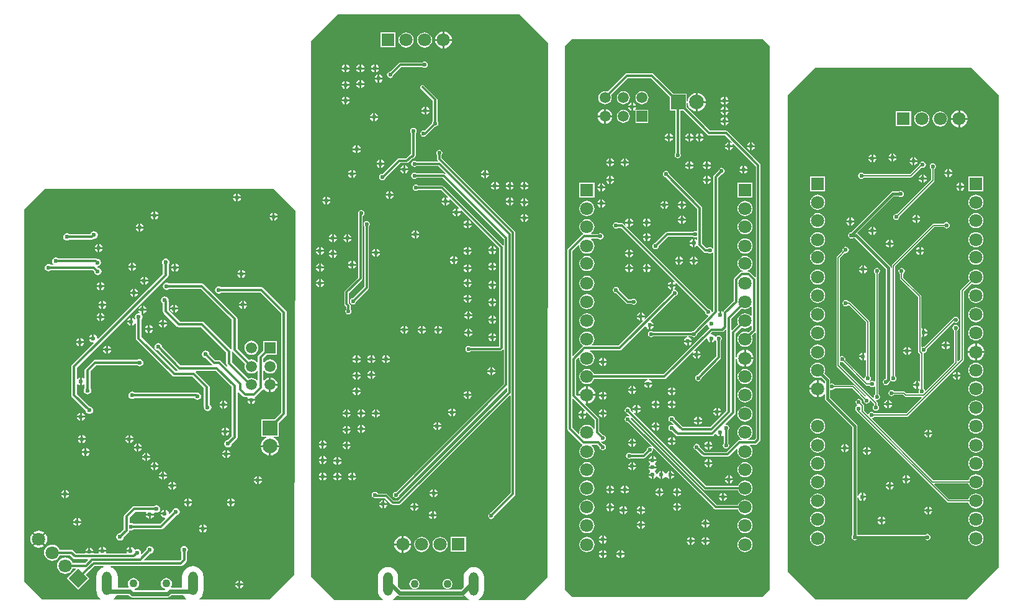
<source format=gbl>
G04*
G04 #@! TF.GenerationSoftware,Altium Limited,Altium Designer,19.1.5 (86)*
G04*
G04 Layer_Physical_Order=2*
G04 Layer_Color=16711680*
%FSLAX44Y44*%
%MOMM*%
G71*
G01*
G75*
%ADD19C,0.3500*%
%ADD25C,0.2000*%
%ADD26C,0.4000*%
%ADD32C,0.2500*%
%ADD33C,0.6000*%
%ADD37R,2.0000X2.0000*%
%ADD38C,2.0000*%
%ADD39R,1.5000X1.5000*%
%ADD40C,1.5000*%
%ADD41C,1.8000*%
%ADD42R,1.8000X1.8000*%
%ADD43C,0.6000*%
%ADD44R,1.8000X1.8000*%
%ADD45C,1.1000*%
%ADD46O,1.3000X3.2000*%
%ADD47P,2.5456X4X180.0*%
%ADD48R,2.0000X2.0000*%
%ADD49R,1.5000X1.5000*%
G36*
X608109Y11084D02*
X609943Y8693D01*
X612816Y6489D01*
X613345Y6270D01*
X613093Y5000D01*
X509407D01*
X509155Y6270D01*
X509684Y6489D01*
X512557Y8693D01*
X514391Y11084D01*
X514909Y11551D01*
X516082Y11437D01*
X516741Y10997D01*
X518400Y10667D01*
X604100D01*
X605759Y10997D01*
X606418Y11437D01*
X607591Y11551D01*
X608109Y11084D01*
D02*
G37*
G36*
X1023750Y760000D02*
X1023750Y20000D01*
X1013750Y10000D01*
X753750D01*
X743750Y20000D01*
Y760000D01*
X753750Y770000D01*
X1013750D01*
X1023750Y760000D01*
D02*
G37*
G36*
X223864Y11558D02*
X226189Y8529D01*
X227829Y7270D01*
X227397Y6000D01*
X128663D01*
X128231Y7270D01*
X129872Y8529D01*
X132196Y11558D01*
X132492Y12272D01*
X148285D01*
X150162Y10395D01*
X151816Y9290D01*
X153767Y8902D01*
X202293D01*
X204244Y9290D01*
X205898Y10395D01*
X207775Y12272D01*
X223568D01*
X223864Y11558D01*
D02*
G37*
G36*
X1335850Y693750D02*
Y50000D01*
X1292100Y6250D01*
X1085850D01*
X1048350Y43750D01*
Y693750D01*
X1085850Y731250D01*
X1298350D01*
X1335850Y693750D01*
D02*
G37*
G36*
X376800Y536000D02*
X374800Y40000D01*
X340800Y6000D01*
Y6000D01*
X245662D01*
X245231Y7270D01*
X246871Y8529D01*
X249196Y11558D01*
X250657Y15085D01*
X251155Y18870D01*
Y36870D01*
X250657Y40655D01*
X249196Y44183D01*
X246871Y47211D01*
X243843Y49536D01*
X240315Y50997D01*
X236530Y51495D01*
X232745Y50997D01*
X229217Y49536D01*
X226189Y47211D01*
X223864Y44183D01*
X222403Y40655D01*
X221905Y36870D01*
Y22468D01*
X207439D01*
X206813Y23738D01*
X207081Y24088D01*
X207837Y25912D01*
X208095Y27870D01*
X207837Y29828D01*
X207081Y31652D01*
X205879Y33219D01*
X204312Y34421D01*
X202488Y35177D01*
X200530Y35435D01*
X198572Y35177D01*
X196748Y34421D01*
X195181Y33219D01*
X193979Y31652D01*
X193223Y29828D01*
X192965Y27870D01*
X193223Y25912D01*
X193979Y24088D01*
X195181Y22521D01*
X196748Y21319D01*
X198373Y20645D01*
X198741Y19971D01*
X198951Y19232D01*
X198860Y19098D01*
X157199D01*
X157109Y19232D01*
X157319Y19971D01*
X157687Y20645D01*
X159312Y21319D01*
X160879Y22521D01*
X162081Y24088D01*
X162837Y25912D01*
X163095Y27870D01*
X162837Y29828D01*
X162081Y31652D01*
X160879Y33219D01*
X159312Y34421D01*
X157488Y35177D01*
X155530Y35435D01*
X153572Y35177D01*
X151748Y34421D01*
X150181Y33219D01*
X148979Y31652D01*
X148223Y29828D01*
X147965Y27870D01*
X148223Y25912D01*
X148979Y24088D01*
X149247Y23738D01*
X148621Y22468D01*
X134155D01*
Y36870D01*
X133657Y40655D01*
X132196Y44183D01*
X129872Y47211D01*
X126842Y49536D01*
X124450Y50526D01*
X124703Y51796D01*
X220370D01*
X221833Y52088D01*
X223073Y52916D01*
X227504Y57347D01*
X228332Y58587D01*
X228623Y60050D01*
Y70722D01*
X229510Y72049D01*
X229898Y74000D01*
X229510Y75951D01*
X228405Y77605D01*
X226751Y78710D01*
X224800Y79098D01*
X222849Y78710D01*
X221195Y77605D01*
X220090Y75951D01*
X219702Y74000D01*
X220090Y72049D01*
X220977Y70722D01*
Y61634D01*
X218786Y59443D01*
X170880D01*
X170394Y60617D01*
X178416Y68639D01*
X179981Y68950D01*
X181635Y70055D01*
X182740Y71709D01*
X183128Y73660D01*
X182740Y75611D01*
X181635Y77265D01*
X179981Y78370D01*
X178030Y78758D01*
X176079Y78370D01*
X174425Y77265D01*
X173320Y75611D01*
X173009Y74046D01*
X166738Y67775D01*
X165583Y68416D01*
X165898Y70000D01*
X165510Y71951D01*
X164405Y73605D01*
X162751Y74710D01*
X160800Y75098D01*
X158849Y74710D01*
X157960Y74116D01*
X156664Y74525D01*
X156501Y74668D01*
X155354Y76384D01*
X153522Y77609D01*
X152630Y77786D01*
Y72390D01*
X151360D01*
Y71120D01*
X145964D01*
X146141Y70228D01*
X146252Y70064D01*
X145653Y68943D01*
X118967D01*
X118368Y70064D01*
X118478Y70228D01*
X118656Y71120D01*
X107864D01*
X108041Y70228D01*
X108152Y70064D01*
X107553Y68943D01*
X101990D01*
X101246Y69850D01*
X89713D01*
X88969Y68943D01*
X77368D01*
X73608Y72704D01*
X72368Y73532D01*
X70904Y73823D01*
X55122D01*
X54408Y75547D01*
X52645Y77845D01*
X50347Y79608D01*
X47671Y80717D01*
X44800Y81095D01*
X41928Y80717D01*
X39253Y79608D01*
X36955Y77845D01*
X35192Y75547D01*
X34083Y72872D01*
X33705Y70000D01*
X34083Y67128D01*
X35192Y64453D01*
X36955Y62155D01*
X39253Y60392D01*
X41928Y59283D01*
X44800Y58905D01*
X47671Y59283D01*
X50347Y60392D01*
X52645Y62155D01*
X54408Y64453D01*
X55122Y66177D01*
X69321D01*
X73081Y62416D01*
X74321Y61588D01*
X75785Y61297D01*
X93023D01*
X93509Y60123D01*
X89532Y56146D01*
X72800D01*
X72086Y57870D01*
X70323Y60168D01*
X68025Y61931D01*
X65349Y63039D01*
X62478Y63417D01*
X59606Y63039D01*
X56930Y61931D01*
X54632Y60168D01*
X52869Y57870D01*
X51761Y55194D01*
X51383Y52322D01*
X51761Y49451D01*
X52869Y46775D01*
X54632Y44477D01*
X56930Y42714D01*
X59606Y41606D01*
X62478Y41227D01*
X65349Y41606D01*
X68025Y42714D01*
X70323Y44477D01*
X72086Y46775D01*
X72800Y48499D01*
X76794D01*
X77280Y47326D01*
X64599Y34645D01*
X80155Y19088D01*
X95712Y34645D01*
X90637Y39719D01*
X95787Y44869D01*
X102714Y51796D01*
X114357D01*
X114609Y50526D01*
X112217Y49536D01*
X109188Y47211D01*
X106864Y44183D01*
X105403Y40655D01*
X104905Y36870D01*
Y18870D01*
X105403Y15085D01*
X106864Y11558D01*
X109188Y8529D01*
X110829Y7270D01*
X110398Y6000D01*
X30800D01*
X6800Y30000D01*
Y538000D01*
X34800Y566000D01*
X346800D01*
X376800Y536000D01*
D02*
G37*
G36*
X721250Y765000D02*
X720000Y36250D01*
X688750Y5000D01*
X626407D01*
X626155Y6270D01*
X626684Y6489D01*
X629557Y8693D01*
X631761Y11566D01*
X633146Y14911D01*
X633619Y18500D01*
Y36500D01*
X633146Y40090D01*
X631761Y43434D01*
X629557Y46307D01*
X626684Y48511D01*
X623340Y49896D01*
X619750Y50369D01*
X616161Y49896D01*
X612816Y48511D01*
X609943Y46307D01*
X607739Y43434D01*
X606354Y40090D01*
X605881Y36500D01*
Y22909D01*
X602305Y19333D01*
X520195D01*
X516619Y22909D01*
Y36500D01*
X516146Y40090D01*
X514761Y43434D01*
X512557Y46307D01*
X509684Y48511D01*
X506339Y49896D01*
X502750Y50369D01*
X499160Y49896D01*
X495816Y48511D01*
X492943Y46307D01*
X490739Y43434D01*
X489354Y40090D01*
X488881Y36500D01*
Y18500D01*
X489354Y14911D01*
X490739Y11566D01*
X492943Y8693D01*
X495816Y6489D01*
X496345Y6270D01*
X496093Y5000D01*
X430000D01*
X397500Y37500D01*
Y767500D01*
X433750Y803750D01*
X682500D01*
X721250Y765000D01*
D02*
G37*
%LPC*%
G36*
X963020Y691396D02*
Y687270D01*
X967146D01*
X966969Y688162D01*
X965744Y689994D01*
X963912Y691219D01*
X963020Y691396D01*
D02*
G37*
G36*
X960480D02*
X959588Y691219D01*
X957756Y689994D01*
X956532Y688162D01*
X956354Y687270D01*
X960480D01*
Y691396D01*
D02*
G37*
G36*
X925020Y696481D02*
Y685270D01*
X936231D01*
X935967Y687274D01*
X934704Y690324D01*
X932694Y692944D01*
X930074Y694954D01*
X927024Y696217D01*
X925020Y696481D01*
D02*
G37*
G36*
X849150Y698826D02*
X846866Y698525D01*
X844737Y697643D01*
X842909Y696241D01*
X841507Y694413D01*
X840625Y692284D01*
X840324Y690000D01*
X840625Y687716D01*
X841507Y685587D01*
X842909Y683759D01*
X844737Y682357D01*
X846866Y681475D01*
X849150Y681174D01*
X851434Y681475D01*
X853563Y682357D01*
X855391Y683759D01*
X856793Y685587D01*
X857675Y687716D01*
X857975Y690000D01*
X857675Y692284D01*
X856793Y694413D01*
X855391Y696241D01*
X853563Y697643D01*
X851434Y698525D01*
X849150Y698826D01*
D02*
G37*
G36*
X823750D02*
X821466Y698525D01*
X819337Y697643D01*
X817509Y696241D01*
X816107Y694413D01*
X815225Y692284D01*
X814924Y690000D01*
X815225Y687716D01*
X816107Y685587D01*
X817509Y683759D01*
X819337Y682357D01*
X821466Y681475D01*
X823750Y681174D01*
X826034Y681475D01*
X828163Y682357D01*
X829991Y683759D01*
X831393Y685587D01*
X832275Y687716D01*
X832576Y690000D01*
X832275Y692284D01*
X831393Y694413D01*
X829991Y696241D01*
X828163Y697643D01*
X826034Y698525D01*
X823750Y698826D01*
D02*
G37*
G36*
X967146Y684730D02*
X963020D01*
Y680604D01*
X963912Y680781D01*
X965744Y682006D01*
X966969Y683838D01*
X967146Y684730D01*
D02*
G37*
G36*
X960480D02*
X956354D01*
X956532Y683838D01*
X957756Y682006D01*
X959588Y680781D01*
X960480Y680604D01*
Y684730D01*
D02*
G37*
G36*
X837020Y683396D02*
Y679270D01*
X841146D01*
X840969Y680162D01*
X839744Y681994D01*
X837912Y683219D01*
X837020Y683396D01*
D02*
G37*
G36*
X834480D02*
X833588Y683219D01*
X831756Y681994D01*
X830531Y680162D01*
X830354Y679270D01*
X834480D01*
Y683396D01*
D02*
G37*
G36*
X963020Y677396D02*
Y673270D01*
X967146D01*
X966969Y674162D01*
X965744Y675994D01*
X963912Y677219D01*
X963020Y677396D01*
D02*
G37*
G36*
X960480D02*
X959588Y677219D01*
X957756Y675994D01*
X956532Y674162D01*
X956354Y673270D01*
X960480D01*
Y677396D01*
D02*
G37*
G36*
X834480Y676730D02*
X830354D01*
X830531Y675838D01*
X831756Y674006D01*
X833588Y672782D01*
X834480Y672604D01*
Y676730D01*
D02*
G37*
G36*
X936231Y682730D02*
X925020D01*
Y671519D01*
X927024Y671783D01*
X930074Y673046D01*
X932694Y675056D01*
X934704Y677676D01*
X935967Y680726D01*
X936231Y682730D01*
D02*
G37*
G36*
X862750Y723217D02*
X828650D01*
X827419Y722972D01*
X826375Y722275D01*
X802130Y698029D01*
X800934Y698525D01*
X798650Y698826D01*
X796366Y698525D01*
X794237Y697643D01*
X792409Y696241D01*
X791007Y694413D01*
X790125Y692284D01*
X789825Y690000D01*
X790125Y687716D01*
X791007Y685587D01*
X792409Y683759D01*
X794237Y682357D01*
X796366Y681475D01*
X798650Y681174D01*
X800934Y681475D01*
X803063Y682357D01*
X804891Y683759D01*
X806293Y685587D01*
X807175Y687716D01*
X807476Y690000D01*
X807175Y692284D01*
X806679Y693480D01*
X829983Y716783D01*
X861418D01*
X887500Y690701D01*
Y672750D01*
X894658D01*
Y614711D01*
X893872Y613533D01*
X893542Y611875D01*
X893872Y610217D01*
X894811Y608811D01*
X896217Y607872D01*
X897875Y607542D01*
X899533Y607872D01*
X900939Y608811D01*
X901878Y610217D01*
X902208Y611875D01*
X901878Y613533D01*
X901092Y614711D01*
Y672750D01*
X905451D01*
X938475Y639725D01*
X939519Y639028D01*
X940750Y638783D01*
X962418D01*
X971549Y629652D01*
X970739Y628666D01*
X969912Y629219D01*
X969020Y629396D01*
Y625270D01*
X973146D01*
X972969Y626162D01*
X972416Y626989D01*
X973402Y627799D01*
X1004533Y596668D01*
Y445752D01*
X1003263Y445226D01*
X996516Y451973D01*
X995472Y452671D01*
X994241Y452916D01*
X993093D01*
X992840Y454186D01*
X994919Y455047D01*
X997060Y456690D01*
X998703Y458831D01*
X999736Y461324D01*
X1000088Y464000D01*
X999736Y466676D01*
X998703Y469169D01*
X997060Y471310D01*
X994919Y472953D01*
X992426Y473986D01*
X989750Y474338D01*
X987074Y473986D01*
X984581Y472953D01*
X982440Y471310D01*
X980797Y469169D01*
X979764Y466676D01*
X979412Y464000D01*
X979764Y461324D01*
X980797Y458831D01*
X982440Y456690D01*
X984581Y455047D01*
X986660Y454186D01*
X986407Y452916D01*
X985259D01*
X984028Y452671D01*
X982984Y451973D01*
X975320Y444309D01*
X974623Y443266D01*
X974378Y442035D01*
Y413177D01*
X960415Y399215D01*
X959718Y398171D01*
X959571Y398110D01*
X957912Y399219D01*
X957020Y399396D01*
Y394000D01*
X954480D01*
Y399396D01*
X954237Y399347D01*
X952967Y400214D01*
Y580668D01*
X958020Y585720D01*
X959408Y585997D01*
X960814Y586936D01*
X961753Y588342D01*
X962083Y590000D01*
X961753Y591658D01*
X960814Y593064D01*
X959408Y594003D01*
X957750Y594333D01*
X956092Y594003D01*
X954686Y593064D01*
X953747Y591658D01*
X953470Y590270D01*
X947475Y584275D01*
X946778Y583231D01*
X946533Y582000D01*
Y484777D01*
X945263Y484392D01*
X944814Y485064D01*
X943408Y486003D01*
X941750Y486333D01*
X940092Y486003D01*
X938914Y485217D01*
X937083D01*
X931122Y491177D01*
Y539845D01*
X930877Y541076D01*
X930180Y542120D01*
X886030Y586270D01*
X885753Y587658D01*
X884814Y589064D01*
X883408Y590003D01*
X881750Y590333D01*
X880092Y590003D01*
X878686Y589064D01*
X877747Y587658D01*
X877417Y586000D01*
X877747Y584342D01*
X878686Y582936D01*
X880092Y581997D01*
X881480Y581720D01*
X924688Y538513D01*
Y508495D01*
X923568Y507897D01*
X923408Y508003D01*
X921750Y508333D01*
X920092Y508003D01*
X918914Y507217D01*
X883750D01*
X882519Y506972D01*
X881475Y506275D01*
X867480Y492280D01*
X866092Y492003D01*
X864686Y491064D01*
X863747Y489658D01*
X863417Y488000D01*
X863747Y486342D01*
X864686Y484936D01*
X866092Y483997D01*
X867750Y483667D01*
X869408Y483997D01*
X870814Y484936D01*
X871753Y486342D01*
X872030Y487730D01*
X885082Y500783D01*
X918914D01*
X920092Y499997D01*
X921750Y499667D01*
X923408Y499997D01*
X923568Y500103D01*
X924688Y499505D01*
Y496693D01*
X923418Y496212D01*
X921912Y497219D01*
X921020Y497396D01*
Y486604D01*
X921912Y486781D01*
X923744Y488006D01*
X923832Y488137D01*
X925305Y488057D01*
X925630Y487570D01*
X933475Y479725D01*
X934519Y479028D01*
X935750Y478783D01*
X938914D01*
X940092Y477997D01*
X941750Y477667D01*
X943408Y477997D01*
X944814Y478936D01*
X945263Y479608D01*
X946533Y479223D01*
Y399332D01*
X945299Y398098D01*
X943971Y398566D01*
X943753Y399658D01*
X942814Y401064D01*
X941408Y402003D01*
X940020Y402280D01*
X827952Y514348D01*
X828761Y515334D01*
X829588Y514781D01*
X830480Y514604D01*
Y518730D01*
X826354D01*
X826532Y517838D01*
X827084Y517011D01*
X826098Y516202D01*
X824025Y518275D01*
X822981Y518972D01*
X821750Y519217D01*
X816585D01*
X815408Y520003D01*
X813750Y520333D01*
X812092Y520003D01*
X810686Y519064D01*
X809747Y517658D01*
X809417Y516000D01*
X809747Y514342D01*
X810686Y512936D01*
X812092Y511997D01*
X813750Y511667D01*
X815408Y511997D01*
X816585Y512783D01*
X820418D01*
X893549Y439652D01*
X892739Y438666D01*
X891912Y439219D01*
X891020Y439396D01*
Y435270D01*
X895146D01*
X894969Y436162D01*
X894416Y436989D01*
X895402Y437799D01*
X935470Y397730D01*
X935747Y396342D01*
X936686Y394936D01*
X938092Y393997D01*
X939184Y393779D01*
X939652Y392451D01*
X919480Y372280D01*
X918092Y372003D01*
X916915Y371217D01*
X864585D01*
X863408Y372003D01*
X861750Y372333D01*
X860092Y372003D01*
X858686Y371064D01*
X857747Y369658D01*
X857417Y368000D01*
X857747Y366342D01*
X858686Y364936D01*
X860092Y363997D01*
X861750Y363667D01*
X863408Y363997D01*
X864585Y364783D01*
X910944D01*
X911069Y363513D01*
X909588Y363219D01*
X907756Y361994D01*
X906532Y360162D01*
X906354Y359270D01*
X917146D01*
X916969Y360162D01*
X915744Y361994D01*
X913912Y363219D01*
X912430Y363513D01*
X912556Y364783D01*
X916915D01*
X918092Y363997D01*
X919750Y363667D01*
X921408Y363997D01*
X922814Y364936D01*
X923753Y366342D01*
X924030Y367730D01*
X937182Y380882D01*
X938397Y380514D01*
X938531Y379838D01*
X939756Y378006D01*
X940769Y377329D01*
X940843Y377218D01*
X940919Y375718D01*
X878418Y313217D01*
X783772D01*
X782963Y315169D01*
X781320Y317310D01*
X779179Y318953D01*
X776686Y319986D01*
X774010Y320338D01*
X771334Y319986D01*
X768841Y318953D01*
X766700Y317310D01*
X765057Y315169D01*
X764024Y312676D01*
X763672Y310000D01*
X764024Y307324D01*
X765057Y304831D01*
X766700Y302690D01*
X768841Y301047D01*
X771334Y300014D01*
X774010Y299662D01*
X776686Y300014D01*
X779179Y301047D01*
X781320Y302690D01*
X782963Y304831D01*
X783772Y306783D01*
X856945D01*
X857070Y305513D01*
X855588Y305219D01*
X853756Y303994D01*
X852531Y302162D01*
X852354Y301270D01*
X863146D01*
X862969Y302162D01*
X861744Y303994D01*
X859912Y305219D01*
X858430Y305513D01*
X858556Y306783D01*
X879750D01*
X880981Y307028D01*
X882025Y307725D01*
X918098Y343799D01*
X919084Y342989D01*
X918531Y342162D01*
X918354Y341270D01*
X922480D01*
Y345396D01*
X921588Y345219D01*
X920761Y344666D01*
X919951Y345652D01*
X936933Y362633D01*
X938103Y362008D01*
X938102Y362000D01*
X938531Y359838D01*
X939756Y358006D01*
X941588Y356782D01*
X942480Y356604D01*
Y362000D01*
X945020D01*
Y356604D01*
X945912Y356782D01*
X947744Y358006D01*
X948442Y359050D01*
X949906Y359267D01*
X950533Y358749D01*
Y337332D01*
X925480Y312280D01*
X924092Y312003D01*
X922686Y311064D01*
X921747Y309658D01*
X921417Y308000D01*
X921747Y306342D01*
X922686Y304936D01*
X924092Y303997D01*
X925750Y303667D01*
X927408Y303997D01*
X928814Y304936D01*
X929753Y306342D01*
X930030Y307730D01*
X956025Y333725D01*
X956722Y334769D01*
X956967Y336000D01*
Y359165D01*
X957753Y360342D01*
X958083Y362000D01*
X957753Y363658D01*
X956814Y365064D01*
X955408Y366003D01*
X953750Y366333D01*
X952092Y366003D01*
X950686Y365064D01*
X950222Y364370D01*
X949831Y364305D01*
X948762Y364471D01*
X947744Y365994D01*
X945912Y367219D01*
X943750Y367649D01*
X943742Y367647D01*
X943117Y368817D01*
X945082Y370783D01*
X958690D01*
X959921Y371028D01*
X960965Y371725D01*
X963360Y374121D01*
X964533Y373635D01*
Y263333D01*
X942418Y241217D01*
X905082D01*
X894030Y252270D01*
X893753Y253658D01*
X892814Y255064D01*
X891408Y256003D01*
X889750Y256333D01*
X888092Y256003D01*
X886686Y255064D01*
X885747Y253658D01*
X885417Y252000D01*
X885747Y250342D01*
X886686Y248936D01*
X888092Y247997D01*
X889480Y247720D01*
X892197Y245004D01*
X891408Y244003D01*
X889750Y244333D01*
X888092Y244003D01*
X886686Y243064D01*
X885747Y241658D01*
X885417Y240000D01*
X885747Y238342D01*
X886686Y236936D01*
X888092Y235997D01*
X889480Y235720D01*
X895475Y229725D01*
X896519Y229028D01*
X897750Y228783D01*
X944906D01*
X946137Y229028D01*
X947181Y229725D01*
X949328Y231873D01*
X950755Y231504D01*
X951756Y230006D01*
X953588Y228782D01*
X954480Y228604D01*
Y234000D01*
X957020D01*
Y228604D01*
X957912Y228782D01*
X959263Y229685D01*
X960533Y229075D01*
Y218836D01*
X959747Y217658D01*
X959417Y216000D01*
X959747Y214342D01*
X960686Y212936D01*
X962092Y211997D01*
X963750Y211667D01*
X965408Y211997D01*
X966814Y212936D01*
X967753Y214342D01*
X968083Y216000D01*
X967753Y217658D01*
X966967Y218836D01*
Y237164D01*
X967753Y238342D01*
X968083Y240000D01*
X967753Y241658D01*
X966814Y243064D01*
X965408Y244003D01*
X963750Y244333D01*
X963543Y244292D01*
X962918Y245463D01*
X976025Y258570D01*
X976722Y259613D01*
X976967Y260844D01*
Y333957D01*
X978237Y334040D01*
X978507Y331987D01*
X979670Y329180D01*
X981520Y326770D01*
X983930Y324920D01*
X986738Y323757D01*
X988480Y323528D01*
Y335000D01*
Y346472D01*
X986738Y346243D01*
X983930Y345080D01*
X981520Y343230D01*
X979670Y340820D01*
X978507Y338013D01*
X978237Y335960D01*
X976967Y336043D01*
Y368668D01*
X985122Y376823D01*
X987074Y376014D01*
X989750Y375662D01*
X992426Y376014D01*
X994919Y377047D01*
X997060Y378690D01*
X997486Y379244D01*
X998688Y378836D01*
Y374487D01*
X994378Y370177D01*
X992426Y370986D01*
X989750Y371338D01*
X987074Y370986D01*
X984581Y369953D01*
X982440Y368310D01*
X980797Y366169D01*
X979764Y363676D01*
X979412Y361000D01*
X979764Y358324D01*
X980797Y355831D01*
X982440Y353690D01*
X984581Y352047D01*
X987074Y351014D01*
X989750Y350662D01*
X992426Y351014D01*
X994919Y352047D01*
X997060Y353690D01*
X998703Y355831D01*
X999736Y358324D01*
X1000088Y361000D01*
X999736Y363676D01*
X998928Y365628D01*
X1003263Y369964D01*
X1004533Y369438D01*
Y225643D01*
X1002263Y223372D01*
X994194D01*
X993942Y224642D01*
X994919Y225047D01*
X997060Y226690D01*
X998703Y228831D01*
X999736Y231324D01*
X1000088Y234000D01*
X999736Y236676D01*
X998703Y239169D01*
X997060Y241310D01*
X994919Y242953D01*
X992426Y243986D01*
X989750Y244338D01*
X987074Y243986D01*
X984581Y242953D01*
X982440Y241310D01*
X980797Y239169D01*
X979764Y236676D01*
X979412Y234000D01*
X979764Y231324D01*
X980797Y228831D01*
X982440Y226690D01*
X984581Y225047D01*
X985558Y224642D01*
X985305Y223372D01*
X981905D01*
X980674Y223127D01*
X979630Y222430D01*
X964418Y207217D01*
X935082D01*
X928030Y214270D01*
X927753Y215658D01*
X926814Y217064D01*
X925408Y218003D01*
X923750Y218333D01*
X922092Y218003D01*
X920686Y217064D01*
X919747Y215658D01*
X919417Y214000D01*
X919747Y212342D01*
X920686Y210936D01*
X922092Y209997D01*
X923480Y209720D01*
X931475Y201725D01*
X932519Y201028D01*
X933750Y200783D01*
X965750D01*
X966981Y201028D01*
X968025Y201725D01*
X979389Y213090D01*
X980466Y212371D01*
X979764Y210676D01*
X979412Y208000D01*
X979764Y205324D01*
X980797Y202831D01*
X982440Y200690D01*
X984581Y199047D01*
X987074Y198014D01*
X989750Y197662D01*
X992426Y198014D01*
X994919Y199047D01*
X997060Y200690D01*
X998703Y202831D01*
X999736Y205324D01*
X1000088Y208000D01*
X999736Y210676D01*
X998703Y213169D01*
X997060Y215310D01*
X996506Y215736D01*
X996915Y216938D01*
X1003595D01*
X1004826Y217183D01*
X1005870Y217880D01*
X1010025Y222035D01*
X1010722Y223079D01*
X1010967Y224310D01*
Y598000D01*
X1010722Y599231D01*
X1010025Y600275D01*
X966025Y644275D01*
X964981Y644972D01*
X963750Y645217D01*
X942082D01*
X910000Y677299D01*
Y682639D01*
X911270Y682722D01*
X911533Y680726D01*
X912796Y677676D01*
X914806Y675056D01*
X917426Y673046D01*
X920476Y671783D01*
X922480Y671519D01*
Y684000D01*
Y696481D01*
X920476Y696217D01*
X917426Y694954D01*
X914806Y692944D01*
X912796Y690324D01*
X911533Y687274D01*
X911270Y685278D01*
X910000Y685361D01*
Y695250D01*
X892049D01*
X865025Y722275D01*
X863981Y722972D01*
X862750Y723217D01*
D02*
G37*
G36*
X967146Y670730D02*
X963020D01*
Y666604D01*
X963912Y666781D01*
X965744Y668006D01*
X966969Y669838D01*
X967146Y670730D01*
D02*
G37*
G36*
X960480D02*
X956354D01*
X956532Y669838D01*
X957756Y668006D01*
X959588Y666781D01*
X960480Y666604D01*
Y670730D01*
D02*
G37*
G36*
X799920Y674559D02*
Y665870D01*
X808609D01*
X808432Y667221D01*
X807420Y669663D01*
X805811Y671761D01*
X803713Y673370D01*
X801271Y674382D01*
X799920Y674559D01*
D02*
G37*
G36*
X797380D02*
X796029Y674382D01*
X793587Y673370D01*
X791489Y671761D01*
X789880Y669663D01*
X788868Y667221D01*
X788691Y665870D01*
X797380D01*
Y674559D01*
D02*
G37*
G36*
X963020Y663396D02*
Y659270D01*
X967146D01*
X966969Y660162D01*
X965744Y661994D01*
X963912Y663219D01*
X963020Y663396D01*
D02*
G37*
G36*
X960480D02*
X959588Y663219D01*
X957756Y661994D01*
X956532Y660162D01*
X956354Y659270D01*
X960480D01*
Y663396D01*
D02*
G37*
G36*
X841146Y676730D02*
X837020D01*
Y672604D01*
X837912Y672782D01*
X839128Y673594D01*
X839271Y673689D01*
X840400Y672917D01*
X840400Y672260D01*
Y655850D01*
X857900D01*
Y673350D01*
X841518D01*
X840833Y673350D01*
X840061Y674479D01*
X840156Y674622D01*
X840969Y675838D01*
X841146Y676730D01*
D02*
G37*
G36*
X823750Y673426D02*
X821466Y673125D01*
X819337Y672243D01*
X817509Y670841D01*
X816107Y669013D01*
X815225Y666884D01*
X814924Y664600D01*
X815225Y662316D01*
X816107Y660187D01*
X817509Y658359D01*
X819337Y656957D01*
X821466Y656075D01*
X823750Y655775D01*
X826034Y656075D01*
X828163Y656957D01*
X829991Y658359D01*
X831393Y660187D01*
X832275Y662316D01*
X832576Y664600D01*
X832275Y666884D01*
X831393Y669013D01*
X829991Y670841D01*
X828163Y672243D01*
X826034Y673125D01*
X823750Y673426D01*
D02*
G37*
G36*
X808609Y663330D02*
X799920D01*
Y654641D01*
X801271Y654818D01*
X803713Y655830D01*
X805811Y657439D01*
X807420Y659537D01*
X808432Y661979D01*
X808609Y663330D01*
D02*
G37*
G36*
X797380D02*
X788691D01*
X788868Y661979D01*
X789880Y659537D01*
X791489Y657439D01*
X793587Y655830D01*
X796029Y654818D01*
X797380Y654641D01*
Y663330D01*
D02*
G37*
G36*
X967146Y656730D02*
X963020D01*
Y652604D01*
X963912Y652781D01*
X965744Y654006D01*
X966969Y655838D01*
X967146Y656730D01*
D02*
G37*
G36*
X960480D02*
X956354D01*
X956532Y655838D01*
X957756Y654006D01*
X959588Y652781D01*
X960480Y652604D01*
Y656730D01*
D02*
G37*
G36*
X929020Y641396D02*
Y637270D01*
X933146D01*
X932969Y638162D01*
X931744Y639994D01*
X929912Y641219D01*
X929020Y641396D01*
D02*
G37*
G36*
X926480D02*
X925588Y641219D01*
X923756Y639994D01*
X922532Y638162D01*
X922354Y637270D01*
X926480D01*
Y641396D01*
D02*
G37*
G36*
X915020D02*
Y637270D01*
X919146D01*
X918969Y638162D01*
X917744Y639994D01*
X915912Y641219D01*
X915020Y641396D01*
D02*
G37*
G36*
X912480D02*
X911588Y641219D01*
X909756Y639994D01*
X908531Y638162D01*
X908354Y637270D01*
X912480D01*
Y641396D01*
D02*
G37*
G36*
X887020D02*
Y637270D01*
X891146D01*
X890969Y638162D01*
X889744Y639994D01*
X887912Y641219D01*
X887020Y641396D01*
D02*
G37*
G36*
X884480D02*
X883588Y641219D01*
X881756Y639994D01*
X880531Y638162D01*
X880354Y637270D01*
X884480D01*
Y641396D01*
D02*
G37*
G36*
X933146Y634730D02*
X929020D01*
Y630604D01*
X929912Y630782D01*
X931744Y632006D01*
X932969Y633838D01*
X933146Y634730D01*
D02*
G37*
G36*
X926480D02*
X922354D01*
X922532Y633838D01*
X923756Y632006D01*
X925588Y630782D01*
X926480Y630604D01*
Y634730D01*
D02*
G37*
G36*
X919146D02*
X915020D01*
Y630604D01*
X915912Y630782D01*
X917744Y632006D01*
X918969Y633838D01*
X919146Y634730D01*
D02*
G37*
G36*
X912480D02*
X908354D01*
X908531Y633838D01*
X909756Y632006D01*
X911588Y630782D01*
X912480Y630604D01*
Y634730D01*
D02*
G37*
G36*
X891146D02*
X887020D01*
Y630604D01*
X887912Y630782D01*
X889744Y632006D01*
X890969Y633838D01*
X891146Y634730D01*
D02*
G37*
G36*
X884480D02*
X880354D01*
X880531Y633838D01*
X881756Y632006D01*
X883588Y630782D01*
X884480Y630604D01*
Y634730D01*
D02*
G37*
G36*
X999020Y629396D02*
Y625270D01*
X1003146D01*
X1002969Y626162D01*
X1001744Y627994D01*
X999912Y629219D01*
X999020Y629396D01*
D02*
G37*
G36*
X996480D02*
X995588Y629219D01*
X993756Y627994D01*
X992532Y626162D01*
X992354Y625270D01*
X996480D01*
Y629396D01*
D02*
G37*
G36*
X966480D02*
X965588Y629219D01*
X963756Y627994D01*
X962532Y626162D01*
X962354Y625270D01*
X966480D01*
Y629396D01*
D02*
G37*
G36*
X1003146Y622730D02*
X999020D01*
Y618604D01*
X999912Y618782D01*
X1001744Y620006D01*
X1002969Y621838D01*
X1003146Y622730D01*
D02*
G37*
G36*
X996480D02*
X992354D01*
X992532Y621838D01*
X993756Y620006D01*
X995588Y618782D01*
X996480Y618604D01*
Y622730D01*
D02*
G37*
G36*
X973146D02*
X969020D01*
Y618604D01*
X969912Y618782D01*
X971744Y620006D01*
X972969Y621838D01*
X973146Y622730D01*
D02*
G37*
G36*
X966480D02*
X962354D01*
X962532Y621838D01*
X963756Y620006D01*
X965588Y618782D01*
X966480Y618604D01*
Y622730D01*
D02*
G37*
G36*
X827020Y607396D02*
Y603270D01*
X831146D01*
X830969Y604162D01*
X829744Y605994D01*
X827912Y607219D01*
X827020Y607396D01*
D02*
G37*
G36*
X824480D02*
X823588Y607219D01*
X821756Y605994D01*
X820531Y604162D01*
X820354Y603270D01*
X824480D01*
Y607396D01*
D02*
G37*
G36*
X807020D02*
Y603270D01*
X811146D01*
X810969Y604162D01*
X809744Y605994D01*
X807912Y607219D01*
X807020Y607396D01*
D02*
G37*
G36*
X804480D02*
X803588Y607219D01*
X801756Y605994D01*
X800531Y604162D01*
X800354Y603270D01*
X804480D01*
Y607396D01*
D02*
G37*
G36*
X939020Y603396D02*
Y599270D01*
X943146D01*
X942969Y600162D01*
X941744Y601994D01*
X939912Y603219D01*
X939020Y603396D01*
D02*
G37*
G36*
X936480D02*
X935588Y603219D01*
X933756Y601994D01*
X932532Y600162D01*
X932354Y599270D01*
X936480D01*
Y603396D01*
D02*
G37*
G36*
X915020D02*
Y599270D01*
X919146D01*
X918969Y600162D01*
X917744Y601994D01*
X915912Y603219D01*
X915020Y603396D01*
D02*
G37*
G36*
X912480D02*
X911588Y603219D01*
X909756Y601994D01*
X908531Y600162D01*
X908354Y599270D01*
X912480D01*
Y603396D01*
D02*
G37*
G36*
X831146Y600730D02*
X827020D01*
Y596604D01*
X827912Y596782D01*
X829744Y598006D01*
X830969Y599838D01*
X831146Y600730D01*
D02*
G37*
G36*
X824480D02*
X820354D01*
X820531Y599838D01*
X821756Y598006D01*
X823588Y596782D01*
X824480Y596604D01*
Y600730D01*
D02*
G37*
G36*
X811146D02*
X807020D01*
Y596604D01*
X807912Y596782D01*
X809744Y598006D01*
X810969Y599838D01*
X811146Y600730D01*
D02*
G37*
G36*
X804480D02*
X800354D01*
X800531Y599838D01*
X801756Y598006D01*
X803588Y596782D01*
X804480Y596604D01*
Y600730D01*
D02*
G37*
G36*
X989020Y597396D02*
Y593270D01*
X993146D01*
X992969Y594162D01*
X991744Y595994D01*
X989912Y597219D01*
X989020Y597396D01*
D02*
G37*
G36*
X986480D02*
X985588Y597219D01*
X983756Y595994D01*
X982532Y594162D01*
X982354Y593270D01*
X986480D01*
Y597396D01*
D02*
G37*
G36*
X943146Y596730D02*
X939020D01*
Y592604D01*
X939912Y592781D01*
X941744Y594006D01*
X942969Y595838D01*
X943146Y596730D01*
D02*
G37*
G36*
X936480D02*
X932354D01*
X932532Y595838D01*
X933756Y594006D01*
X935588Y592781D01*
X936480Y592604D01*
Y596730D01*
D02*
G37*
G36*
X919146D02*
X915020D01*
Y592604D01*
X915912Y592781D01*
X917744Y594006D01*
X918969Y595838D01*
X919146Y596730D01*
D02*
G37*
G36*
X912480D02*
X908354D01*
X908531Y595838D01*
X909756Y594006D01*
X911588Y592781D01*
X912480Y592604D01*
Y596730D01*
D02*
G37*
G36*
X993146Y590730D02*
X989020D01*
Y586604D01*
X989912Y586782D01*
X991744Y588006D01*
X992969Y589838D01*
X993146Y590730D01*
D02*
G37*
G36*
X986480D02*
X982354D01*
X982532Y589838D01*
X983756Y588006D01*
X985588Y586782D01*
X986480Y586604D01*
Y590730D01*
D02*
G37*
G36*
X807020Y583396D02*
Y579270D01*
X811146D01*
X810969Y580162D01*
X809744Y581994D01*
X807912Y583219D01*
X807020Y583396D01*
D02*
G37*
G36*
X804480D02*
X803588Y583219D01*
X801756Y581994D01*
X800531Y580162D01*
X800354Y579270D01*
X804480D01*
Y583396D01*
D02*
G37*
G36*
X939020Y583396D02*
Y579270D01*
X943146D01*
X942969Y580162D01*
X941744Y581994D01*
X939912Y583219D01*
X939020Y583396D01*
D02*
G37*
G36*
X936480D02*
X935588Y583219D01*
X933756Y581994D01*
X932532Y580162D01*
X932354Y579270D01*
X936480D01*
Y583396D01*
D02*
G37*
G36*
X811146Y576730D02*
X807020D01*
Y572604D01*
X807912Y572781D01*
X809744Y574006D01*
X810969Y575838D01*
X811146Y576730D01*
D02*
G37*
G36*
X804480D02*
X800354D01*
X800531Y575838D01*
X801756Y574006D01*
X803588Y572781D01*
X804480Y572604D01*
Y576730D01*
D02*
G37*
G36*
X943146Y576730D02*
X939020D01*
Y572604D01*
X939912Y572781D01*
X941744Y574006D01*
X942969Y575838D01*
X943146Y576730D01*
D02*
G37*
G36*
X936480D02*
X932354D01*
X932532Y575838D01*
X933756Y574006D01*
X935588Y572781D01*
X936480Y572604D01*
Y576730D01*
D02*
G37*
G36*
X795020Y573396D02*
Y569270D01*
X799146D01*
X798969Y570162D01*
X797744Y571994D01*
X795912Y573219D01*
X795020Y573396D01*
D02*
G37*
G36*
X792480D02*
X791588Y573219D01*
X789756Y571994D01*
X788531Y570162D01*
X788354Y569270D01*
X792480D01*
Y573396D01*
D02*
G37*
G36*
X799146Y566730D02*
X795020D01*
Y562604D01*
X795912Y562781D01*
X797744Y564006D01*
X798969Y565838D01*
X799146Y566730D01*
D02*
G37*
G36*
X792480D02*
X788354D01*
X788531Y565838D01*
X789756Y564006D01*
X791588Y562781D01*
X792480Y562604D01*
Y566730D01*
D02*
G37*
G36*
X1000000Y574250D02*
X979500D01*
Y553750D01*
X1000000D01*
Y574250D01*
D02*
G37*
G36*
X784260D02*
X763760D01*
Y553750D01*
X784260D01*
Y574250D01*
D02*
G37*
G36*
X795020Y551396D02*
Y547270D01*
X799146D01*
X798969Y548162D01*
X797744Y549994D01*
X795912Y551219D01*
X795020Y551396D01*
D02*
G37*
G36*
X792480D02*
X791588Y551219D01*
X789756Y549994D01*
X788531Y548162D01*
X788354Y547270D01*
X792480D01*
Y551396D01*
D02*
G37*
G36*
X905020Y549396D02*
Y545270D01*
X909146D01*
X908969Y546162D01*
X907744Y547994D01*
X905912Y549219D01*
X905020Y549396D01*
D02*
G37*
G36*
X902480D02*
X901588Y549219D01*
X899756Y547994D01*
X898531Y546162D01*
X898354Y545270D01*
X902480D01*
Y549396D01*
D02*
G37*
G36*
X881020D02*
Y545270D01*
X885146D01*
X884969Y546162D01*
X883744Y547994D01*
X881912Y549219D01*
X881020Y549396D01*
D02*
G37*
G36*
X878480D02*
X877588Y549219D01*
X875756Y547994D01*
X874531Y546162D01*
X874354Y545270D01*
X878480D01*
Y549396D01*
D02*
G37*
G36*
X799146Y544730D02*
X795020D01*
Y540604D01*
X795912Y540781D01*
X797744Y542006D01*
X798969Y543838D01*
X799146Y544730D01*
D02*
G37*
G36*
X792480D02*
X788354D01*
X788531Y543838D01*
X789756Y542006D01*
X791588Y540781D01*
X792480Y540604D01*
Y544730D01*
D02*
G37*
G36*
X909146Y542730D02*
X905020D01*
Y538604D01*
X905912Y538781D01*
X907744Y540006D01*
X908969Y541838D01*
X909146Y542730D01*
D02*
G37*
G36*
X902480D02*
X898354D01*
X898531Y541838D01*
X899756Y540006D01*
X901588Y538781D01*
X902480Y538604D01*
Y542730D01*
D02*
G37*
G36*
X885146D02*
X881020D01*
Y538604D01*
X881912Y538781D01*
X883744Y540006D01*
X884969Y541838D01*
X885146Y542730D01*
D02*
G37*
G36*
X878480D02*
X874354D01*
X874531Y541838D01*
X875756Y540006D01*
X877588Y538781D01*
X878480Y538604D01*
Y542730D01*
D02*
G37*
G36*
X989750Y549338D02*
X987074Y548986D01*
X984581Y547953D01*
X982440Y546310D01*
X980797Y544169D01*
X979764Y541676D01*
X979412Y539000D01*
X979764Y536324D01*
X980797Y533831D01*
X982440Y531690D01*
X984581Y530047D01*
X987074Y529014D01*
X989750Y528662D01*
X992426Y529014D01*
X994919Y530047D01*
X997060Y531690D01*
X998703Y533831D01*
X999736Y536324D01*
X1000088Y539000D01*
X999736Y541676D01*
X998703Y544169D01*
X997060Y546310D01*
X994919Y547953D01*
X992426Y548986D01*
X989750Y549338D01*
D02*
G37*
G36*
X774010D02*
X771334Y548986D01*
X768841Y547953D01*
X766700Y546310D01*
X765057Y544169D01*
X764024Y541676D01*
X763672Y539000D01*
X764024Y536324D01*
X765057Y533831D01*
X766700Y531690D01*
X768841Y530047D01*
X771334Y529014D01*
X774010Y528662D01*
X776686Y529014D01*
X779179Y530047D01*
X781320Y531690D01*
X782963Y533831D01*
X783996Y536324D01*
X784348Y539000D01*
X783996Y541676D01*
X782963Y544169D01*
X781320Y546310D01*
X779179Y547953D01*
X776686Y548986D01*
X774010Y549338D01*
D02*
G37*
G36*
X905020Y529396D02*
Y525270D01*
X909146D01*
X908969Y526162D01*
X907744Y527994D01*
X905912Y529219D01*
X905020Y529396D01*
D02*
G37*
G36*
X902480D02*
X901588Y529219D01*
X899756Y527994D01*
X898531Y526162D01*
X898354Y525270D01*
X902480D01*
Y529396D01*
D02*
G37*
G36*
X857020Y525396D02*
Y521270D01*
X861146D01*
X860969Y522162D01*
X859744Y523994D01*
X857912Y525219D01*
X857020Y525396D01*
D02*
G37*
G36*
X854480D02*
X853588Y525219D01*
X851756Y523994D01*
X850531Y522162D01*
X850354Y521270D01*
X854480D01*
Y525396D01*
D02*
G37*
G36*
X833020D02*
Y521270D01*
X837146D01*
X836969Y522162D01*
X835744Y523994D01*
X833912Y525219D01*
X833020Y525396D01*
D02*
G37*
G36*
X830480D02*
X829588Y525219D01*
X827756Y523994D01*
X826532Y522162D01*
X826354Y521270D01*
X830480D01*
Y525396D01*
D02*
G37*
G36*
X909146Y522730D02*
X905020D01*
Y518604D01*
X905912Y518781D01*
X907744Y520006D01*
X908969Y521838D01*
X909146Y522730D01*
D02*
G37*
G36*
X902480D02*
X898354D01*
X898531Y521838D01*
X899756Y520006D01*
X901588Y518781D01*
X902480Y518604D01*
Y522730D01*
D02*
G37*
G36*
X861146Y518730D02*
X857020D01*
Y514604D01*
X857912Y514781D01*
X859744Y516006D01*
X860969Y517838D01*
X861146Y518730D01*
D02*
G37*
G36*
X854480D02*
X850354D01*
X850531Y517838D01*
X851756Y516006D01*
X853588Y514781D01*
X854480Y514604D01*
Y518730D01*
D02*
G37*
G36*
X837146D02*
X833020D01*
Y514604D01*
X833912Y514781D01*
X835744Y516006D01*
X836969Y517838D01*
X837146Y518730D01*
D02*
G37*
G36*
X989750Y524338D02*
X987074Y523986D01*
X984581Y522953D01*
X982440Y521310D01*
X980797Y519169D01*
X979764Y516676D01*
X979412Y514000D01*
X979764Y511324D01*
X980797Y508831D01*
X982440Y506690D01*
X984581Y505047D01*
X987074Y504014D01*
X989750Y503662D01*
X992426Y504014D01*
X994919Y505047D01*
X997060Y506690D01*
X998703Y508831D01*
X999736Y511324D01*
X1000088Y514000D01*
X999736Y516676D01*
X998703Y519169D01*
X997060Y521310D01*
X994919Y522953D01*
X992426Y523986D01*
X989750Y524338D01*
D02*
G37*
G36*
X857020Y505396D02*
Y501270D01*
X861146D01*
X860969Y502162D01*
X859744Y503994D01*
X857912Y505219D01*
X857020Y505396D01*
D02*
G37*
G36*
X854480D02*
X853588Y505219D01*
X851756Y503994D01*
X850531Y502162D01*
X850354Y501270D01*
X854480D01*
Y505396D01*
D02*
G37*
G36*
X774010Y524338D02*
X771334Y523986D01*
X768841Y522953D01*
X766700Y521310D01*
X765057Y519169D01*
X764024Y516676D01*
X763672Y514000D01*
X764024Y511324D01*
X765057Y508831D01*
X766700Y506690D01*
X768497Y505311D01*
X768563Y504821D01*
X768506Y504177D01*
X768385Y503861D01*
X767623Y503352D01*
X748415Y484144D01*
X747718Y483101D01*
X747473Y481870D01*
Y239060D01*
X747718Y237829D01*
X748415Y236785D01*
X767266Y217935D01*
X767676Y217661D01*
X767787Y216145D01*
X766700Y215310D01*
X765057Y213169D01*
X764024Y210676D01*
X763672Y208000D01*
X764024Y205324D01*
X765057Y202831D01*
X766700Y200690D01*
X768841Y199047D01*
X771334Y198014D01*
X774010Y197662D01*
X776686Y198014D01*
X779179Y199047D01*
X781320Y200690D01*
X782963Y202831D01*
X783996Y205324D01*
X784348Y208000D01*
X783996Y210676D01*
X782963Y213169D01*
X781320Y215310D01*
X780783Y215723D01*
X781214Y216993D01*
X788208D01*
X791470Y213730D01*
X791747Y212342D01*
X792686Y210936D01*
X794092Y209997D01*
X795750Y209667D01*
X797408Y209997D01*
X798814Y210936D01*
X799753Y212342D01*
X800083Y214000D01*
X799753Y215658D01*
X798814Y217064D01*
X797408Y218003D01*
X796020Y218280D01*
X793303Y220996D01*
X794092Y221997D01*
X795750Y221667D01*
X797408Y221997D01*
X798814Y222936D01*
X799753Y224342D01*
X800083Y226000D01*
X799753Y227658D01*
X798814Y229064D01*
X797408Y230003D01*
X796020Y230280D01*
X790967Y235332D01*
Y252000D01*
X790722Y253231D01*
X790025Y254275D01*
X771948Y272351D01*
X772542Y273554D01*
X772740Y273528D01*
Y283730D01*
X762538D01*
X762564Y283532D01*
X761361Y282938D01*
X758967Y285333D01*
Y332597D01*
X762624Y336254D01*
X763763Y335692D01*
X763672Y335000D01*
X764024Y332324D01*
X765057Y329831D01*
X766700Y327690D01*
X768841Y326047D01*
X771334Y325014D01*
X774010Y324662D01*
X776686Y325014D01*
X779179Y326047D01*
X781320Y327690D01*
X782963Y329831D01*
X783996Y332324D01*
X784348Y335000D01*
X783996Y337676D01*
X782963Y340169D01*
X781320Y342310D01*
X779179Y343953D01*
X778202Y344358D01*
X778455Y345628D01*
X818595D01*
X819826Y345873D01*
X820870Y346570D01*
X853182Y378882D01*
X854397Y378514D01*
X854531Y377838D01*
X855756Y376006D01*
X857588Y374781D01*
X858480Y374604D01*
Y380000D01*
X859750D01*
Y381270D01*
X865146D01*
X864969Y382162D01*
X863744Y383994D01*
X861912Y385219D01*
X861236Y385353D01*
X860867Y386568D01*
X894020Y419720D01*
X895408Y419997D01*
X896814Y420936D01*
X897753Y422342D01*
X898083Y424000D01*
X897753Y425658D01*
X896814Y427064D01*
X895408Y428003D01*
X893750Y428333D01*
X893432Y428270D01*
X892937Y429466D01*
X893744Y430006D01*
X894969Y431838D01*
X895146Y432730D01*
X891020D01*
Y427431D01*
X891067Y427318D01*
X890686Y427064D01*
X889747Y425658D01*
X889470Y424270D01*
X853402Y388202D01*
X852416Y389011D01*
X852969Y389838D01*
X853146Y390730D01*
X849020D01*
Y386604D01*
X849912Y386781D01*
X850739Y387334D01*
X851548Y386348D01*
X817263Y352062D01*
X781174D01*
X780766Y353264D01*
X781320Y353690D01*
X782963Y355831D01*
X783996Y358324D01*
X784348Y361000D01*
X783996Y363676D01*
X782963Y366169D01*
X781320Y368310D01*
X779179Y369953D01*
X776686Y370986D01*
X774010Y371338D01*
X771334Y370986D01*
X768841Y369953D01*
X766700Y368310D01*
X765057Y366169D01*
X764024Y363676D01*
X763672Y361000D01*
X764024Y358324D01*
X765057Y355831D01*
X766700Y353690D01*
X768213Y352528D01*
X768324Y351646D01*
X768260Y350997D01*
X768250Y350979D01*
X755080Y337809D01*
X753907Y338295D01*
Y480537D01*
X762624Y489254D01*
X763763Y488693D01*
X763672Y488000D01*
X764024Y485324D01*
X765057Y482831D01*
X766700Y480690D01*
X768841Y479047D01*
X771334Y478014D01*
X774010Y477662D01*
X776686Y478014D01*
X779179Y479047D01*
X781320Y480690D01*
X782963Y482831D01*
X783996Y485324D01*
X784348Y488000D01*
X783996Y490676D01*
X782963Y493169D01*
X781320Y495310D01*
X779652Y496591D01*
X780083Y497861D01*
X789837D01*
X791014Y497074D01*
X792673Y496744D01*
X794331Y497074D01*
X795737Y498013D01*
X796676Y499419D01*
X797006Y501077D01*
X796676Y502736D01*
X795737Y504142D01*
X794331Y505081D01*
X792673Y505411D01*
X791014Y505081D01*
X789837Y504294D01*
X780285D01*
X779854Y505564D01*
X781320Y506690D01*
X782963Y508831D01*
X783996Y511324D01*
X784348Y514000D01*
X783996Y516676D01*
X782963Y519169D01*
X781320Y521310D01*
X779179Y522953D01*
X776686Y523986D01*
X774010Y524338D01*
D02*
G37*
G36*
X861146Y498730D02*
X857020D01*
Y494604D01*
X857912Y494781D01*
X859744Y496006D01*
X860969Y497838D01*
X861146Y498730D01*
D02*
G37*
G36*
X854480D02*
X850354D01*
X850531Y497838D01*
X851756Y496006D01*
X853588Y494781D01*
X854480Y494604D01*
Y498730D01*
D02*
G37*
G36*
X918480Y497396D02*
X917588Y497219D01*
X915756Y495994D01*
X914531Y494162D01*
X914354Y493270D01*
X918480D01*
Y497396D01*
D02*
G37*
G36*
Y490730D02*
X914354D01*
X914531Y489838D01*
X915756Y488006D01*
X917588Y486781D01*
X918480Y486604D01*
Y490730D01*
D02*
G37*
G36*
X833020Y483396D02*
Y479270D01*
X837146D01*
X836969Y480162D01*
X835744Y481994D01*
X833912Y483219D01*
X833020Y483396D01*
D02*
G37*
G36*
X830480D02*
X829588Y483219D01*
X827756Y481994D01*
X826531Y480162D01*
X826354Y479270D01*
X830480D01*
Y483396D01*
D02*
G37*
G36*
X989750Y498338D02*
X987074Y497986D01*
X984581Y496953D01*
X982440Y495310D01*
X980797Y493169D01*
X979764Y490676D01*
X979412Y488000D01*
X979764Y485324D01*
X980797Y482831D01*
X982440Y480690D01*
X984581Y479047D01*
X987074Y478014D01*
X989750Y477662D01*
X992426Y478014D01*
X994919Y479047D01*
X997060Y480690D01*
X998703Y482831D01*
X999736Y485324D01*
X1000088Y488000D01*
X999736Y490676D01*
X998703Y493169D01*
X997060Y495310D01*
X994919Y496953D01*
X992426Y497986D01*
X989750Y498338D01*
D02*
G37*
G36*
X837146Y476730D02*
X833020D01*
Y472604D01*
X833912Y472781D01*
X835744Y474006D01*
X836969Y475838D01*
X837146Y476730D01*
D02*
G37*
G36*
X830480D02*
X826354D01*
X826531Y475838D01*
X827756Y474006D01*
X829588Y472781D01*
X830480Y472604D01*
Y476730D01*
D02*
G37*
G36*
X921020Y473396D02*
Y469270D01*
X925146D01*
X924969Y470162D01*
X923744Y471994D01*
X921912Y473219D01*
X921020Y473396D01*
D02*
G37*
G36*
X918480D02*
X917588Y473219D01*
X915756Y471994D01*
X914531Y470162D01*
X914354Y469270D01*
X918480D01*
Y473396D01*
D02*
G37*
G36*
X901020D02*
Y469270D01*
X905146D01*
X904968Y470162D01*
X903744Y471994D01*
X901912Y473219D01*
X901020Y473396D01*
D02*
G37*
G36*
X898480D02*
X897588Y473219D01*
X895756Y471994D01*
X894531Y470162D01*
X894354Y469270D01*
X898480D01*
Y473396D01*
D02*
G37*
G36*
X925146Y466730D02*
X921020D01*
Y462604D01*
X921912Y462781D01*
X923744Y464006D01*
X924969Y465838D01*
X925146Y466730D01*
D02*
G37*
G36*
X918480D02*
X914354D01*
X914531Y465838D01*
X915756Y464006D01*
X917588Y462781D01*
X918480Y462604D01*
Y466730D01*
D02*
G37*
G36*
X905146D02*
X901020D01*
Y462604D01*
X901912Y462781D01*
X903744Y464006D01*
X904968Y465838D01*
X905146Y466730D01*
D02*
G37*
G36*
X898480D02*
X894354D01*
X894531Y465838D01*
X895756Y464006D01*
X897588Y462781D01*
X898480Y462604D01*
Y466730D01*
D02*
G37*
G36*
X857020Y463396D02*
Y459270D01*
X861146D01*
X860969Y460162D01*
X859744Y461994D01*
X857912Y463219D01*
X857020Y463396D01*
D02*
G37*
G36*
X854480D02*
X853588Y463219D01*
X851756Y461994D01*
X850531Y460162D01*
X850354Y459270D01*
X854480D01*
Y463396D01*
D02*
G37*
G36*
X833020D02*
Y459270D01*
X837146D01*
X836969Y460162D01*
X835744Y461994D01*
X833912Y463219D01*
X833020Y463396D01*
D02*
G37*
G36*
X830480D02*
X829588Y463219D01*
X827756Y461994D01*
X826531Y460162D01*
X826354Y459270D01*
X830480D01*
Y463396D01*
D02*
G37*
G36*
X774010Y474338D02*
X771334Y473986D01*
X768841Y472953D01*
X766700Y471310D01*
X765057Y469169D01*
X764024Y466676D01*
X763672Y464000D01*
X764024Y461324D01*
X765057Y458831D01*
X766700Y456690D01*
X768841Y455047D01*
X771334Y454014D01*
X774010Y453662D01*
X776686Y454014D01*
X779179Y455047D01*
X781320Y456690D01*
X782963Y458831D01*
X783996Y461324D01*
X784348Y464000D01*
X783996Y466676D01*
X782963Y469169D01*
X781320Y471310D01*
X779179Y472953D01*
X776686Y473986D01*
X774010Y474338D01*
D02*
G37*
G36*
X861146Y456730D02*
X857020D01*
Y452604D01*
X857912Y452781D01*
X859744Y454006D01*
X860969Y455838D01*
X861146Y456730D01*
D02*
G37*
G36*
X854480D02*
X850354D01*
X850531Y455838D01*
X851756Y454006D01*
X853588Y452781D01*
X854480Y452604D01*
Y456730D01*
D02*
G37*
G36*
X837146D02*
X833020D01*
Y452604D01*
X833912Y452781D01*
X835744Y454006D01*
X836969Y455838D01*
X837146Y456730D01*
D02*
G37*
G36*
X830480D02*
X826354D01*
X826531Y455838D01*
X827756Y454006D01*
X829588Y452781D01*
X830480Y452604D01*
Y456730D01*
D02*
G37*
G36*
X888480Y439396D02*
X887588Y439219D01*
X885756Y437994D01*
X884531Y436162D01*
X884354Y435270D01*
X888480D01*
Y439396D01*
D02*
G37*
G36*
Y432730D02*
X884354D01*
X884531Y431838D01*
X885756Y430006D01*
X887588Y428782D01*
X888480Y428604D01*
Y432730D01*
D02*
G37*
G36*
X774010Y447338D02*
X771334Y446986D01*
X768841Y445953D01*
X766700Y444310D01*
X765057Y442169D01*
X764024Y439676D01*
X763672Y437000D01*
X764024Y434324D01*
X765057Y431831D01*
X766700Y429690D01*
X768841Y428047D01*
X771334Y427014D01*
X774010Y426662D01*
X776686Y427014D01*
X779179Y428047D01*
X781320Y429690D01*
X782963Y431831D01*
X783996Y434324D01*
X784348Y437000D01*
X783996Y439676D01*
X782963Y442169D01*
X781320Y444310D01*
X779179Y445953D01*
X776686Y446986D01*
X774010Y447338D01*
D02*
G37*
G36*
X813750Y432333D02*
X812092Y432003D01*
X810686Y431064D01*
X809747Y429658D01*
X809417Y428000D01*
X809747Y426342D01*
X810686Y424936D01*
X812092Y423997D01*
X813480Y423720D01*
X827475Y409725D01*
X828519Y409028D01*
X829750Y408783D01*
X834914D01*
X836092Y407997D01*
X837750Y407667D01*
X839408Y407997D01*
X840814Y408936D01*
X841753Y410342D01*
X842083Y412000D01*
X841753Y413658D01*
X840814Y415064D01*
X839408Y416003D01*
X837750Y416333D01*
X836092Y416003D01*
X834914Y415217D01*
X831082D01*
X818030Y428270D01*
X817753Y429658D01*
X816814Y431064D01*
X815408Y432003D01*
X813750Y432333D01*
D02*
G37*
G36*
X774010Y422338D02*
X771334Y421986D01*
X768841Y420953D01*
X766700Y419310D01*
X765057Y417169D01*
X764024Y414676D01*
X763672Y412000D01*
X764024Y409324D01*
X765057Y406831D01*
X766700Y404690D01*
X768841Y403047D01*
X771334Y402014D01*
X774010Y401662D01*
X776686Y402014D01*
X779179Y403047D01*
X781320Y404690D01*
X782963Y406831D01*
X783996Y409324D01*
X784348Y412000D01*
X783996Y414676D01*
X782963Y417169D01*
X781320Y419310D01*
X779179Y420953D01*
X776686Y421986D01*
X774010Y422338D01*
D02*
G37*
G36*
X849020Y397396D02*
Y393270D01*
X853146D01*
X852969Y394162D01*
X851744Y395994D01*
X849912Y397219D01*
X849020Y397396D01*
D02*
G37*
G36*
X846480D02*
X845588Y397219D01*
X843756Y395994D01*
X842532Y394162D01*
X842354Y393270D01*
X846480D01*
Y397396D01*
D02*
G37*
G36*
Y390730D02*
X842354D01*
X842532Y389838D01*
X843756Y388006D01*
X845588Y386781D01*
X846480Y386604D01*
Y390730D01*
D02*
G37*
G36*
X774010Y396339D02*
X771334Y395986D01*
X768841Y394953D01*
X766700Y393310D01*
X765057Y391169D01*
X764024Y388676D01*
X763672Y386000D01*
X764024Y383324D01*
X765057Y380831D01*
X766700Y378690D01*
X768841Y377047D01*
X771334Y376014D01*
X774010Y375662D01*
X776686Y376014D01*
X779179Y377047D01*
X781320Y378690D01*
X782963Y380831D01*
X783996Y383324D01*
X784348Y386000D01*
X783996Y388676D01*
X782963Y391169D01*
X781320Y393310D01*
X779179Y394953D01*
X776686Y395986D01*
X774010Y396339D01*
D02*
G37*
G36*
X865146Y378730D02*
X861020D01*
Y374604D01*
X861912Y374781D01*
X863744Y376006D01*
X864969Y377838D01*
X865146Y378730D01*
D02*
G37*
G36*
X917146Y356730D02*
X913020D01*
Y352604D01*
X913912Y352781D01*
X915744Y354006D01*
X916969Y355838D01*
X917146Y356730D01*
D02*
G37*
G36*
X910480D02*
X906354D01*
X906532Y355838D01*
X907756Y354006D01*
X909588Y352781D01*
X910480Y352604D01*
Y356730D01*
D02*
G37*
G36*
X925020Y345396D02*
Y341270D01*
X929146D01*
X928969Y342162D01*
X927744Y343994D01*
X925912Y345219D01*
X925020Y345396D01*
D02*
G37*
G36*
X991020Y346472D02*
Y336270D01*
X1001222D01*
X1000993Y338013D01*
X999830Y340820D01*
X997980Y343230D01*
X995570Y345080D01*
X992763Y346243D01*
X991020Y346472D01*
D02*
G37*
G36*
X929146Y338730D02*
X925020D01*
Y334604D01*
X925912Y334781D01*
X927744Y336006D01*
X928969Y337838D01*
X929146Y338730D01*
D02*
G37*
G36*
X922480D02*
X918354D01*
X918531Y337838D01*
X919756Y336006D01*
X921588Y334781D01*
X922480Y334604D01*
Y338730D01*
D02*
G37*
G36*
X797020Y335396D02*
Y331270D01*
X801146D01*
X800969Y332162D01*
X799744Y333994D01*
X797912Y335219D01*
X797020Y335396D01*
D02*
G37*
G36*
X794480D02*
X793588Y335219D01*
X791756Y333994D01*
X790531Y332162D01*
X790354Y331270D01*
X794480D01*
Y335396D01*
D02*
G37*
G36*
X801146Y328730D02*
X797020D01*
Y324604D01*
X797912Y324781D01*
X799744Y326006D01*
X800969Y327838D01*
X801146Y328730D01*
D02*
G37*
G36*
X794480D02*
X790354D01*
X790531Y327838D01*
X791756Y326006D01*
X793588Y324781D01*
X794480Y324604D01*
Y328730D01*
D02*
G37*
G36*
X1001222Y333730D02*
X991020D01*
Y323528D01*
X992763Y323757D01*
X995570Y324920D01*
X997980Y326770D01*
X999830Y329180D01*
X1000993Y331987D01*
X1001222Y333730D01*
D02*
G37*
G36*
X989750Y320338D02*
X987074Y319986D01*
X984581Y318953D01*
X982440Y317310D01*
X980797Y315169D01*
X979764Y312676D01*
X979412Y310000D01*
X979764Y307324D01*
X980797Y304831D01*
X982440Y302690D01*
X984581Y301047D01*
X987074Y300014D01*
X989750Y299662D01*
X992426Y300014D01*
X994919Y301047D01*
X997060Y302690D01*
X998703Y304831D01*
X999736Y307324D01*
X1000088Y310000D01*
X999736Y312676D01*
X998703Y315169D01*
X997060Y317310D01*
X994919Y318953D01*
X992426Y319986D01*
X989750Y320338D01*
D02*
G37*
G36*
X863146Y298730D02*
X859020D01*
Y294604D01*
X859912Y294781D01*
X861744Y296006D01*
X862969Y297838D01*
X863146Y298730D01*
D02*
G37*
G36*
X856480D02*
X852354D01*
X852531Y297838D01*
X853756Y296006D01*
X855588Y294781D01*
X856480Y294604D01*
Y298730D01*
D02*
G37*
G36*
X837020Y297396D02*
Y293270D01*
X841146D01*
X840969Y294162D01*
X839744Y295994D01*
X837912Y297219D01*
X837020Y297396D01*
D02*
G37*
G36*
X834480D02*
X833588Y297219D01*
X831756Y295994D01*
X830531Y294162D01*
X830354Y293270D01*
X834480D01*
Y297396D01*
D02*
G37*
G36*
X891020Y295396D02*
Y291270D01*
X895146D01*
X894969Y292162D01*
X893744Y293994D01*
X891912Y295219D01*
X891020Y295396D01*
D02*
G37*
G36*
X888480D02*
X887588Y295219D01*
X885756Y293994D01*
X884531Y292162D01*
X884354Y291270D01*
X888480D01*
Y295396D01*
D02*
G37*
G36*
X841146Y290730D02*
X837020D01*
Y286604D01*
X837912Y286781D01*
X839744Y288006D01*
X840969Y289838D01*
X841146Y290730D01*
D02*
G37*
G36*
X834480D02*
X830354D01*
X830531Y289838D01*
X831756Y288006D01*
X833588Y286781D01*
X834480Y286604D01*
Y290730D01*
D02*
G37*
G36*
X775280Y296472D02*
Y286270D01*
X785482D01*
X785253Y288013D01*
X784090Y290820D01*
X782240Y293230D01*
X779830Y295080D01*
X777023Y296243D01*
X775280Y296472D01*
D02*
G37*
G36*
X772740D02*
X770997Y296243D01*
X768190Y295080D01*
X765780Y293230D01*
X763930Y290820D01*
X762767Y288013D01*
X762538Y286270D01*
X772740D01*
Y296472D01*
D02*
G37*
G36*
X797020Y289396D02*
Y285270D01*
X801146D01*
X800969Y286162D01*
X799744Y287994D01*
X797912Y289219D01*
X797020Y289396D01*
D02*
G37*
G36*
X794480D02*
X793588Y289219D01*
X791756Y287994D01*
X790531Y286162D01*
X790354Y285270D01*
X794480D01*
Y289396D01*
D02*
G37*
G36*
X895146Y288730D02*
X891020D01*
Y284604D01*
X891912Y284781D01*
X893744Y286006D01*
X894969Y287838D01*
X895146Y288730D01*
D02*
G37*
G36*
X888480D02*
X884354D01*
X884531Y287838D01*
X885756Y286006D01*
X887588Y284781D01*
X888480Y284604D01*
Y288730D01*
D02*
G37*
G36*
X801146Y282730D02*
X797020D01*
Y278604D01*
X797912Y278782D01*
X799744Y280006D01*
X800969Y281838D01*
X801146Y282730D01*
D02*
G37*
G36*
X794480D02*
X790354D01*
X790531Y281838D01*
X791756Y280006D01*
X793588Y278782D01*
X794480Y278604D01*
Y282730D01*
D02*
G37*
G36*
X989750Y295338D02*
X987074Y294986D01*
X984581Y293953D01*
X982440Y292310D01*
X980797Y290169D01*
X979764Y287676D01*
X979412Y285000D01*
X979764Y282324D01*
X980797Y279831D01*
X982440Y277690D01*
X984581Y276047D01*
X987074Y275014D01*
X989750Y274662D01*
X992426Y275014D01*
X994919Y276047D01*
X997060Y277690D01*
X998703Y279831D01*
X999736Y282324D01*
X1000088Y285000D01*
X999736Y287676D01*
X998703Y290169D01*
X997060Y292310D01*
X994919Y293953D01*
X992426Y294986D01*
X989750Y295338D01*
D02*
G37*
G36*
X785482Y283730D02*
X775280D01*
Y273528D01*
X777023Y273757D01*
X779830Y274920D01*
X782240Y276770D01*
X784090Y279180D01*
X785253Y281987D01*
X785482Y283730D01*
D02*
G37*
G36*
X891020Y277396D02*
Y273270D01*
X895146D01*
X894969Y274162D01*
X893744Y275994D01*
X891912Y277219D01*
X891020Y277396D01*
D02*
G37*
G36*
X888480D02*
X887588Y277219D01*
X885756Y275994D01*
X884531Y274162D01*
X884354Y273270D01*
X888480D01*
Y277396D01*
D02*
G37*
G36*
X869020D02*
Y273270D01*
X873146D01*
X872969Y274162D01*
X871744Y275994D01*
X869912Y277219D01*
X869020Y277396D01*
D02*
G37*
G36*
X866480D02*
X865588Y277219D01*
X863756Y275994D01*
X862531Y274162D01*
X862354Y273270D01*
X866480D01*
Y277396D01*
D02*
G37*
G36*
X843020Y271396D02*
Y267270D01*
X847146D01*
X846969Y268162D01*
X845744Y269994D01*
X843912Y271219D01*
X843020Y271396D01*
D02*
G37*
G36*
X840480D02*
X839588Y271219D01*
X837756Y269994D01*
X836531Y268162D01*
X836354Y267270D01*
X840480D01*
Y271396D01*
D02*
G37*
G36*
X895146Y270730D02*
X891020D01*
Y266604D01*
X891912Y266782D01*
X893744Y268006D01*
X894969Y269838D01*
X895146Y270730D01*
D02*
G37*
G36*
X888480D02*
X884354D01*
X884531Y269838D01*
X885756Y268006D01*
X887588Y266782D01*
X888480Y266604D01*
Y270730D01*
D02*
G37*
G36*
X873146D02*
X869020D01*
Y266604D01*
X869912Y266782D01*
X871744Y268006D01*
X872969Y269838D01*
X873146Y270730D01*
D02*
G37*
G36*
X866480D02*
X862354D01*
X862531Y269838D01*
X863756Y268006D01*
X865588Y266782D01*
X866480Y266604D01*
Y270730D01*
D02*
G37*
G36*
X953020Y267396D02*
Y263270D01*
X957146D01*
X956969Y264162D01*
X955744Y265994D01*
X953912Y267219D01*
X953020Y267396D01*
D02*
G37*
G36*
X950480D02*
X949588Y267219D01*
X947756Y265994D01*
X946532Y264162D01*
X946354Y263270D01*
X950480D01*
Y267396D01*
D02*
G37*
G36*
X797020Y265396D02*
Y261270D01*
X801146D01*
X800969Y262162D01*
X799744Y263994D01*
X797912Y265219D01*
X797020Y265396D01*
D02*
G37*
G36*
X794480D02*
X793588Y265219D01*
X791756Y263994D01*
X790531Y262162D01*
X790354Y261270D01*
X794480D01*
Y265396D01*
D02*
G37*
G36*
X847146Y264730D02*
X843020D01*
Y260604D01*
X843912Y260781D01*
X845744Y262006D01*
X846969Y263838D01*
X847146Y264730D01*
D02*
G37*
G36*
X829750Y268333D02*
X828092Y268003D01*
X826686Y267064D01*
X825747Y265658D01*
X825417Y264000D01*
X825747Y262342D01*
X826686Y260936D01*
X828092Y259997D01*
X829480Y259720D01*
X832197Y257004D01*
X831408Y256003D01*
X829750Y256333D01*
X828092Y256003D01*
X826686Y255064D01*
X825747Y253658D01*
X825417Y252000D01*
X825747Y250342D01*
X826686Y248936D01*
X828092Y247997D01*
X829480Y247720D01*
X862197Y215004D01*
X861408Y214003D01*
X859750Y214333D01*
X858092Y214003D01*
X856686Y213064D01*
X855747Y211658D01*
X855470Y210270D01*
X850418Y205217D01*
X834585D01*
X833408Y206003D01*
X831750Y206333D01*
X830092Y206003D01*
X828686Y205064D01*
X827747Y203658D01*
X827417Y202000D01*
X827747Y200342D01*
X828686Y198936D01*
X830092Y197997D01*
X831750Y197667D01*
X833408Y197997D01*
X834585Y198783D01*
X851750D01*
X852981Y199028D01*
X854025Y199725D01*
X860020Y205720D01*
X861408Y205997D01*
X862814Y206936D01*
X863753Y208342D01*
X864083Y210000D01*
X863753Y211658D01*
X864754Y212447D01*
X947475Y129725D01*
X948519Y129028D01*
X949750Y128783D01*
X979988D01*
X980797Y126831D01*
X982440Y124690D01*
X984581Y123047D01*
X987074Y122014D01*
X989750Y121662D01*
X992426Y122014D01*
X994919Y123047D01*
X997060Y124690D01*
X998703Y126831D01*
X999736Y129324D01*
X1000088Y132000D01*
X999736Y134676D01*
X998703Y137169D01*
X997060Y139310D01*
X994919Y140953D01*
X992426Y141986D01*
X989750Y142338D01*
X987074Y141986D01*
X984581Y140953D01*
X982440Y139310D01*
X980797Y137169D01*
X979988Y135217D01*
X951082D01*
X834030Y252270D01*
X833753Y253658D01*
X834754Y254447D01*
X933475Y155725D01*
X934519Y155028D01*
X935750Y154783D01*
X979988D01*
X980797Y152831D01*
X982440Y150690D01*
X984581Y149047D01*
X987074Y148014D01*
X989750Y147662D01*
X992426Y148014D01*
X994919Y149047D01*
X997060Y150690D01*
X998703Y152831D01*
X999736Y155324D01*
X1000088Y158000D01*
X999736Y160676D01*
X998703Y163169D01*
X997060Y165310D01*
X994919Y166953D01*
X992426Y167986D01*
X989750Y168338D01*
X987074Y167986D01*
X984581Y166953D01*
X982440Y165310D01*
X980797Y163169D01*
X979988Y161217D01*
X937082D01*
X837952Y260348D01*
X838761Y261334D01*
X839588Y260781D01*
X840480Y260604D01*
Y264730D01*
X836354D01*
X836531Y263838D01*
X837084Y263011D01*
X836098Y262201D01*
X834030Y264270D01*
X833753Y265658D01*
X832814Y267064D01*
X831408Y268003D01*
X829750Y268333D01*
D02*
G37*
G36*
X957146Y260730D02*
X953020D01*
Y256604D01*
X953912Y256782D01*
X955744Y258006D01*
X956969Y259838D01*
X957146Y260730D01*
D02*
G37*
G36*
X950480D02*
X946354D01*
X946532Y259838D01*
X947756Y258006D01*
X949588Y256782D01*
X950480Y256604D01*
Y260730D01*
D02*
G37*
G36*
X801146Y258730D02*
X797020D01*
Y254604D01*
X797912Y254781D01*
X799744Y256006D01*
X800969Y257838D01*
X801146Y258730D01*
D02*
G37*
G36*
X794480D02*
X790354D01*
X790531Y257838D01*
X791756Y256006D01*
X793588Y254781D01*
X794480Y254604D01*
Y258730D01*
D02*
G37*
G36*
X927020Y255396D02*
Y251270D01*
X931146D01*
X930969Y252162D01*
X929744Y253994D01*
X927912Y255219D01*
X927020Y255396D01*
D02*
G37*
G36*
X924480D02*
X923588Y255219D01*
X921756Y253994D01*
X920531Y252162D01*
X920354Y251270D01*
X924480D01*
Y255396D01*
D02*
G37*
G36*
X989750Y269338D02*
X987074Y268986D01*
X984581Y267953D01*
X982440Y266310D01*
X980797Y264169D01*
X979764Y261676D01*
X979412Y259000D01*
X979764Y256324D01*
X980797Y253831D01*
X982440Y251690D01*
X984581Y250047D01*
X987074Y249014D01*
X989750Y248662D01*
X992426Y249014D01*
X994919Y250047D01*
X997060Y251690D01*
X998703Y253831D01*
X999736Y256324D01*
X1000088Y259000D01*
X999736Y261676D01*
X998703Y264169D01*
X997060Y266310D01*
X994919Y267953D01*
X992426Y268986D01*
X989750Y269338D01*
D02*
G37*
G36*
X931146Y248730D02*
X927020D01*
Y244604D01*
X927912Y244781D01*
X929744Y246006D01*
X930969Y247838D01*
X931146Y248730D01*
D02*
G37*
G36*
X924480D02*
X920354D01*
X920531Y247838D01*
X921756Y246006D01*
X923588Y244781D01*
X924480Y244604D01*
Y248730D01*
D02*
G37*
G36*
X869020Y247396D02*
Y243270D01*
X873146D01*
X872969Y244162D01*
X871744Y245994D01*
X869912Y247219D01*
X869020Y247396D01*
D02*
G37*
G36*
X866480D02*
X865588Y247219D01*
X863756Y245994D01*
X862531Y244162D01*
X862354Y243270D01*
X866480D01*
Y247396D01*
D02*
G37*
G36*
X873146Y240730D02*
X869020D01*
Y236604D01*
X869912Y236782D01*
X871744Y238006D01*
X872969Y239838D01*
X873146Y240730D01*
D02*
G37*
G36*
X866480D02*
X862354D01*
X862531Y239838D01*
X863756Y238006D01*
X865588Y236782D01*
X866480Y236604D01*
Y240730D01*
D02*
G37*
G36*
X891020Y227396D02*
Y223270D01*
X895146D01*
X894969Y224162D01*
X893744Y225994D01*
X891912Y227219D01*
X891020Y227396D01*
D02*
G37*
G36*
X888480D02*
X887588Y227219D01*
X885756Y225994D01*
X884531Y224162D01*
X884354Y223270D01*
X888480D01*
Y227396D01*
D02*
G37*
G36*
X837020Y225396D02*
Y221270D01*
X841146D01*
X840969Y222162D01*
X839744Y223994D01*
X837912Y225219D01*
X837020Y225396D01*
D02*
G37*
G36*
X834480D02*
X833588Y225219D01*
X831756Y223994D01*
X830531Y222162D01*
X830354Y221270D01*
X834480D01*
Y225396D01*
D02*
G37*
G36*
X941020Y221396D02*
Y217270D01*
X945146D01*
X944969Y218162D01*
X943744Y219994D01*
X941912Y221219D01*
X941020Y221396D01*
D02*
G37*
G36*
X938480D02*
X937588Y221219D01*
X935756Y219994D01*
X934531Y218162D01*
X934354Y217270D01*
X938480D01*
Y221396D01*
D02*
G37*
G36*
X895146Y220730D02*
X891020D01*
Y216604D01*
X891912Y216782D01*
X893744Y218006D01*
X894969Y219838D01*
X895146Y220730D01*
D02*
G37*
G36*
X888480D02*
X884354D01*
X884531Y219838D01*
X885756Y218006D01*
X887588Y216782D01*
X888480Y216604D01*
Y220730D01*
D02*
G37*
G36*
X841146Y218730D02*
X837020D01*
Y214604D01*
X837912Y214781D01*
X839744Y216006D01*
X840969Y217838D01*
X841146Y218730D01*
D02*
G37*
G36*
X834480D02*
X830354D01*
X830531Y217838D01*
X831756Y216006D01*
X833588Y214781D01*
X834480Y214604D01*
Y218730D01*
D02*
G37*
G36*
X945146Y214730D02*
X941020D01*
Y210604D01*
X941912Y210781D01*
X943744Y212006D01*
X944969Y213838D01*
X945146Y214730D01*
D02*
G37*
G36*
X938480D02*
X934354D01*
X934531Y213838D01*
X935756Y212006D01*
X937588Y210781D01*
X938480Y210604D01*
Y214730D01*
D02*
G37*
G36*
X864870Y201546D02*
Y197420D01*
X868996D01*
X868819Y198312D01*
X867594Y200144D01*
X865762Y201369D01*
X864870Y201546D01*
D02*
G37*
G36*
X862330D02*
X861438Y201369D01*
X859606Y200144D01*
X858381Y198312D01*
X858204Y197420D01*
X862330D01*
Y201546D01*
D02*
G37*
G36*
X941020Y197396D02*
Y193270D01*
X945146D01*
X944969Y194162D01*
X943744Y195994D01*
X941912Y197219D01*
X941020Y197396D01*
D02*
G37*
G36*
X938480D02*
X937588Y197219D01*
X935756Y195994D01*
X934531Y194162D01*
X934354Y193270D01*
X938480D01*
Y197396D01*
D02*
G37*
G36*
X837020Y193396D02*
Y189270D01*
X841146D01*
X840969Y190162D01*
X839744Y191994D01*
X837912Y193219D01*
X837020Y193396D01*
D02*
G37*
G36*
X834480D02*
X833588Y193219D01*
X831756Y191994D01*
X830531Y190162D01*
X830354Y189270D01*
X834480D01*
Y193396D01*
D02*
G37*
G36*
X868996Y194880D02*
X858204D01*
X858381Y193988D01*
X859606Y192156D01*
X860161Y191785D01*
Y190515D01*
X859606Y190144D01*
X858381Y188312D01*
X858204Y187420D01*
X868996D01*
X868819Y188312D01*
X867594Y190144D01*
X867039Y190515D01*
Y191785D01*
X867594Y192156D01*
X868819Y193988D01*
X868996Y194880D01*
D02*
G37*
G36*
X945146Y190730D02*
X941020D01*
Y186604D01*
X941912Y186782D01*
X943744Y188006D01*
X944969Y189838D01*
X945146Y190730D01*
D02*
G37*
G36*
X938480D02*
X934354D01*
X934531Y189838D01*
X935756Y188006D01*
X937588Y186782D01*
X938480Y186604D01*
Y190730D01*
D02*
G37*
G36*
X841146Y186730D02*
X837020D01*
Y182604D01*
X837912Y182781D01*
X839744Y184006D01*
X840969Y185838D01*
X841146Y186730D01*
D02*
G37*
G36*
X834480D02*
X830354D01*
X830531Y185838D01*
X831756Y184006D01*
X833588Y182781D01*
X834480Y182604D01*
Y186730D01*
D02*
G37*
G36*
X886330Y181546D02*
X885438Y181369D01*
X883606Y180144D01*
X882381Y178312D01*
X882247Y177638D01*
X880953D01*
X880818Y178312D01*
X879594Y180144D01*
X877762Y181369D01*
X876870Y181546D01*
Y170754D01*
X877762Y170931D01*
X879594Y172156D01*
X880818Y173988D01*
X880953Y174662D01*
X882247D01*
X882381Y173988D01*
X883606Y172156D01*
X885438Y170931D01*
X886330Y170754D01*
Y181546D01*
D02*
G37*
G36*
X888870D02*
Y177420D01*
X892996D01*
X892819Y178312D01*
X891594Y180144D01*
X889762Y181369D01*
X888870Y181546D01*
D02*
G37*
G36*
X989750Y193338D02*
X987074Y192986D01*
X984581Y191953D01*
X982440Y190310D01*
X980797Y188169D01*
X979764Y185676D01*
X979412Y183000D01*
X979764Y180324D01*
X980797Y177831D01*
X982440Y175690D01*
X984581Y174047D01*
X987074Y173014D01*
X989750Y172662D01*
X992426Y173014D01*
X994919Y174047D01*
X997060Y175690D01*
X998703Y177831D01*
X999736Y180324D01*
X1000088Y183000D01*
X999736Y185676D01*
X998703Y188169D01*
X997060Y190310D01*
X994919Y191953D01*
X992426Y192986D01*
X989750Y193338D01*
D02*
G37*
G36*
X774010D02*
X771334Y192986D01*
X768841Y191953D01*
X766700Y190310D01*
X765057Y188169D01*
X764024Y185676D01*
X763672Y183000D01*
X764024Y180324D01*
X765057Y177831D01*
X766700Y175690D01*
X768841Y174047D01*
X771334Y173014D01*
X774010Y172662D01*
X776686Y173014D01*
X779179Y174047D01*
X781320Y175690D01*
X782963Y177831D01*
X783996Y180324D01*
X784348Y183000D01*
X783996Y185676D01*
X782963Y188169D01*
X781320Y190310D01*
X779179Y191953D01*
X776686Y192986D01*
X774010Y193338D01*
D02*
G37*
G36*
X969020Y175396D02*
Y171270D01*
X973146D01*
X972969Y172162D01*
X971744Y173994D01*
X969912Y175219D01*
X969020Y175396D01*
D02*
G37*
G36*
X966480D02*
X965588Y175219D01*
X963756Y173994D01*
X962532Y172162D01*
X962354Y171270D01*
X966480D01*
Y175396D01*
D02*
G37*
G36*
X892996Y174880D02*
X888870D01*
Y170754D01*
X889762Y170931D01*
X891594Y172156D01*
X892819Y173988D01*
X892996Y174880D01*
D02*
G37*
G36*
X868996Y184880D02*
X858204D01*
X858381Y183988D01*
X859606Y182156D01*
X860161Y181785D01*
Y180515D01*
X859606Y180144D01*
X858381Y178312D01*
X858204Y177420D01*
X863600D01*
Y176150D01*
X864870D01*
Y170754D01*
X865762Y170931D01*
X867594Y172156D01*
X868819Y173988D01*
X868952Y174662D01*
X870247D01*
X870381Y173988D01*
X871606Y172156D01*
X873438Y170931D01*
X874330Y170754D01*
Y181546D01*
X873438Y181369D01*
X871606Y180144D01*
X870381Y178312D01*
X870247Y177638D01*
X868952D01*
X868819Y178312D01*
X867594Y180144D01*
X867039Y180515D01*
Y181785D01*
X867594Y182156D01*
X868819Y183988D01*
X868996Y184880D01*
D02*
G37*
G36*
X862330Y174880D02*
X858204D01*
X858381Y173988D01*
X859606Y172156D01*
X861438Y170931D01*
X862330Y170754D01*
Y174880D01*
D02*
G37*
G36*
X973146Y168730D02*
X969020D01*
Y164604D01*
X969912Y164781D01*
X971744Y166006D01*
X972969Y167838D01*
X973146Y168730D01*
D02*
G37*
G36*
X966480D02*
X962354D01*
X962532Y167838D01*
X963756Y166006D01*
X965588Y164781D01*
X966480Y164604D01*
Y168730D01*
D02*
G37*
G36*
X827020Y161396D02*
Y157270D01*
X831146D01*
X830969Y158162D01*
X829744Y159994D01*
X827912Y161219D01*
X827020Y161396D01*
D02*
G37*
G36*
X824480D02*
X823588Y161219D01*
X821756Y159994D01*
X820531Y158162D01*
X820354Y157270D01*
X824480D01*
Y161396D01*
D02*
G37*
G36*
X807020D02*
Y157270D01*
X811146D01*
X810969Y158162D01*
X809744Y159994D01*
X807912Y161219D01*
X807020Y161396D01*
D02*
G37*
G36*
X804480D02*
X803588Y161219D01*
X801756Y159994D01*
X800531Y158162D01*
X800354Y157270D01*
X804480D01*
Y161396D01*
D02*
G37*
G36*
X898270Y157896D02*
Y153770D01*
X902396D01*
X902219Y154662D01*
X900994Y156494D01*
X899162Y157719D01*
X898270Y157896D01*
D02*
G37*
G36*
X895730D02*
X894838Y157719D01*
X893006Y156494D01*
X891781Y154662D01*
X891604Y153770D01*
X895730D01*
Y157896D01*
D02*
G37*
G36*
X874270D02*
Y153770D01*
X878396D01*
X878219Y154662D01*
X876994Y156494D01*
X875162Y157719D01*
X874270Y157896D01*
D02*
G37*
G36*
X871730D02*
X870838Y157719D01*
X869006Y156494D01*
X867782Y154662D01*
X867604Y153770D01*
X871730D01*
Y157896D01*
D02*
G37*
G36*
X831146Y154730D02*
X827020D01*
Y150604D01*
X827912Y150781D01*
X829744Y152006D01*
X830969Y153838D01*
X831146Y154730D01*
D02*
G37*
G36*
X824480D02*
X820354D01*
X820531Y153838D01*
X821756Y152006D01*
X823588Y150781D01*
X824480Y150604D01*
Y154730D01*
D02*
G37*
G36*
X811146D02*
X807020D01*
Y150604D01*
X807912Y150781D01*
X809744Y152006D01*
X810969Y153838D01*
X811146Y154730D01*
D02*
G37*
G36*
X804480D02*
X800354D01*
X800531Y153838D01*
X801756Y152006D01*
X803588Y150781D01*
X804480Y150604D01*
Y154730D01*
D02*
G37*
G36*
X774010Y168338D02*
X771334Y167986D01*
X768841Y166953D01*
X766700Y165310D01*
X765057Y163169D01*
X764024Y160676D01*
X763672Y158000D01*
X764024Y155324D01*
X765057Y152831D01*
X766700Y150690D01*
X768841Y149047D01*
X771334Y148014D01*
X774010Y147662D01*
X776686Y148014D01*
X779179Y149047D01*
X781320Y150690D01*
X782963Y152831D01*
X783996Y155324D01*
X784348Y158000D01*
X783996Y160676D01*
X782963Y163169D01*
X781320Y165310D01*
X779179Y166953D01*
X776686Y167986D01*
X774010Y168338D01*
D02*
G37*
G36*
X961020Y151396D02*
Y147270D01*
X965146D01*
X964969Y148162D01*
X963744Y149994D01*
X961912Y151219D01*
X961020Y151396D01*
D02*
G37*
G36*
X958480D02*
X957588Y151219D01*
X955756Y149994D01*
X954531Y148162D01*
X954354Y147270D01*
X958480D01*
Y151396D01*
D02*
G37*
G36*
X902396Y151230D02*
X898270D01*
Y147104D01*
X899162Y147281D01*
X900994Y148506D01*
X902219Y150338D01*
X902396Y151230D01*
D02*
G37*
G36*
X895730D02*
X891604D01*
X891781Y150338D01*
X893006Y148506D01*
X894838Y147281D01*
X895730Y147104D01*
Y151230D01*
D02*
G37*
G36*
X878396D02*
X874270D01*
Y147104D01*
X875162Y147281D01*
X876994Y148506D01*
X878219Y150338D01*
X878396Y151230D01*
D02*
G37*
G36*
X871730D02*
X867604D01*
X867782Y150338D01*
X869006Y148506D01*
X870838Y147281D01*
X871730Y147104D01*
Y151230D01*
D02*
G37*
G36*
X965146Y144730D02*
X961020D01*
Y140604D01*
X961912Y140781D01*
X963744Y142006D01*
X964969Y143838D01*
X965146Y144730D01*
D02*
G37*
G36*
X958480D02*
X954354D01*
X954531Y143838D01*
X955756Y142006D01*
X957588Y140781D01*
X958480Y140604D01*
Y144730D01*
D02*
G37*
G36*
X898270Y137896D02*
Y133770D01*
X902396D01*
X902219Y134662D01*
X900994Y136494D01*
X899162Y137718D01*
X898270Y137896D01*
D02*
G37*
G36*
X895730D02*
X894838Y137718D01*
X893006Y136494D01*
X891781Y134662D01*
X891604Y133770D01*
X895730D01*
Y137896D01*
D02*
G37*
G36*
X807020Y137396D02*
Y133270D01*
X811146D01*
X810969Y134162D01*
X809744Y135994D01*
X807912Y137219D01*
X807020Y137396D01*
D02*
G37*
G36*
X804480D02*
X803588Y137219D01*
X801756Y135994D01*
X800531Y134162D01*
X800354Y133270D01*
X804480D01*
Y137396D01*
D02*
G37*
G36*
X849020Y133396D02*
Y129270D01*
X853146D01*
X852969Y130162D01*
X851744Y131994D01*
X849912Y133219D01*
X849020Y133396D01*
D02*
G37*
G36*
X846480D02*
X845588Y133219D01*
X843756Y131994D01*
X842532Y130162D01*
X842354Y129270D01*
X846480D01*
Y133396D01*
D02*
G37*
G36*
X825020D02*
Y129270D01*
X829146D01*
X828969Y130162D01*
X827744Y131994D01*
X825912Y133219D01*
X825020Y133396D01*
D02*
G37*
G36*
X822480D02*
X821588Y133219D01*
X819756Y131994D01*
X818531Y130162D01*
X818354Y129270D01*
X822480D01*
Y133396D01*
D02*
G37*
G36*
X902396Y131230D02*
X898270D01*
Y127104D01*
X899162Y127281D01*
X900994Y128506D01*
X902219Y130338D01*
X902396Y131230D01*
D02*
G37*
G36*
X895730D02*
X891604D01*
X891781Y130338D01*
X893006Y128506D01*
X894838Y127281D01*
X895730Y127104D01*
Y131230D01*
D02*
G37*
G36*
X811146Y130730D02*
X807020D01*
Y126604D01*
X807912Y126782D01*
X809744Y128006D01*
X810969Y129838D01*
X811146Y130730D01*
D02*
G37*
G36*
X804480D02*
X800354D01*
X800531Y129838D01*
X801756Y128006D01*
X803588Y126782D01*
X804480Y126604D01*
Y130730D01*
D02*
G37*
G36*
X853146Y126730D02*
X849020D01*
Y122604D01*
X849912Y122781D01*
X851744Y124006D01*
X852969Y125838D01*
X853146Y126730D01*
D02*
G37*
G36*
X846480D02*
X842354D01*
X842532Y125838D01*
X843756Y124006D01*
X845588Y122781D01*
X846480Y122604D01*
Y126730D01*
D02*
G37*
G36*
X829146D02*
X825020D01*
Y122604D01*
X825912Y122781D01*
X827744Y124006D01*
X828969Y125838D01*
X829146Y126730D01*
D02*
G37*
G36*
X822480D02*
X818354D01*
X818531Y125838D01*
X819756Y124006D01*
X821588Y122781D01*
X822480Y122604D01*
Y126730D01*
D02*
G37*
G36*
X774010Y142338D02*
X771334Y141986D01*
X768841Y140953D01*
X766700Y139310D01*
X765057Y137169D01*
X764024Y134676D01*
X763672Y132000D01*
X764024Y129324D01*
X765057Y126831D01*
X766700Y124690D01*
X768841Y123047D01*
X771334Y122014D01*
X774010Y121662D01*
X776686Y122014D01*
X779179Y123047D01*
X781320Y124690D01*
X782963Y126831D01*
X783996Y129324D01*
X784348Y132000D01*
X783996Y134676D01*
X782963Y137169D01*
X781320Y139310D01*
X779179Y140953D01*
X776686Y141986D01*
X774010Y142338D01*
D02*
G37*
G36*
X937020Y115396D02*
Y111270D01*
X941146D01*
X940969Y112162D01*
X939744Y113994D01*
X937912Y115219D01*
X937020Y115396D01*
D02*
G37*
G36*
X934480D02*
X933588Y115219D01*
X931756Y113994D01*
X930531Y112162D01*
X930354Y111270D01*
X934480D01*
Y115396D01*
D02*
G37*
G36*
X849020Y113396D02*
Y109270D01*
X853146D01*
X852969Y110162D01*
X851744Y111994D01*
X849912Y113219D01*
X849020Y113396D01*
D02*
G37*
G36*
X846480D02*
X845588Y113219D01*
X843756Y111994D01*
X842532Y110162D01*
X842354Y109270D01*
X846480D01*
Y113396D01*
D02*
G37*
G36*
X941146Y108730D02*
X937020D01*
Y104604D01*
X937912Y104782D01*
X939744Y106006D01*
X940969Y107838D01*
X941146Y108730D01*
D02*
G37*
G36*
X934480D02*
X930354D01*
X930531Y107838D01*
X931756Y106006D01*
X933588Y104782D01*
X934480Y104604D01*
Y108730D01*
D02*
G37*
G36*
X853146Y106730D02*
X849020D01*
Y102604D01*
X849912Y102781D01*
X851744Y104006D01*
X852969Y105838D01*
X853146Y106730D01*
D02*
G37*
G36*
X846480D02*
X842354D01*
X842532Y105838D01*
X843756Y104006D01*
X845588Y102781D01*
X846480Y102604D01*
Y106730D01*
D02*
G37*
G36*
X989750Y117338D02*
X987074Y116986D01*
X984581Y115953D01*
X982440Y114310D01*
X980797Y112169D01*
X979764Y109676D01*
X979412Y107000D01*
X979764Y104324D01*
X980797Y101831D01*
X982440Y99690D01*
X984581Y98047D01*
X987074Y97014D01*
X989750Y96662D01*
X992426Y97014D01*
X994919Y98047D01*
X997060Y99690D01*
X998703Y101831D01*
X999736Y104324D01*
X1000088Y107000D01*
X999736Y109676D01*
X998703Y112169D01*
X997060Y114310D01*
X994919Y115953D01*
X992426Y116986D01*
X989750Y117338D01*
D02*
G37*
G36*
X774010D02*
X771334Y116986D01*
X768841Y115953D01*
X766700Y114310D01*
X765057Y112169D01*
X764024Y109676D01*
X763672Y107000D01*
X764024Y104324D01*
X765057Y101831D01*
X766700Y99690D01*
X768841Y98047D01*
X771334Y97014D01*
X774010Y96662D01*
X776686Y97014D01*
X779179Y98047D01*
X781320Y99690D01*
X782963Y101831D01*
X783996Y104324D01*
X784348Y107000D01*
X783996Y109676D01*
X782963Y112169D01*
X781320Y114310D01*
X779179Y115953D01*
X776686Y116986D01*
X774010Y117338D01*
D02*
G37*
G36*
X797020Y93396D02*
Y89270D01*
X801146D01*
X800969Y90162D01*
X799744Y91994D01*
X797912Y93219D01*
X797020Y93396D01*
D02*
G37*
G36*
X794480D02*
X793588Y93219D01*
X791756Y91994D01*
X790531Y90162D01*
X790354Y89270D01*
X794480D01*
Y93396D01*
D02*
G37*
G36*
X937020Y91396D02*
Y87270D01*
X941146D01*
X940969Y88162D01*
X939744Y89994D01*
X937912Y91219D01*
X937020Y91396D01*
D02*
G37*
G36*
X934480D02*
X933588Y91219D01*
X931756Y89994D01*
X930531Y88162D01*
X930354Y87270D01*
X934480D01*
Y91396D01*
D02*
G37*
G36*
X917020D02*
Y87270D01*
X921146D01*
X920969Y88162D01*
X919744Y89994D01*
X917912Y91219D01*
X917020Y91396D01*
D02*
G37*
G36*
X914480D02*
X913588Y91219D01*
X911756Y89994D01*
X910531Y88162D01*
X910354Y87270D01*
X914480D01*
Y91396D01*
D02*
G37*
G36*
X801146Y86730D02*
X797020D01*
Y82604D01*
X797912Y82781D01*
X799744Y84006D01*
X800969Y85838D01*
X801146Y86730D01*
D02*
G37*
G36*
X794480D02*
X790354D01*
X790531Y85838D01*
X791756Y84006D01*
X793588Y82781D01*
X794480Y82604D01*
Y86730D01*
D02*
G37*
G36*
X941146Y84730D02*
X937020D01*
Y80604D01*
X937912Y80781D01*
X939744Y82006D01*
X940969Y83838D01*
X941146Y84730D01*
D02*
G37*
G36*
X934480D02*
X930354D01*
X930531Y83838D01*
X931756Y82006D01*
X933588Y80781D01*
X934480Y80604D01*
Y84730D01*
D02*
G37*
G36*
X921146D02*
X917020D01*
Y80604D01*
X917912Y80781D01*
X919744Y82006D01*
X920969Y83838D01*
X921146Y84730D01*
D02*
G37*
G36*
X914480D02*
X910354D01*
X910531Y83838D01*
X911756Y82006D01*
X913588Y80781D01*
X914480Y80604D01*
Y84730D01*
D02*
G37*
G36*
X989750Y91339D02*
X987074Y90986D01*
X984581Y89953D01*
X982440Y88310D01*
X980797Y86169D01*
X979764Y83676D01*
X979412Y81000D01*
X979764Y78324D01*
X980797Y75831D01*
X982440Y73690D01*
X984581Y72047D01*
X987074Y71014D01*
X989750Y70662D01*
X992426Y71014D01*
X994919Y72047D01*
X997060Y73690D01*
X998703Y75831D01*
X999736Y78324D01*
X1000088Y81000D01*
X999736Y83676D01*
X998703Y86169D01*
X997060Y88310D01*
X994919Y89953D01*
X992426Y90986D01*
X989750Y91339D01*
D02*
G37*
G36*
X774010D02*
X771334Y90986D01*
X768841Y89953D01*
X766700Y88310D01*
X765057Y86169D01*
X764024Y83676D01*
X763672Y81000D01*
X764024Y78324D01*
X765057Y75831D01*
X766700Y73690D01*
X768841Y72047D01*
X771334Y71014D01*
X774010Y70662D01*
X776686Y71014D01*
X779179Y72047D01*
X781320Y73690D01*
X782963Y75831D01*
X783996Y78324D01*
X784348Y81000D01*
X783996Y83676D01*
X782963Y86169D01*
X781320Y88310D01*
X779179Y89953D01*
X776686Y90986D01*
X774010Y91339D01*
D02*
G37*
G36*
X821020Y73396D02*
Y69270D01*
X825146D01*
X824969Y70162D01*
X823744Y71994D01*
X821912Y73219D01*
X821020Y73396D01*
D02*
G37*
G36*
X818480D02*
X817588Y73219D01*
X815756Y71994D01*
X814531Y70162D01*
X814354Y69270D01*
X818480D01*
Y73396D01*
D02*
G37*
G36*
X797020D02*
Y69270D01*
X801146D01*
X800969Y70162D01*
X799744Y71994D01*
X797912Y73219D01*
X797020Y73396D01*
D02*
G37*
G36*
X794480D02*
X793588Y73219D01*
X791756Y71994D01*
X790531Y70162D01*
X790354Y69270D01*
X794480D01*
Y73396D01*
D02*
G37*
G36*
X825146Y66730D02*
X821020D01*
Y62604D01*
X821912Y62782D01*
X823744Y64006D01*
X824969Y65838D01*
X825146Y66730D01*
D02*
G37*
G36*
X818480D02*
X814354D01*
X814531Y65838D01*
X815756Y64006D01*
X817588Y62782D01*
X818480Y62604D01*
Y66730D01*
D02*
G37*
G36*
X801146D02*
X797020D01*
Y62604D01*
X797912Y62782D01*
X799744Y64006D01*
X800969Y65838D01*
X801146Y66730D01*
D02*
G37*
G36*
X794480D02*
X790354D01*
X790531Y65838D01*
X791756Y64006D01*
X793588Y62782D01*
X794480Y62604D01*
Y66730D01*
D02*
G37*
%LPD*%
G36*
X998688Y404836D02*
Y393164D01*
X997486Y392756D01*
X997060Y393310D01*
X994919Y394953D01*
X992426Y395986D01*
X989750Y396339D01*
X987074Y395986D01*
X984581Y394953D01*
X982440Y393310D01*
X980797Y391169D01*
X979764Y388676D01*
X979412Y386000D01*
X979764Y383324D01*
X980573Y381372D01*
X972237Y373036D01*
X970967Y373562D01*
Y388668D01*
X985122Y402823D01*
X987074Y402014D01*
X989750Y401662D01*
X992426Y402014D01*
X994919Y403047D01*
X997060Y404690D01*
X997486Y405244D01*
X998688Y404836D01*
D02*
G37*
G36*
X771549Y263652D02*
X770739Y262666D01*
X769912Y263219D01*
X769020Y263396D01*
Y259270D01*
X773146D01*
X772969Y260162D01*
X772416Y260989D01*
X773402Y261799D01*
X784533Y250668D01*
Y238698D01*
X783263Y238445D01*
X782963Y239169D01*
X781320Y241310D01*
X779179Y242953D01*
X776686Y243986D01*
X774010Y244338D01*
X771334Y243986D01*
X768841Y242953D01*
X766700Y241310D01*
X765057Y239169D01*
X764024Y236676D01*
X763672Y234000D01*
X763911Y232185D01*
X762708Y231592D01*
X753907Y240392D01*
Y279635D01*
X755080Y280121D01*
X771549Y263652D01*
D02*
G37*
%LPC*%
G36*
X766480Y263396D02*
X765588Y263219D01*
X763756Y261994D01*
X762531Y260162D01*
X762354Y259270D01*
X766480D01*
Y263396D01*
D02*
G37*
G36*
X773146Y256730D02*
X769020D01*
Y252604D01*
X769912Y252782D01*
X771744Y254006D01*
X772969Y255838D01*
X773146Y256730D01*
D02*
G37*
G36*
X766480D02*
X762354D01*
X762531Y255838D01*
X763756Y254006D01*
X765588Y252782D01*
X766480Y252604D01*
Y256730D01*
D02*
G37*
G36*
X1283120Y672722D02*
Y662520D01*
X1293322D01*
X1293093Y664262D01*
X1291930Y667070D01*
X1290080Y669480D01*
X1287670Y671330D01*
X1284863Y672493D01*
X1283120Y672722D01*
D02*
G37*
G36*
X1280580Y672722D02*
X1278837Y672493D01*
X1276030Y671330D01*
X1273620Y669480D01*
X1271770Y667070D01*
X1270607Y664262D01*
X1270378Y662520D01*
X1280580D01*
Y672722D01*
D02*
G37*
G36*
X1216100Y671500D02*
X1195600D01*
Y651000D01*
X1216100D01*
Y671500D01*
D02*
G37*
G36*
X1255850Y671588D02*
X1253174Y671236D01*
X1250681Y670203D01*
X1248540Y668560D01*
X1246897Y666419D01*
X1245864Y663926D01*
X1245512Y661250D01*
X1245864Y658574D01*
X1246897Y656081D01*
X1248540Y653940D01*
X1250681Y652297D01*
X1253174Y651264D01*
X1255850Y650912D01*
X1258526Y651264D01*
X1261019Y652297D01*
X1263160Y653940D01*
X1264803Y656081D01*
X1265836Y658574D01*
X1266188Y661250D01*
X1265836Y663926D01*
X1264803Y666419D01*
X1263160Y668560D01*
X1261019Y670203D01*
X1258526Y671236D01*
X1255850Y671588D01*
D02*
G37*
G36*
X1230850D02*
X1228174Y671236D01*
X1225681Y670203D01*
X1223540Y668560D01*
X1221897Y666419D01*
X1220864Y663926D01*
X1220512Y661250D01*
X1220864Y658574D01*
X1221897Y656081D01*
X1223540Y653940D01*
X1225681Y652297D01*
X1228174Y651264D01*
X1230850Y650912D01*
X1233526Y651264D01*
X1236019Y652297D01*
X1238160Y653940D01*
X1239803Y656081D01*
X1240836Y658574D01*
X1241188Y661250D01*
X1240836Y663926D01*
X1239803Y666419D01*
X1238160Y668560D01*
X1236019Y670203D01*
X1233526Y671236D01*
X1230850Y671588D01*
D02*
G37*
G36*
X1293322Y659980D02*
X1283120D01*
Y649778D01*
X1284863Y650007D01*
X1287670Y651170D01*
X1290080Y653020D01*
X1291930Y655430D01*
X1293093Y658237D01*
X1293322Y659980D01*
D02*
G37*
G36*
X1280580D02*
X1270378D01*
X1270607Y658237D01*
X1271770Y655430D01*
X1273620Y653020D01*
X1276030Y651170D01*
X1278837Y650007D01*
X1280580Y649778D01*
Y659980D01*
D02*
G37*
G36*
X1192120Y614146D02*
Y610020D01*
X1196246D01*
X1196069Y610912D01*
X1194844Y612744D01*
X1193012Y613969D01*
X1192120Y614146D01*
D02*
G37*
G36*
X1189580D02*
X1188688Y613969D01*
X1186856Y612744D01*
X1185631Y610912D01*
X1185454Y610020D01*
X1189580D01*
Y614146D01*
D02*
G37*
G36*
X1164620Y612896D02*
Y608770D01*
X1168746D01*
X1168569Y609662D01*
X1167344Y611494D01*
X1165512Y612719D01*
X1164620Y612896D01*
D02*
G37*
G36*
X1162080D02*
X1161188Y612719D01*
X1159356Y611494D01*
X1158131Y609662D01*
X1157954Y608770D01*
X1162080D01*
Y612896D01*
D02*
G37*
G36*
X1220870Y609146D02*
Y605020D01*
X1224996D01*
X1224819Y605912D01*
X1223594Y607744D01*
X1221762Y608969D01*
X1220870Y609146D01*
D02*
G37*
G36*
X1218330D02*
X1217438Y608969D01*
X1215606Y607744D01*
X1214381Y605912D01*
X1214204Y605020D01*
X1218330D01*
Y609146D01*
D02*
G37*
G36*
X1196246Y607480D02*
X1192120D01*
Y603354D01*
X1193012Y603531D01*
X1194844Y604756D01*
X1196069Y606588D01*
X1196246Y607480D01*
D02*
G37*
G36*
X1189580D02*
X1185454D01*
X1185631Y606588D01*
X1186856Y604756D01*
X1188688Y603531D01*
X1189580Y603354D01*
Y607480D01*
D02*
G37*
G36*
X1168746Y606230D02*
X1164620D01*
Y602104D01*
X1165512Y602281D01*
X1167344Y603506D01*
X1168569Y605338D01*
X1168746Y606230D01*
D02*
G37*
G36*
X1162080D02*
X1157954D01*
X1158131Y605338D01*
X1159356Y603506D01*
X1161188Y602281D01*
X1162080Y602104D01*
Y606230D01*
D02*
G37*
G36*
X1224996Y602480D02*
X1220870D01*
Y598354D01*
X1221762Y598531D01*
X1223594Y599756D01*
X1224819Y601588D01*
X1224996Y602480D01*
D02*
G37*
G36*
X1218330D02*
X1214204D01*
X1214381Y601588D01*
X1215606Y599756D01*
X1217438Y598531D01*
X1218330Y598354D01*
Y602480D01*
D02*
G37*
G36*
X1232100Y603083D02*
X1230442Y602753D01*
X1229036Y601814D01*
X1228097Y600408D01*
X1227807Y598951D01*
X1214900Y586044D01*
X1151929D01*
X1151414Y586814D01*
X1150008Y587753D01*
X1148350Y588083D01*
X1146692Y587753D01*
X1145286Y586814D01*
X1144347Y585408D01*
X1144017Y583750D01*
X1144347Y582092D01*
X1145286Y580686D01*
X1146692Y579747D01*
X1148350Y579417D01*
X1150008Y579747D01*
X1151414Y580686D01*
X1151929Y581456D01*
X1215850D01*
X1216728Y581631D01*
X1217472Y582128D01*
X1230231Y594887D01*
X1230442Y594747D01*
X1232100Y594417D01*
X1233758Y594747D01*
X1235164Y595686D01*
X1236103Y597092D01*
X1236433Y598750D01*
X1236103Y600408D01*
X1235164Y601814D01*
X1233758Y602753D01*
X1232100Y603083D01*
D02*
G37*
G36*
X1268370Y592896D02*
Y588770D01*
X1272496D01*
X1272319Y589662D01*
X1271094Y591494D01*
X1269262Y592719D01*
X1268370Y592896D01*
D02*
G37*
G36*
X1265830D02*
X1264938Y592719D01*
X1263106Y591494D01*
X1261881Y589662D01*
X1261704Y588770D01*
X1265830D01*
Y592896D01*
D02*
G37*
G36*
X1272496Y586230D02*
X1268370D01*
Y582104D01*
X1269262Y582281D01*
X1271094Y583506D01*
X1272319Y585338D01*
X1272496Y586230D01*
D02*
G37*
G36*
X1265830D02*
X1261704D01*
X1261881Y585338D01*
X1263106Y583506D01*
X1264938Y582281D01*
X1265830Y582104D01*
Y586230D01*
D02*
G37*
G36*
X1233370Y585396D02*
Y581270D01*
X1237496D01*
X1237319Y582162D01*
X1236094Y583994D01*
X1234262Y585219D01*
X1233370Y585396D01*
D02*
G37*
G36*
X1230830D02*
X1229938Y585219D01*
X1228106Y583994D01*
X1226881Y582162D01*
X1226704Y581270D01*
X1230830D01*
Y585396D01*
D02*
G37*
G36*
X1237496Y578730D02*
X1233370D01*
Y574604D01*
X1234262Y574781D01*
X1236094Y576006D01*
X1237319Y577838D01*
X1237496Y578730D01*
D02*
G37*
G36*
X1230830D02*
X1226704D01*
X1226881Y577838D01*
X1228106Y576006D01*
X1229938Y574781D01*
X1230830Y574604D01*
Y578730D01*
D02*
G37*
G36*
X1284620Y574146D02*
Y570020D01*
X1288746D01*
X1288569Y570912D01*
X1287344Y572744D01*
X1285512Y573969D01*
X1284620Y574146D01*
D02*
G37*
G36*
X1282080D02*
X1281188Y573969D01*
X1279356Y572744D01*
X1278131Y570912D01*
X1277954Y570020D01*
X1282080D01*
Y574146D01*
D02*
G37*
G36*
X1288746Y567480D02*
X1284620D01*
Y563354D01*
X1285512Y563531D01*
X1287344Y564756D01*
X1288569Y566588D01*
X1288746Y567480D01*
D02*
G37*
G36*
X1282080D02*
X1277954D01*
X1278131Y566588D01*
X1279356Y564756D01*
X1281188Y563531D01*
X1282080Y563354D01*
Y567480D01*
D02*
G37*
G36*
X1314850Y582750D02*
X1294350D01*
Y562250D01*
X1314850D01*
Y582750D01*
D02*
G37*
G36*
X1099110D02*
X1078610D01*
Y562250D01*
X1099110D01*
Y582750D01*
D02*
G37*
G36*
X1202100Y563083D02*
X1200442Y562753D01*
X1199409Y562064D01*
X1190850D01*
X1189582Y561811D01*
X1188507Y561093D01*
X1134159Y506746D01*
X1132942Y506503D01*
X1131536Y505564D01*
X1130597Y504158D01*
X1130267Y502500D01*
X1130597Y500842D01*
X1131536Y499436D01*
X1132942Y498497D01*
X1134600Y498167D01*
X1136258Y498497D01*
X1137290Y499186D01*
X1139477D01*
X1181911Y456753D01*
Y306998D01*
X1181659Y306746D01*
X1180442Y306503D01*
X1179036Y305564D01*
X1178097Y304158D01*
X1177767Y302500D01*
X1178097Y300842D01*
X1179036Y299436D01*
X1180442Y298497D01*
X1182100Y298167D01*
X1183758Y298497D01*
X1185164Y299436D01*
X1186103Y300842D01*
X1186346Y302059D01*
X1187568Y303282D01*
X1187924Y303814D01*
X1188126Y303927D01*
X1189339Y304144D01*
X1189530Y304106D01*
X1190442Y303497D01*
X1192100Y303167D01*
X1193758Y303497D01*
X1195164Y304436D01*
X1196103Y305842D01*
X1196433Y307500D01*
X1196103Y309158D01*
X1195164Y310564D01*
X1194394Y311079D01*
Y460300D01*
X1248050Y513956D01*
X1261021D01*
X1261536Y513186D01*
X1262942Y512247D01*
X1264600Y511917D01*
X1266258Y512247D01*
X1267664Y513186D01*
X1268603Y514592D01*
X1268933Y516250D01*
X1268603Y517908D01*
X1267664Y519314D01*
X1266258Y520253D01*
X1264600Y520583D01*
X1262942Y520253D01*
X1261536Y519314D01*
X1261021Y518544D01*
X1247100D01*
X1246222Y518369D01*
X1245478Y517872D01*
X1190478Y462872D01*
X1189981Y462128D01*
X1189806Y461250D01*
Y458132D01*
X1188539Y458125D01*
X1188286Y459393D01*
X1187568Y460468D01*
X1143193Y504843D01*
X1143088Y504913D01*
X1142963Y506177D01*
X1192223Y555436D01*
X1199409D01*
X1200442Y554747D01*
X1202100Y554417D01*
X1203758Y554747D01*
X1205164Y555686D01*
X1206103Y557092D01*
X1206433Y558750D01*
X1206103Y560408D01*
X1205164Y561814D01*
X1203758Y562753D01*
X1202100Y563083D01*
D02*
G37*
G36*
X1304600Y557838D02*
X1301924Y557486D01*
X1299431Y556453D01*
X1297290Y554810D01*
X1295647Y552669D01*
X1294614Y550176D01*
X1294262Y547500D01*
X1294614Y544824D01*
X1295647Y542331D01*
X1297290Y540190D01*
X1299431Y538547D01*
X1301924Y537514D01*
X1304600Y537162D01*
X1307276Y537514D01*
X1309769Y538547D01*
X1311910Y540190D01*
X1313553Y542331D01*
X1314586Y544824D01*
X1314938Y547500D01*
X1314586Y550176D01*
X1313553Y552669D01*
X1311910Y554810D01*
X1309769Y556453D01*
X1307276Y557486D01*
X1304600Y557838D01*
D02*
G37*
G36*
X1088860D02*
X1086184Y557486D01*
X1083691Y556453D01*
X1081550Y554810D01*
X1079907Y552669D01*
X1078874Y550176D01*
X1078522Y547500D01*
X1078874Y544824D01*
X1079907Y542331D01*
X1081550Y540190D01*
X1083691Y538547D01*
X1086184Y537514D01*
X1088860Y537162D01*
X1091536Y537514D01*
X1094029Y538547D01*
X1096170Y540190D01*
X1097813Y542331D01*
X1098846Y544824D01*
X1099198Y547500D01*
X1098846Y550176D01*
X1097813Y552669D01*
X1096170Y554810D01*
X1094029Y556453D01*
X1091536Y557486D01*
X1088860Y557838D01*
D02*
G37*
G36*
X1245850Y600583D02*
X1244192Y600253D01*
X1242786Y599314D01*
X1241847Y597908D01*
X1241517Y596250D01*
X1241847Y594592D01*
X1242786Y593186D01*
X1243556Y592671D01*
Y578450D01*
X1196758Y531653D01*
X1195850Y531833D01*
X1194192Y531503D01*
X1192786Y530564D01*
X1191847Y529158D01*
X1191517Y527500D01*
X1191847Y525842D01*
X1192786Y524436D01*
X1194192Y523497D01*
X1195850Y523167D01*
X1197508Y523497D01*
X1198914Y524436D01*
X1199853Y525842D01*
X1200183Y527500D01*
X1200003Y528408D01*
X1247472Y575878D01*
X1247970Y576622D01*
X1248144Y577500D01*
Y592671D01*
X1248914Y593186D01*
X1249853Y594592D01*
X1250183Y596250D01*
X1249853Y597908D01*
X1248914Y599314D01*
X1247508Y600253D01*
X1245850Y600583D01*
D02*
G37*
G36*
X1224620Y530396D02*
Y526270D01*
X1228746D01*
X1228569Y527162D01*
X1227344Y528994D01*
X1225512Y530219D01*
X1224620Y530396D01*
D02*
G37*
G36*
X1222080D02*
X1221188Y530219D01*
X1219356Y528994D01*
X1218131Y527162D01*
X1217954Y526270D01*
X1222080D01*
Y530396D01*
D02*
G37*
G36*
X1134620Y526646D02*
Y522520D01*
X1138746D01*
X1138569Y523412D01*
X1137344Y525244D01*
X1135512Y526469D01*
X1134620Y526646D01*
D02*
G37*
G36*
X1132080D02*
X1131188Y526469D01*
X1129356Y525244D01*
X1128131Y523412D01*
X1127954Y522520D01*
X1132080D01*
Y526646D01*
D02*
G37*
G36*
X1228746Y523730D02*
X1224620D01*
Y519604D01*
X1225512Y519781D01*
X1227344Y521006D01*
X1228569Y522838D01*
X1228746Y523730D01*
D02*
G37*
G36*
X1222080D02*
X1217954D01*
X1218131Y522838D01*
X1219356Y521006D01*
X1221188Y519781D01*
X1222080Y519604D01*
Y523730D01*
D02*
G37*
G36*
X1138746Y519980D02*
X1134620D01*
Y515854D01*
X1135512Y516031D01*
X1137344Y517256D01*
X1138569Y519088D01*
X1138746Y519980D01*
D02*
G37*
G36*
X1132080D02*
X1127954D01*
X1128131Y519088D01*
X1129356Y517256D01*
X1131188Y516031D01*
X1132080Y515854D01*
Y519980D01*
D02*
G37*
G36*
X1304600Y532838D02*
X1301924Y532486D01*
X1299431Y531453D01*
X1297290Y529810D01*
X1295647Y527669D01*
X1294614Y525176D01*
X1294262Y522500D01*
X1294614Y519824D01*
X1295647Y517331D01*
X1297290Y515190D01*
X1299431Y513547D01*
X1301924Y512514D01*
X1304600Y512162D01*
X1307276Y512514D01*
X1309769Y513547D01*
X1311910Y515190D01*
X1313553Y517331D01*
X1314586Y519824D01*
X1314938Y522500D01*
X1314586Y525176D01*
X1313553Y527669D01*
X1311910Y529810D01*
X1309769Y531453D01*
X1307276Y532486D01*
X1304600Y532838D01*
D02*
G37*
G36*
X1088860D02*
X1086184Y532486D01*
X1083691Y531453D01*
X1081550Y529810D01*
X1079907Y527669D01*
X1078874Y525176D01*
X1078522Y522500D01*
X1078874Y519824D01*
X1079907Y517331D01*
X1081550Y515190D01*
X1083691Y513547D01*
X1086184Y512514D01*
X1088860Y512162D01*
X1091536Y512514D01*
X1094029Y513547D01*
X1096170Y515190D01*
X1097813Y517331D01*
X1098846Y519824D01*
X1099198Y522500D01*
X1098846Y525176D01*
X1097813Y527669D01*
X1096170Y529810D01*
X1094029Y531453D01*
X1091536Y532486D01*
X1088860Y532838D01*
D02*
G37*
G36*
X1164620Y514146D02*
Y510020D01*
X1168746D01*
X1168569Y510912D01*
X1167344Y512744D01*
X1165512Y513969D01*
X1164620Y514146D01*
D02*
G37*
G36*
X1162080D02*
X1161188Y513969D01*
X1159356Y512744D01*
X1158131Y510912D01*
X1157954Y510020D01*
X1162080D01*
Y514146D01*
D02*
G37*
G36*
X1168746Y507480D02*
X1164620D01*
Y503354D01*
X1165512Y503531D01*
X1167344Y504756D01*
X1168569Y506588D01*
X1168746Y507480D01*
D02*
G37*
G36*
X1162080D02*
X1157954D01*
X1158131Y506588D01*
X1159356Y504756D01*
X1161188Y503531D01*
X1162080Y503354D01*
Y507480D01*
D02*
G37*
G36*
X1188370Y496646D02*
Y492520D01*
X1192496D01*
X1192319Y493412D01*
X1191094Y495244D01*
X1189262Y496469D01*
X1188370Y496646D01*
D02*
G37*
G36*
X1185830D02*
X1184938Y496469D01*
X1183106Y495244D01*
X1181881Y493412D01*
X1181704Y492520D01*
X1185830D01*
Y496646D01*
D02*
G37*
G36*
X1304600Y506838D02*
X1301924Y506486D01*
X1299431Y505453D01*
X1297290Y503810D01*
X1295647Y501669D01*
X1294614Y499176D01*
X1294262Y496500D01*
X1294614Y493824D01*
X1295647Y491331D01*
X1297290Y489190D01*
X1299431Y487547D01*
X1301924Y486514D01*
X1304600Y486162D01*
X1307276Y486514D01*
X1309769Y487547D01*
X1311910Y489190D01*
X1313553Y491331D01*
X1314586Y493824D01*
X1314938Y496500D01*
X1314586Y499176D01*
X1313553Y501669D01*
X1311910Y503810D01*
X1309769Y505453D01*
X1307276Y506486D01*
X1304600Y506838D01*
D02*
G37*
G36*
X1088860D02*
X1086184Y506486D01*
X1083691Y505453D01*
X1081550Y503810D01*
X1079907Y501669D01*
X1078874Y499176D01*
X1078522Y496500D01*
X1078874Y493824D01*
X1079907Y491331D01*
X1081550Y489190D01*
X1083691Y487547D01*
X1086184Y486514D01*
X1088860Y486162D01*
X1091536Y486514D01*
X1094029Y487547D01*
X1096170Y489190D01*
X1097813Y491331D01*
X1098846Y493824D01*
X1099198Y496500D01*
X1098846Y499176D01*
X1097813Y501669D01*
X1096170Y503810D01*
X1094029Y505453D01*
X1091536Y506486D01*
X1088860Y506838D01*
D02*
G37*
G36*
X1192496Y489980D02*
X1188370D01*
Y485854D01*
X1189262Y486031D01*
X1191094Y487256D01*
X1192319Y489088D01*
X1192496Y489980D01*
D02*
G37*
G36*
X1185830D02*
X1181704D01*
X1181881Y489088D01*
X1183106Y487256D01*
X1184938Y486031D01*
X1185830Y485854D01*
Y489980D01*
D02*
G37*
G36*
X1229620Y486646D02*
Y482520D01*
X1233746D01*
X1233569Y483412D01*
X1232344Y485244D01*
X1230512Y486469D01*
X1229620Y486646D01*
D02*
G37*
G36*
X1227080D02*
X1226188Y486469D01*
X1224356Y485244D01*
X1223131Y483412D01*
X1222954Y482520D01*
X1227080D01*
Y486646D01*
D02*
G37*
G36*
X1127100Y486833D02*
X1125442Y486503D01*
X1124036Y485564D01*
X1123097Y484158D01*
X1122767Y482500D01*
X1122947Y481592D01*
X1115228Y473872D01*
X1114731Y473128D01*
X1114556Y472250D01*
Y325250D01*
X1114731Y324372D01*
X1115228Y323628D01*
X1155007Y283848D01*
X1154599Y282460D01*
X1154217Y282378D01*
X1138722Y297872D01*
X1137978Y298370D01*
X1137100Y298544D01*
X1111929D01*
X1111414Y299314D01*
X1110008Y300253D01*
X1108350Y300583D01*
X1106692Y300253D01*
X1106534Y300148D01*
X1105414Y300746D01*
Y305260D01*
X1105161Y306528D01*
X1104443Y307603D01*
X1098078Y313969D01*
X1098846Y315824D01*
X1099198Y318500D01*
X1098846Y321176D01*
X1097813Y323669D01*
X1096170Y325810D01*
X1094029Y327453D01*
X1091536Y328486D01*
X1088860Y328838D01*
X1086184Y328486D01*
X1083691Y327453D01*
X1081550Y325810D01*
X1079907Y323669D01*
X1078874Y321176D01*
X1078522Y318500D01*
X1078874Y315824D01*
X1079907Y313331D01*
X1081550Y311190D01*
X1083691Y309547D01*
X1086184Y308514D01*
X1088860Y308162D01*
X1091536Y308514D01*
X1093391Y309282D01*
X1098786Y303887D01*
Y301496D01*
X1097584Y301087D01*
X1097090Y301730D01*
X1094680Y303580D01*
X1091872Y304743D01*
X1090130Y304972D01*
Y293500D01*
Y282028D01*
X1091872Y282257D01*
X1094680Y283420D01*
X1097090Y285270D01*
X1097584Y285912D01*
X1098786Y285504D01*
Y280000D01*
X1099039Y278732D01*
X1099757Y277657D01*
X1136286Y241127D01*
Y93940D01*
X1135597Y92908D01*
X1135267Y91250D01*
X1135597Y89592D01*
X1136536Y88186D01*
X1137942Y87247D01*
X1139600Y86917D01*
X1141258Y87247D01*
X1142290Y87936D01*
X1235659D01*
X1236692Y87247D01*
X1238350Y86917D01*
X1240008Y87247D01*
X1241414Y88186D01*
X1242353Y89592D01*
X1242683Y91250D01*
X1242353Y92908D01*
X1241414Y94314D01*
X1240008Y95253D01*
X1238350Y95583D01*
X1236692Y95253D01*
X1235659Y94564D01*
X1142914D01*
Y144958D01*
X1144184Y145083D01*
X1144381Y144088D01*
X1145606Y142256D01*
X1147438Y141031D01*
X1148330Y140854D01*
Y151646D01*
X1147438Y151469D01*
X1145606Y150244D01*
X1144381Y148412D01*
X1144184Y147417D01*
X1142914Y147542D01*
Y242500D01*
X1142661Y243768D01*
X1141943Y244843D01*
X1105414Y281373D01*
Y291754D01*
X1106534Y292352D01*
X1106692Y292247D01*
X1108350Y291917D01*
X1110008Y292247D01*
X1111414Y293186D01*
X1111929Y293956D01*
X1136150D01*
X1151697Y278408D01*
X1151517Y277500D01*
X1151847Y275842D01*
X1152786Y274436D01*
X1154192Y273497D01*
X1155850Y273167D01*
X1157508Y273497D01*
X1158914Y274436D01*
X1159853Y275842D01*
X1160080Y276980D01*
X1161385Y277470D01*
X1166056Y272800D01*
Y271079D01*
X1165286Y270564D01*
X1164347Y269158D01*
X1164017Y267500D01*
X1164347Y265842D01*
X1165286Y264436D01*
X1166692Y263497D01*
X1168350Y263167D01*
X1170008Y263497D01*
X1171414Y264436D01*
X1172353Y265842D01*
X1172683Y267500D01*
X1172353Y269158D01*
X1171414Y270564D01*
X1170644Y271079D01*
Y273750D01*
X1170470Y274628D01*
X1169972Y275372D01*
X1168193Y277152D01*
X1168818Y278322D01*
X1169600Y278167D01*
X1171258Y278497D01*
X1172664Y279436D01*
X1173603Y280842D01*
X1173933Y282500D01*
X1173603Y284158D01*
X1172664Y285564D01*
X1171894Y286079D01*
Y450171D01*
X1172664Y450686D01*
X1173603Y452092D01*
X1173933Y453750D01*
X1173603Y455408D01*
X1172664Y456814D01*
X1171258Y457753D01*
X1169600Y458083D01*
X1167942Y457753D01*
X1166536Y456814D01*
X1165597Y455408D01*
X1165267Y453750D01*
X1165597Y452092D01*
X1166536Y450686D01*
X1167306Y450171D01*
Y303841D01*
X1166036Y303317D01*
X1165008Y304003D01*
X1163350Y304333D01*
X1161692Y304003D01*
X1161298Y303741D01*
X1160959Y303514D01*
X1160164Y304436D01*
X1160426Y304829D01*
X1161103Y305842D01*
X1161433Y307500D01*
X1161103Y309158D01*
X1160164Y310564D01*
X1159394Y311079D01*
Y385000D01*
X1159219Y385878D01*
X1158722Y386622D01*
X1133722Y411622D01*
X1132978Y412119D01*
X1132100Y412294D01*
X1130679D01*
X1130164Y413064D01*
X1128758Y414003D01*
X1127100Y414333D01*
X1125442Y414003D01*
X1124036Y413064D01*
X1123097Y411658D01*
X1122767Y410000D01*
X1123097Y408342D01*
X1124036Y406936D01*
X1125442Y405997D01*
X1127100Y405667D01*
X1128758Y405997D01*
X1130164Y406936D01*
X1130185Y406968D01*
X1131755Y407101D01*
X1154806Y384050D01*
Y342867D01*
X1153686Y342268D01*
X1153012Y342719D01*
X1152120Y342896D01*
Y332104D01*
X1153012Y332281D01*
X1153686Y332732D01*
X1154806Y332133D01*
Y311079D01*
X1154036Y310564D01*
X1153097Y309158D01*
X1152870Y308020D01*
X1151564Y307530D01*
X1126253Y332842D01*
X1126433Y333750D01*
X1126103Y335408D01*
X1125164Y336814D01*
X1123758Y337753D01*
X1122100Y338083D01*
X1120442Y337753D01*
X1120264Y337635D01*
X1119144Y338233D01*
Y471300D01*
X1126192Y478347D01*
X1127100Y478167D01*
X1128758Y478497D01*
X1130164Y479436D01*
X1131103Y480842D01*
X1131433Y482500D01*
X1131103Y484158D01*
X1130164Y485564D01*
X1128758Y486503D01*
X1127100Y486833D01*
D02*
G37*
G36*
X1233746Y479980D02*
X1229620D01*
Y475854D01*
X1230512Y476031D01*
X1232344Y477256D01*
X1233569Y479088D01*
X1233746Y479980D01*
D02*
G37*
G36*
X1227080D02*
X1222954D01*
X1223131Y479088D01*
X1224356Y477256D01*
X1226188Y476031D01*
X1227080Y475854D01*
Y479980D01*
D02*
G37*
G36*
X1304600Y482838D02*
X1301924Y482486D01*
X1299431Y481453D01*
X1297290Y479810D01*
X1295647Y477669D01*
X1294614Y475176D01*
X1294262Y472500D01*
X1294614Y469824D01*
X1295647Y467331D01*
X1297290Y465190D01*
X1299431Y463547D01*
X1301924Y462514D01*
X1304600Y462162D01*
X1307276Y462514D01*
X1309769Y463547D01*
X1311910Y465190D01*
X1313553Y467331D01*
X1314586Y469824D01*
X1314938Y472500D01*
X1314586Y475176D01*
X1313553Y477669D01*
X1311910Y479810D01*
X1309769Y481453D01*
X1307276Y482486D01*
X1304600Y482838D01*
D02*
G37*
G36*
X1088860D02*
X1086184Y482486D01*
X1083691Y481453D01*
X1081550Y479810D01*
X1079907Y477669D01*
X1078874Y475176D01*
X1078522Y472500D01*
X1078874Y469824D01*
X1079907Y467331D01*
X1081550Y465190D01*
X1083691Y463547D01*
X1086184Y462514D01*
X1088860Y462162D01*
X1091536Y462514D01*
X1094029Y463547D01*
X1096170Y465190D01*
X1097813Y467331D01*
X1098846Y469824D01*
X1099198Y472500D01*
X1098846Y475176D01*
X1097813Y477669D01*
X1096170Y479810D01*
X1094029Y481453D01*
X1091536Y482486D01*
X1088860Y482838D01*
D02*
G37*
G36*
X1152120Y461646D02*
Y457520D01*
X1156246D01*
X1156069Y458412D01*
X1154844Y460244D01*
X1153012Y461469D01*
X1152120Y461646D01*
D02*
G37*
G36*
X1149580D02*
X1148688Y461469D01*
X1146856Y460244D01*
X1145631Y458412D01*
X1145454Y457520D01*
X1149580D01*
Y461646D01*
D02*
G37*
G36*
X1156246Y454980D02*
X1152120D01*
Y450854D01*
X1153012Y451031D01*
X1154844Y452256D01*
X1156069Y454088D01*
X1156246Y454980D01*
D02*
G37*
G36*
X1149580D02*
X1145454D01*
X1145631Y454088D01*
X1146856Y452256D01*
X1148688Y451031D01*
X1149580Y450854D01*
Y454980D01*
D02*
G37*
G36*
X1203350Y458083D02*
X1201692Y457753D01*
X1200286Y456814D01*
X1199347Y455408D01*
X1199017Y453750D01*
X1199347Y452092D01*
X1200286Y450686D01*
X1201056Y450171D01*
Y443750D01*
X1201230Y442872D01*
X1201728Y442128D01*
X1225806Y418050D01*
Y344075D01*
X1225981Y343198D01*
X1226478Y342453D01*
X1228556Y340375D01*
Y304117D01*
X1227436Y303518D01*
X1226762Y303969D01*
X1225870Y304146D01*
Y293354D01*
X1226542Y293488D01*
X1227091Y292962D01*
X1227381Y292458D01*
X1226847Y291658D01*
X1226517Y290000D01*
X1226847Y288342D01*
X1226965Y288164D01*
X1226367Y287044D01*
X1209804D01*
X1207726Y289122D01*
X1206981Y289620D01*
X1206104Y289794D01*
X1193179D01*
X1192664Y290564D01*
X1191258Y291503D01*
X1189600Y291833D01*
X1187942Y291503D01*
X1186536Y290564D01*
X1185597Y289158D01*
X1185267Y287500D01*
X1185597Y285842D01*
X1186536Y284436D01*
X1187942Y283497D01*
X1189600Y283167D01*
X1191258Y283497D01*
X1192664Y284436D01*
X1193179Y285206D01*
X1205153D01*
X1207231Y283128D01*
X1207976Y282631D01*
X1208854Y282456D01*
X1230423D01*
X1230909Y281283D01*
X1209421Y259794D01*
X1165679D01*
X1165164Y260564D01*
X1163758Y261503D01*
X1162100Y261833D01*
X1160442Y261503D01*
X1159036Y260564D01*
X1158097Y259158D01*
X1158055Y258949D01*
X1156840Y258580D01*
X1152144Y263276D01*
Y270084D01*
X1151970Y270962D01*
X1151472Y271706D01*
X1148916Y274262D01*
X1149097Y275170D01*
X1148767Y276829D01*
X1147827Y278235D01*
X1146422Y279174D01*
X1144763Y279504D01*
X1143105Y279174D01*
X1141699Y278235D01*
X1140760Y276829D01*
X1140430Y275170D01*
X1140760Y273512D01*
X1141699Y272106D01*
X1142651Y271470D01*
X1142725Y271160D01*
X1142653Y270065D01*
X1142651Y270059D01*
X1141536Y269314D01*
X1140597Y267908D01*
X1140267Y266250D01*
X1140597Y264592D01*
X1141536Y263186D01*
X1142376Y262624D01*
X1142480Y262101D01*
X1142978Y261357D01*
X1265457Y138878D01*
X1266201Y138380D01*
X1267079Y138206D01*
X1294564D01*
X1294614Y137824D01*
X1295647Y135331D01*
X1297290Y133190D01*
X1299431Y131547D01*
X1301924Y130514D01*
X1304600Y130162D01*
X1307276Y130514D01*
X1309769Y131547D01*
X1311910Y133190D01*
X1313553Y135331D01*
X1314586Y137824D01*
X1314938Y140500D01*
X1314586Y143176D01*
X1313553Y145669D01*
X1311910Y147810D01*
X1309769Y149453D01*
X1307276Y150486D01*
X1304600Y150838D01*
X1301924Y150486D01*
X1299431Y149453D01*
X1297290Y147810D01*
X1295647Y145669D01*
X1294614Y143176D01*
X1294564Y142794D01*
X1268029D01*
X1247791Y163033D01*
X1248277Y164206D01*
X1294564D01*
X1294614Y163824D01*
X1295647Y161331D01*
X1297290Y159190D01*
X1299431Y157547D01*
X1301924Y156514D01*
X1304600Y156162D01*
X1307276Y156514D01*
X1309769Y157547D01*
X1311910Y159190D01*
X1313553Y161331D01*
X1314586Y163824D01*
X1314938Y166500D01*
X1314586Y169176D01*
X1313553Y171669D01*
X1311910Y173810D01*
X1309769Y175453D01*
X1307276Y176486D01*
X1304600Y176838D01*
X1301924Y176486D01*
X1299431Y175453D01*
X1297290Y173810D01*
X1295647Y171669D01*
X1294614Y169176D01*
X1294564Y168794D01*
X1246626D01*
X1163180Y252240D01*
X1163549Y253455D01*
X1163758Y253497D01*
X1165164Y254436D01*
X1165679Y255206D01*
X1210371D01*
X1211249Y255381D01*
X1211993Y255878D01*
X1287472Y331357D01*
X1287970Y332101D01*
X1288144Y332979D01*
Y425800D01*
X1299125Y436781D01*
X1299431Y436547D01*
X1301924Y435514D01*
X1304600Y435162D01*
X1307276Y435514D01*
X1309769Y436547D01*
X1311910Y438190D01*
X1313553Y440331D01*
X1314586Y442824D01*
X1314938Y445500D01*
X1314586Y448176D01*
X1313553Y450669D01*
X1311910Y452810D01*
X1309769Y454453D01*
X1307276Y455486D01*
X1304600Y455838D01*
X1301924Y455486D01*
X1299431Y454453D01*
X1297290Y452810D01*
X1295647Y450669D01*
X1294614Y448176D01*
X1294262Y445500D01*
X1294614Y442824D01*
X1295647Y440331D01*
X1295881Y440025D01*
X1284228Y428372D01*
X1283731Y427628D01*
X1283556Y426750D01*
Y333929D01*
X1280567Y330941D01*
X1279394Y331427D01*
Y372671D01*
X1280164Y373186D01*
X1281103Y374592D01*
X1281433Y376250D01*
X1281103Y377908D01*
X1280164Y379314D01*
X1278758Y380253D01*
X1277100Y380583D01*
X1275442Y380253D01*
X1274036Y379314D01*
X1273097Y377908D01*
X1272767Y376250D01*
X1273097Y374592D01*
X1274036Y373186D01*
X1274806Y372671D01*
Y329776D01*
X1236110Y291080D01*
X1234895Y291449D01*
X1234853Y291658D01*
X1233914Y293064D01*
X1233144Y293579D01*
Y340680D01*
X1233265Y341408D01*
X1234284Y342103D01*
X1235008Y342247D01*
X1236414Y343186D01*
X1237353Y344592D01*
X1237683Y346250D01*
X1237503Y347158D01*
X1274482Y384138D01*
X1275442Y383497D01*
X1277100Y383167D01*
X1278758Y383497D01*
X1280164Y384436D01*
X1281103Y385842D01*
X1281433Y387500D01*
X1281103Y389158D01*
X1280164Y390564D01*
X1278758Y391503D01*
X1277100Y391833D01*
X1275442Y391503D01*
X1274036Y390564D01*
X1273263Y389407D01*
X1234258Y350403D01*
X1233350Y350583D01*
X1231692Y350253D01*
X1231514Y350135D01*
X1230394Y350733D01*
Y363901D01*
X1231664Y364687D01*
X1232080Y364604D01*
Y375396D01*
X1231664Y375313D01*
X1230394Y376099D01*
Y419000D01*
X1230219Y419878D01*
X1229722Y420622D01*
X1205644Y444700D01*
Y450171D01*
X1206414Y450686D01*
X1207353Y452092D01*
X1207683Y453750D01*
X1207353Y455408D01*
X1206414Y456814D01*
X1205008Y457753D01*
X1203350Y458083D01*
D02*
G37*
G36*
X1088860Y455838D02*
X1086184Y455486D01*
X1083691Y454453D01*
X1081550Y452810D01*
X1079907Y450669D01*
X1078874Y448176D01*
X1078522Y445500D01*
X1078874Y442824D01*
X1079907Y440331D01*
X1081550Y438190D01*
X1083691Y436547D01*
X1086184Y435514D01*
X1088860Y435162D01*
X1091536Y435514D01*
X1094029Y436547D01*
X1096170Y438190D01*
X1097813Y440331D01*
X1098846Y442824D01*
X1099198Y445500D01*
X1098846Y448176D01*
X1097813Y450669D01*
X1096170Y452810D01*
X1094029Y454453D01*
X1091536Y455486D01*
X1088860Y455838D01*
D02*
G37*
G36*
X1304600Y430838D02*
X1301924Y430486D01*
X1299431Y429453D01*
X1297290Y427810D01*
X1295647Y425669D01*
X1294614Y423176D01*
X1294262Y420500D01*
X1294614Y417824D01*
X1295647Y415331D01*
X1297290Y413190D01*
X1299431Y411547D01*
X1301924Y410514D01*
X1304600Y410162D01*
X1307276Y410514D01*
X1309769Y411547D01*
X1311910Y413190D01*
X1313553Y415331D01*
X1314586Y417824D01*
X1314938Y420500D01*
X1314586Y423176D01*
X1313553Y425669D01*
X1311910Y427810D01*
X1309769Y429453D01*
X1307276Y430486D01*
X1304600Y430838D01*
D02*
G37*
G36*
X1088860D02*
X1086184Y430486D01*
X1083691Y429453D01*
X1081550Y427810D01*
X1079907Y425669D01*
X1078874Y423176D01*
X1078522Y420500D01*
X1078874Y417824D01*
X1079907Y415331D01*
X1081550Y413190D01*
X1083691Y411547D01*
X1086184Y410514D01*
X1088860Y410162D01*
X1091536Y410514D01*
X1094029Y411547D01*
X1096170Y413190D01*
X1097813Y415331D01*
X1098846Y417824D01*
X1099198Y420500D01*
X1098846Y423176D01*
X1097813Y425669D01*
X1096170Y427810D01*
X1094029Y429453D01*
X1091536Y430486D01*
X1088860Y430838D01*
D02*
G37*
G36*
X1304600Y404838D02*
X1301924Y404486D01*
X1299431Y403453D01*
X1297290Y401810D01*
X1295647Y399669D01*
X1294614Y397176D01*
X1294262Y394500D01*
X1294614Y391824D01*
X1295647Y389331D01*
X1297290Y387190D01*
X1299431Y385547D01*
X1301924Y384514D01*
X1304600Y384162D01*
X1307276Y384514D01*
X1309769Y385547D01*
X1311910Y387190D01*
X1313553Y389331D01*
X1314586Y391824D01*
X1314938Y394500D01*
X1314586Y397176D01*
X1313553Y399669D01*
X1311910Y401810D01*
X1309769Y403453D01*
X1307276Y404486D01*
X1304600Y404838D01*
D02*
G37*
G36*
X1088860D02*
X1086184Y404486D01*
X1083691Y403453D01*
X1081550Y401810D01*
X1079907Y399669D01*
X1078874Y397176D01*
X1078522Y394500D01*
X1078874Y391824D01*
X1079907Y389331D01*
X1081550Y387190D01*
X1083691Y385547D01*
X1086184Y384514D01*
X1088860Y384162D01*
X1091536Y384514D01*
X1094029Y385547D01*
X1096170Y387190D01*
X1097813Y389331D01*
X1098846Y391824D01*
X1099198Y394500D01*
X1098846Y397176D01*
X1097813Y399669D01*
X1096170Y401810D01*
X1094029Y403453D01*
X1091536Y404486D01*
X1088860Y404838D01*
D02*
G37*
G36*
X1234620Y375396D02*
Y371270D01*
X1238746D01*
X1238569Y372162D01*
X1237344Y373994D01*
X1235512Y375219D01*
X1234620Y375396D01*
D02*
G37*
G36*
X1238746Y368730D02*
X1234620D01*
Y364604D01*
X1235512Y364781D01*
X1237344Y366006D01*
X1238569Y367838D01*
X1238746Y368730D01*
D02*
G37*
G36*
X1304600Y379838D02*
X1301924Y379486D01*
X1299431Y378453D01*
X1297290Y376810D01*
X1295647Y374669D01*
X1294614Y372176D01*
X1294262Y369500D01*
X1294614Y366824D01*
X1295647Y364331D01*
X1297290Y362190D01*
X1299431Y360547D01*
X1301924Y359514D01*
X1304600Y359162D01*
X1307276Y359514D01*
X1309769Y360547D01*
X1311910Y362190D01*
X1313553Y364331D01*
X1314586Y366824D01*
X1314938Y369500D01*
X1314586Y372176D01*
X1313553Y374669D01*
X1311910Y376810D01*
X1309769Y378453D01*
X1307276Y379486D01*
X1304600Y379838D01*
D02*
G37*
G36*
X1088860D02*
X1086184Y379486D01*
X1083691Y378453D01*
X1081550Y376810D01*
X1079907Y374669D01*
X1078874Y372176D01*
X1078522Y369500D01*
X1078874Y366824D01*
X1079907Y364331D01*
X1081550Y362190D01*
X1083691Y360547D01*
X1086184Y359514D01*
X1088860Y359162D01*
X1091536Y359514D01*
X1094029Y360547D01*
X1096170Y362190D01*
X1097813Y364331D01*
X1098846Y366824D01*
X1099198Y369500D01*
X1098846Y372176D01*
X1097813Y374669D01*
X1096170Y376810D01*
X1094029Y378453D01*
X1091536Y379486D01*
X1088860Y379838D01*
D02*
G37*
G36*
X1264620Y357896D02*
Y353770D01*
X1268746D01*
X1268569Y354662D01*
X1267344Y356494D01*
X1265512Y357719D01*
X1264620Y357896D01*
D02*
G37*
G36*
X1262080D02*
X1261188Y357719D01*
X1259356Y356494D01*
X1258131Y354662D01*
X1257954Y353770D01*
X1262080D01*
Y357896D01*
D02*
G37*
G36*
X1268746Y351230D02*
X1264620D01*
Y347104D01*
X1265512Y347281D01*
X1267344Y348506D01*
X1268569Y350338D01*
X1268746Y351230D01*
D02*
G37*
G36*
X1262080D02*
X1257954D01*
X1258131Y350338D01*
X1259356Y348506D01*
X1261188Y347281D01*
X1262080Y347104D01*
Y351230D01*
D02*
G37*
G36*
X1212120Y350396D02*
Y346270D01*
X1216246D01*
X1216069Y347162D01*
X1214844Y348994D01*
X1213012Y350219D01*
X1212120Y350396D01*
D02*
G37*
G36*
X1209580D02*
X1208688Y350219D01*
X1206856Y348994D01*
X1205631Y347162D01*
X1205454Y346270D01*
X1209580D01*
Y350396D01*
D02*
G37*
G36*
X1305870Y354972D02*
Y344770D01*
X1316072D01*
X1315843Y346512D01*
X1314680Y349320D01*
X1312830Y351730D01*
X1310420Y353580D01*
X1307612Y354743D01*
X1305870Y354972D01*
D02*
G37*
G36*
X1303330Y354972D02*
X1301588Y354743D01*
X1298780Y353580D01*
X1296370Y351730D01*
X1294520Y349320D01*
X1293357Y346512D01*
X1293128Y344770D01*
X1303330D01*
Y354972D01*
D02*
G37*
G36*
X1216246Y343730D02*
X1212120D01*
Y339604D01*
X1213012Y339781D01*
X1214844Y341006D01*
X1216069Y342838D01*
X1216246Y343730D01*
D02*
G37*
G36*
X1209580D02*
X1205454D01*
X1205631Y342838D01*
X1206856Y341006D01*
X1208688Y339781D01*
X1209580Y339604D01*
Y343730D01*
D02*
G37*
G36*
X1149580Y342896D02*
X1148688Y342719D01*
X1146856Y341494D01*
X1145631Y339662D01*
X1145454Y338770D01*
X1149580D01*
Y342896D01*
D02*
G37*
G36*
X1088860Y353838D02*
X1086184Y353486D01*
X1083691Y352453D01*
X1081550Y350810D01*
X1079907Y348669D01*
X1078874Y346176D01*
X1078522Y343500D01*
X1078874Y340824D01*
X1079907Y338331D01*
X1081550Y336190D01*
X1083691Y334547D01*
X1086184Y333514D01*
X1088860Y333162D01*
X1091536Y333514D01*
X1094029Y334547D01*
X1096170Y336190D01*
X1097813Y338331D01*
X1098846Y340824D01*
X1099198Y343500D01*
X1098846Y346176D01*
X1097813Y348669D01*
X1096170Y350810D01*
X1094029Y352453D01*
X1091536Y353486D01*
X1088860Y353838D01*
D02*
G37*
G36*
X1149580Y336230D02*
X1145454D01*
X1145631Y335338D01*
X1146856Y333506D01*
X1148688Y332281D01*
X1149580Y332104D01*
Y336230D01*
D02*
G37*
G36*
X1303330Y342230D02*
X1293128D01*
X1293357Y340488D01*
X1294520Y337680D01*
X1296370Y335270D01*
X1298780Y333420D01*
X1301588Y332257D01*
X1303330Y332028D01*
Y342230D01*
D02*
G37*
G36*
X1316072D02*
X1305870D01*
Y332028D01*
X1307612Y332257D01*
X1310420Y333420D01*
X1312830Y335270D01*
X1314680Y337680D01*
X1315843Y340488D01*
X1316072Y342230D01*
D02*
G37*
G36*
X1279620Y316646D02*
Y312520D01*
X1283746D01*
X1283569Y313412D01*
X1282344Y315244D01*
X1280512Y316469D01*
X1279620Y316646D01*
D02*
G37*
G36*
X1277080D02*
X1276188Y316469D01*
X1274356Y315244D01*
X1273131Y313412D01*
X1272954Y312520D01*
X1277080D01*
Y316646D01*
D02*
G37*
G36*
X1304600Y328838D02*
X1301924Y328486D01*
X1299431Y327453D01*
X1297290Y325810D01*
X1295647Y323669D01*
X1294614Y321176D01*
X1294262Y318500D01*
X1294614Y315824D01*
X1295647Y313331D01*
X1297290Y311190D01*
X1299431Y309547D01*
X1301924Y308514D01*
X1304600Y308162D01*
X1307276Y308514D01*
X1309769Y309547D01*
X1311910Y311190D01*
X1313553Y313331D01*
X1314586Y315824D01*
X1314938Y318500D01*
X1314586Y321176D01*
X1313553Y323669D01*
X1311910Y325810D01*
X1309769Y327453D01*
X1307276Y328486D01*
X1304600Y328838D01*
D02*
G37*
G36*
X1283746Y309980D02*
X1279620D01*
Y305854D01*
X1280512Y306031D01*
X1282344Y307256D01*
X1283569Y309088D01*
X1283746Y309980D01*
D02*
G37*
G36*
X1277080D02*
X1272954D01*
X1273131Y309088D01*
X1274356Y307256D01*
X1276188Y306031D01*
X1277080Y305854D01*
Y309980D01*
D02*
G37*
G36*
X1223330Y304146D02*
X1222438Y303969D01*
X1220606Y302744D01*
X1219381Y300912D01*
X1219204Y300020D01*
X1223330D01*
Y304146D01*
D02*
G37*
G36*
X1087590Y304972D02*
X1085847Y304743D01*
X1083040Y303580D01*
X1080630Y301730D01*
X1078780Y299320D01*
X1077617Y296513D01*
X1077388Y294770D01*
X1087590D01*
Y304972D01*
D02*
G37*
G36*
X1223330Y297480D02*
X1219204D01*
X1219381Y296588D01*
X1220606Y294756D01*
X1222438Y293531D01*
X1223330Y293354D01*
Y297480D01*
D02*
G37*
G36*
X1304600Y303838D02*
X1301924Y303486D01*
X1299431Y302453D01*
X1297290Y300810D01*
X1295647Y298669D01*
X1294614Y296176D01*
X1294262Y293500D01*
X1294614Y290824D01*
X1295647Y288331D01*
X1297290Y286190D01*
X1299431Y284547D01*
X1301924Y283514D01*
X1304600Y283162D01*
X1307276Y283514D01*
X1309769Y284547D01*
X1311910Y286190D01*
X1313553Y288331D01*
X1314586Y290824D01*
X1314938Y293500D01*
X1314586Y296176D01*
X1313553Y298669D01*
X1311910Y300810D01*
X1309769Y302453D01*
X1307276Y303486D01*
X1304600Y303838D01*
D02*
G37*
G36*
X1087590Y292230D02*
X1077388D01*
X1077617Y290487D01*
X1078780Y287680D01*
X1080630Y285270D01*
X1083040Y283420D01*
X1085847Y282257D01*
X1087590Y282028D01*
Y292230D01*
D02*
G37*
G36*
X1185870Y277896D02*
Y273770D01*
X1189996D01*
X1189819Y274662D01*
X1188594Y276494D01*
X1186762Y277719D01*
X1185870Y277896D01*
D02*
G37*
G36*
X1183330D02*
X1182438Y277719D01*
X1180606Y276494D01*
X1179381Y274662D01*
X1179204Y273770D01*
X1183330D01*
Y277896D01*
D02*
G37*
G36*
X1189996Y271230D02*
X1185870D01*
Y267104D01*
X1186762Y267281D01*
X1188594Y268506D01*
X1189819Y270338D01*
X1189996Y271230D01*
D02*
G37*
G36*
X1183330D02*
X1179204D01*
X1179381Y270338D01*
X1180606Y268506D01*
X1182438Y267281D01*
X1183330Y267104D01*
Y271230D01*
D02*
G37*
G36*
X1304600Y277838D02*
X1301924Y277486D01*
X1299431Y276453D01*
X1297290Y274810D01*
X1295647Y272669D01*
X1294614Y270176D01*
X1294262Y267500D01*
X1294614Y264824D01*
X1295647Y262331D01*
X1297290Y260190D01*
X1299431Y258547D01*
X1301924Y257514D01*
X1304600Y257162D01*
X1307276Y257514D01*
X1309769Y258547D01*
X1311910Y260190D01*
X1313553Y262331D01*
X1314586Y264824D01*
X1314938Y267500D01*
X1314586Y270176D01*
X1313553Y272669D01*
X1311910Y274810D01*
X1309769Y276453D01*
X1307276Y277486D01*
X1304600Y277838D01*
D02*
G37*
G36*
X1240870Y237896D02*
Y233770D01*
X1244996D01*
X1244819Y234662D01*
X1243594Y236494D01*
X1241762Y237719D01*
X1240870Y237896D01*
D02*
G37*
G36*
X1238330D02*
X1237438Y237719D01*
X1235606Y236494D01*
X1234381Y234662D01*
X1234204Y233770D01*
X1238330D01*
Y237896D01*
D02*
G37*
G36*
X1304600Y252838D02*
X1301924Y252486D01*
X1299431Y251453D01*
X1297290Y249810D01*
X1295647Y247669D01*
X1294614Y245176D01*
X1294262Y242500D01*
X1294614Y239824D01*
X1295647Y237331D01*
X1297290Y235190D01*
X1299431Y233547D01*
X1301924Y232514D01*
X1304600Y232162D01*
X1307276Y232514D01*
X1309769Y233547D01*
X1311910Y235190D01*
X1313553Y237331D01*
X1314586Y239824D01*
X1314938Y242500D01*
X1314586Y245176D01*
X1313553Y247669D01*
X1311910Y249810D01*
X1309769Y251453D01*
X1307276Y252486D01*
X1304600Y252838D01*
D02*
G37*
G36*
X1088860D02*
X1086184Y252486D01*
X1083691Y251453D01*
X1081550Y249810D01*
X1079907Y247669D01*
X1078874Y245176D01*
X1078522Y242500D01*
X1078874Y239824D01*
X1079907Y237331D01*
X1081550Y235190D01*
X1083691Y233547D01*
X1086184Y232514D01*
X1088860Y232162D01*
X1091536Y232514D01*
X1094029Y233547D01*
X1096170Y235190D01*
X1097813Y237331D01*
X1098846Y239824D01*
X1099198Y242500D01*
X1098846Y245176D01*
X1097813Y247669D01*
X1096170Y249810D01*
X1094029Y251453D01*
X1091536Y252486D01*
X1088860Y252838D01*
D02*
G37*
G36*
X1244996Y231230D02*
X1240870D01*
Y227104D01*
X1241762Y227281D01*
X1243594Y228506D01*
X1244819Y230338D01*
X1244996Y231230D01*
D02*
G37*
G36*
X1238330D02*
X1234204D01*
X1234381Y230338D01*
X1235606Y228506D01*
X1237438Y227281D01*
X1238330Y227104D01*
Y231230D01*
D02*
G37*
G36*
X1127120Y217896D02*
Y213770D01*
X1131246D01*
X1131069Y214662D01*
X1129844Y216494D01*
X1128012Y217719D01*
X1127120Y217896D01*
D02*
G37*
G36*
X1124580D02*
X1123688Y217719D01*
X1121856Y216494D01*
X1120631Y214662D01*
X1120454Y213770D01*
X1124580D01*
Y217896D01*
D02*
G37*
G36*
X1157120Y214146D02*
Y210020D01*
X1161246D01*
X1161069Y210912D01*
X1159844Y212744D01*
X1158012Y213969D01*
X1157120Y214146D01*
D02*
G37*
G36*
X1154580D02*
X1153688Y213969D01*
X1151856Y212744D01*
X1150631Y210912D01*
X1150454Y210020D01*
X1154580D01*
Y214146D01*
D02*
G37*
G36*
X1131246Y211230D02*
X1127120D01*
Y207104D01*
X1128012Y207281D01*
X1129844Y208506D01*
X1131069Y210338D01*
X1131246Y211230D01*
D02*
G37*
G36*
X1124580D02*
X1120454D01*
X1120631Y210338D01*
X1121856Y208506D01*
X1123688Y207281D01*
X1124580Y207104D01*
Y211230D01*
D02*
G37*
G36*
X1304600Y226838D02*
X1301924Y226486D01*
X1299431Y225453D01*
X1297290Y223810D01*
X1295647Y221669D01*
X1294614Y219176D01*
X1294262Y216500D01*
X1294614Y213824D01*
X1295647Y211331D01*
X1297290Y209190D01*
X1299431Y207547D01*
X1301924Y206514D01*
X1304600Y206162D01*
X1307276Y206514D01*
X1309769Y207547D01*
X1311910Y209190D01*
X1313553Y211331D01*
X1314586Y213824D01*
X1314938Y216500D01*
X1314586Y219176D01*
X1313553Y221669D01*
X1311910Y223810D01*
X1309769Y225453D01*
X1307276Y226486D01*
X1304600Y226838D01*
D02*
G37*
G36*
X1088860D02*
X1086184Y226486D01*
X1083691Y225453D01*
X1081550Y223810D01*
X1079907Y221669D01*
X1078874Y219176D01*
X1078522Y216500D01*
X1078874Y213824D01*
X1079907Y211331D01*
X1081550Y209190D01*
X1083691Y207547D01*
X1086184Y206514D01*
X1088860Y206162D01*
X1091536Y206514D01*
X1094029Y207547D01*
X1096170Y209190D01*
X1097813Y211331D01*
X1098846Y213824D01*
X1099198Y216500D01*
X1098846Y219176D01*
X1097813Y221669D01*
X1096170Y223810D01*
X1094029Y225453D01*
X1091536Y226486D01*
X1088860Y226838D01*
D02*
G37*
G36*
X1161246Y207480D02*
X1157120D01*
Y203354D01*
X1158012Y203531D01*
X1159844Y204756D01*
X1161069Y206588D01*
X1161246Y207480D01*
D02*
G37*
G36*
X1154580D02*
X1150454D01*
X1150631Y206588D01*
X1151856Y204756D01*
X1153688Y203531D01*
X1154580Y203354D01*
Y207480D01*
D02*
G37*
G36*
X1304600Y201838D02*
X1301924Y201486D01*
X1299431Y200453D01*
X1297290Y198810D01*
X1295647Y196669D01*
X1294614Y194176D01*
X1294262Y191500D01*
X1294614Y188824D01*
X1295647Y186331D01*
X1297290Y184190D01*
X1299431Y182547D01*
X1301924Y181514D01*
X1304600Y181162D01*
X1307276Y181514D01*
X1309769Y182547D01*
X1311910Y184190D01*
X1313553Y186331D01*
X1314586Y188824D01*
X1314938Y191500D01*
X1314586Y194176D01*
X1313553Y196669D01*
X1311910Y198810D01*
X1309769Y200453D01*
X1307276Y201486D01*
X1304600Y201838D01*
D02*
G37*
G36*
X1088860D02*
X1086184Y201486D01*
X1083691Y200453D01*
X1081550Y198810D01*
X1079907Y196669D01*
X1078874Y194176D01*
X1078522Y191500D01*
X1078874Y188824D01*
X1079907Y186331D01*
X1081550Y184190D01*
X1083691Y182547D01*
X1086184Y181514D01*
X1088860Y181162D01*
X1091536Y181514D01*
X1094029Y182547D01*
X1096170Y184190D01*
X1097813Y186331D01*
X1098846Y188824D01*
X1099198Y191500D01*
X1098846Y194176D01*
X1097813Y196669D01*
X1096170Y198810D01*
X1094029Y200453D01*
X1091536Y201486D01*
X1088860Y201838D01*
D02*
G37*
G36*
X1210870Y175396D02*
Y171270D01*
X1214996D01*
X1214819Y172162D01*
X1213594Y173994D01*
X1211762Y175219D01*
X1210870Y175396D01*
D02*
G37*
G36*
X1208330D02*
X1207438Y175219D01*
X1205606Y173994D01*
X1204381Y172162D01*
X1204204Y171270D01*
X1208330D01*
Y175396D01*
D02*
G37*
G36*
X1214996Y168730D02*
X1210870D01*
Y164604D01*
X1211762Y164781D01*
X1213594Y166006D01*
X1214819Y167838D01*
X1214996Y168730D01*
D02*
G37*
G36*
X1208330D02*
X1204204D01*
X1204381Y167838D01*
X1205606Y166006D01*
X1207438Y164781D01*
X1208330Y164604D01*
Y168730D01*
D02*
G37*
G36*
X1188370Y166646D02*
Y162520D01*
X1192496D01*
X1192319Y163412D01*
X1191094Y165244D01*
X1189262Y166469D01*
X1188370Y166646D01*
D02*
G37*
G36*
X1185830D02*
X1184938Y166469D01*
X1183106Y165244D01*
X1181881Y163412D01*
X1181704Y162520D01*
X1185830D01*
Y166646D01*
D02*
G37*
G36*
X1088860Y176838D02*
X1086184Y176486D01*
X1083691Y175453D01*
X1081550Y173810D01*
X1079907Y171669D01*
X1078874Y169176D01*
X1078522Y166500D01*
X1078874Y163824D01*
X1079907Y161331D01*
X1081550Y159190D01*
X1083691Y157547D01*
X1086184Y156514D01*
X1088860Y156162D01*
X1091536Y156514D01*
X1094029Y157547D01*
X1096170Y159190D01*
X1097813Y161331D01*
X1098846Y163824D01*
X1099198Y166500D01*
X1098846Y169176D01*
X1097813Y171669D01*
X1096170Y173810D01*
X1094029Y175453D01*
X1091536Y176486D01*
X1088860Y176838D01*
D02*
G37*
G36*
X1192496Y159980D02*
X1188370D01*
Y155854D01*
X1189262Y156031D01*
X1191094Y157256D01*
X1192319Y159088D01*
X1192496Y159980D01*
D02*
G37*
G36*
X1185830D02*
X1181704D01*
X1181881Y159088D01*
X1183106Y157256D01*
X1184938Y156031D01*
X1185830Y155854D01*
Y159980D01*
D02*
G37*
G36*
X1150870Y151646D02*
Y147520D01*
X1154996D01*
X1154819Y148412D01*
X1153594Y150244D01*
X1151762Y151469D01*
X1150870Y151646D01*
D02*
G37*
G36*
X1154996Y144980D02*
X1150870D01*
Y140854D01*
X1151762Y141031D01*
X1153594Y142256D01*
X1154819Y144088D01*
X1154996Y144980D01*
D02*
G37*
G36*
X1088860Y150838D02*
X1086184Y150486D01*
X1083691Y149453D01*
X1081550Y147810D01*
X1079907Y145669D01*
X1078874Y143176D01*
X1078522Y140500D01*
X1078874Y137824D01*
X1079907Y135331D01*
X1081550Y133190D01*
X1083691Y131547D01*
X1086184Y130514D01*
X1088860Y130162D01*
X1091536Y130514D01*
X1094029Y131547D01*
X1096170Y133190D01*
X1097813Y135331D01*
X1098846Y137824D01*
X1099198Y140500D01*
X1098846Y143176D01*
X1097813Y145669D01*
X1096170Y147810D01*
X1094029Y149453D01*
X1091536Y150486D01*
X1088860Y150838D01*
D02*
G37*
G36*
X1240870Y132896D02*
Y128770D01*
X1244996D01*
X1244819Y129662D01*
X1243594Y131494D01*
X1241762Y132719D01*
X1240870Y132896D01*
D02*
G37*
G36*
X1238330D02*
X1237438Y132719D01*
X1235606Y131494D01*
X1234381Y129662D01*
X1234204Y128770D01*
X1238330D01*
Y132896D01*
D02*
G37*
G36*
X1244996Y126230D02*
X1240870D01*
Y122104D01*
X1241762Y122281D01*
X1243594Y123506D01*
X1244819Y125338D01*
X1244996Y126230D01*
D02*
G37*
G36*
X1238330D02*
X1234204D01*
X1234381Y125338D01*
X1235606Y123506D01*
X1237438Y122281D01*
X1238330Y122104D01*
Y126230D01*
D02*
G37*
G36*
X1177120Y119146D02*
Y115020D01*
X1181246D01*
X1181069Y115912D01*
X1179844Y117744D01*
X1178012Y118969D01*
X1177120Y119146D01*
D02*
G37*
G36*
X1174580D02*
X1173688Y118969D01*
X1171856Y117744D01*
X1170631Y115912D01*
X1170454Y115020D01*
X1174580D01*
Y119146D01*
D02*
G37*
G36*
X1181246Y112480D02*
X1177120D01*
Y108354D01*
X1178012Y108532D01*
X1179844Y109756D01*
X1181069Y111588D01*
X1181246Y112480D01*
D02*
G37*
G36*
X1174580D02*
X1170454D01*
X1170631Y111588D01*
X1171856Y109756D01*
X1173688Y108532D01*
X1174580Y108354D01*
Y112480D01*
D02*
G37*
G36*
X1304600Y125838D02*
X1301924Y125486D01*
X1299431Y124453D01*
X1297290Y122810D01*
X1295647Y120669D01*
X1294614Y118176D01*
X1294262Y115500D01*
X1294614Y112824D01*
X1295647Y110331D01*
X1297290Y108190D01*
X1299431Y106547D01*
X1301924Y105514D01*
X1304600Y105162D01*
X1307276Y105514D01*
X1309769Y106547D01*
X1311910Y108190D01*
X1313553Y110331D01*
X1314586Y112824D01*
X1314938Y115500D01*
X1314586Y118176D01*
X1313553Y120669D01*
X1311910Y122810D01*
X1309769Y124453D01*
X1307276Y125486D01*
X1304600Y125838D01*
D02*
G37*
G36*
X1088860D02*
X1086184Y125486D01*
X1083691Y124453D01*
X1081550Y122810D01*
X1079907Y120669D01*
X1078874Y118176D01*
X1078522Y115500D01*
X1078874Y112824D01*
X1079907Y110331D01*
X1081550Y108190D01*
X1083691Y106547D01*
X1086184Y105514D01*
X1088860Y105162D01*
X1091536Y105514D01*
X1094029Y106547D01*
X1096170Y108190D01*
X1097813Y110331D01*
X1098846Y112824D01*
X1099198Y115500D01*
X1098846Y118176D01*
X1097813Y120669D01*
X1096170Y122810D01*
X1094029Y124453D01*
X1091536Y125486D01*
X1088860Y125838D01*
D02*
G37*
G36*
X1304600Y99838D02*
X1301924Y99486D01*
X1299431Y98453D01*
X1297290Y96810D01*
X1295647Y94669D01*
X1294614Y92176D01*
X1294262Y89500D01*
X1294614Y86824D01*
X1295647Y84331D01*
X1297290Y82190D01*
X1299431Y80547D01*
X1301924Y79514D01*
X1304600Y79162D01*
X1307276Y79514D01*
X1309769Y80547D01*
X1311910Y82190D01*
X1313553Y84331D01*
X1314586Y86824D01*
X1314938Y89500D01*
X1314586Y92176D01*
X1313553Y94669D01*
X1311910Y96810D01*
X1309769Y98453D01*
X1307276Y99486D01*
X1304600Y99838D01*
D02*
G37*
G36*
X1088860D02*
X1086184Y99486D01*
X1083691Y98453D01*
X1081550Y96810D01*
X1079907Y94669D01*
X1078874Y92176D01*
X1078522Y89500D01*
X1078874Y86824D01*
X1079907Y84331D01*
X1081550Y82190D01*
X1083691Y80547D01*
X1086184Y79514D01*
X1088860Y79162D01*
X1091536Y79514D01*
X1094029Y80547D01*
X1096170Y82190D01*
X1097813Y84331D01*
X1098846Y86824D01*
X1099198Y89500D01*
X1098846Y92176D01*
X1097813Y94669D01*
X1096170Y96810D01*
X1094029Y98453D01*
X1091536Y99486D01*
X1088860Y99838D01*
D02*
G37*
%LPD*%
G36*
X1120442Y329747D02*
X1122100Y329417D01*
X1123008Y329597D01*
X1154228Y298378D01*
X1154972Y297881D01*
X1155850Y297706D01*
X1159771D01*
X1160286Y296936D01*
X1161692Y295997D01*
X1163350Y295667D01*
X1165008Y295997D01*
X1166036Y296683D01*
X1167306Y296159D01*
Y286079D01*
X1166536Y285564D01*
X1165597Y284158D01*
X1165267Y282500D01*
X1165422Y281718D01*
X1164252Y281092D01*
X1119144Y326200D01*
Y329267D01*
X1120264Y329865D01*
X1120442Y329747D01*
D02*
G37*
%LPC*%
G36*
X298070Y559396D02*
Y555270D01*
X302196D01*
X302019Y556162D01*
X300794Y557994D01*
X298962Y559219D01*
X298070Y559396D01*
D02*
G37*
G36*
X295530D02*
X294638Y559219D01*
X292806Y557994D01*
X291581Y556162D01*
X291404Y555270D01*
X295530D01*
Y559396D01*
D02*
G37*
G36*
X302196Y552730D02*
X298070D01*
Y548604D01*
X298962Y548782D01*
X300794Y550006D01*
X302019Y551838D01*
X302196Y552730D01*
D02*
G37*
G36*
X295530D02*
X291404D01*
X291581Y551838D01*
X292806Y550006D01*
X294638Y548782D01*
X295530Y548604D01*
Y552730D01*
D02*
G37*
G36*
X185650Y534986D02*
Y530860D01*
X189776D01*
X189599Y531752D01*
X188374Y533584D01*
X186542Y534809D01*
X185650Y534986D01*
D02*
G37*
G36*
X183110D02*
X182218Y534809D01*
X180386Y533584D01*
X179161Y531752D01*
X178984Y530860D01*
X183110D01*
Y534986D01*
D02*
G37*
G36*
X348070Y533396D02*
Y529270D01*
X352196D01*
X352019Y530162D01*
X350794Y531994D01*
X348962Y533219D01*
X348070Y533396D01*
D02*
G37*
G36*
X345530D02*
X344638Y533219D01*
X342806Y531994D01*
X341581Y530162D01*
X341404Y529270D01*
X345530D01*
Y533396D01*
D02*
G37*
G36*
X189776Y528320D02*
X185650D01*
Y524194D01*
X186542Y524371D01*
X188374Y525596D01*
X189599Y527428D01*
X189776Y528320D01*
D02*
G37*
G36*
X183110D02*
X178984D01*
X179161Y527428D01*
X180386Y525596D01*
X182218Y524371D01*
X183110Y524194D01*
Y528320D01*
D02*
G37*
G36*
X352196Y526730D02*
X348070D01*
Y522604D01*
X348962Y522781D01*
X350794Y524006D01*
X352019Y525838D01*
X352196Y526730D01*
D02*
G37*
G36*
X345530D02*
X341404D01*
X341581Y525838D01*
X342806Y524006D01*
X344638Y522781D01*
X345530Y522604D01*
Y526730D01*
D02*
G37*
G36*
X165330Y518476D02*
Y514350D01*
X169456D01*
X169279Y515242D01*
X168054Y517074D01*
X166222Y518299D01*
X165330Y518476D01*
D02*
G37*
G36*
X162790D02*
X161898Y518299D01*
X160066Y517074D01*
X158841Y515242D01*
X158664Y514350D01*
X162790D01*
Y518476D01*
D02*
G37*
G36*
X169456Y511810D02*
X165330D01*
Y507684D01*
X166222Y507861D01*
X168054Y509086D01*
X169279Y510918D01*
X169456Y511810D01*
D02*
G37*
G36*
X162790D02*
X158664D01*
X158841Y510918D01*
X160066Y509086D01*
X161898Y507861D01*
X162790Y507684D01*
Y511810D01*
D02*
G37*
G36*
X101830Y508018D02*
X99879Y507630D01*
X98225Y506525D01*
X97120Y504871D01*
X96987Y504203D01*
X68278D01*
X66951Y505090D01*
X65000Y505478D01*
X63049Y505090D01*
X61395Y503985D01*
X60290Y502331D01*
X59902Y500380D01*
X60290Y498429D01*
X61395Y496775D01*
X63049Y495670D01*
X65000Y495282D01*
X66951Y495670D01*
X68278Y496557D01*
X99290D01*
X100753Y496848D01*
X101994Y497676D01*
X102216Y497899D01*
X103781Y498210D01*
X105435Y499315D01*
X106540Y500969D01*
X106928Y502920D01*
X106540Y504871D01*
X105435Y506525D01*
X103781Y507630D01*
X101830Y508018D01*
D02*
G37*
G36*
X109450Y490536D02*
Y486410D01*
X113576D01*
X113399Y487302D01*
X112174Y489134D01*
X110342Y490359D01*
X109450Y490536D01*
D02*
G37*
G36*
X106910D02*
X106018Y490359D01*
X104186Y489134D01*
X102961Y487302D01*
X102784Y486410D01*
X106910D01*
Y490536D01*
D02*
G37*
G36*
X113576Y483870D02*
X109450D01*
Y479744D01*
X110342Y479921D01*
X112174Y481146D01*
X113399Y482978D01*
X113576Y483870D01*
D02*
G37*
G36*
X106910D02*
X102784D01*
X102961Y482978D01*
X104186Y481146D01*
X106018Y479921D01*
X106910Y479744D01*
Y483870D01*
D02*
G37*
G36*
X49760Y472458D02*
X47809Y472070D01*
X46155Y470965D01*
X45050Y469311D01*
X44662Y467360D01*
X45050Y465409D01*
X46155Y463755D01*
X46442Y463563D01*
X46057Y462293D01*
X42877D01*
X41551Y463180D01*
X39600Y463568D01*
X37649Y463180D01*
X35995Y462075D01*
X34890Y460421D01*
X34502Y458470D01*
X34890Y456519D01*
X35995Y454865D01*
X37649Y453760D01*
X39600Y453372D01*
X41551Y453760D01*
X42877Y454647D01*
X100246D01*
X101889Y453004D01*
X102200Y451439D01*
X103305Y449785D01*
X104959Y448680D01*
X106910Y448292D01*
X108861Y448680D01*
X110515Y449785D01*
X111620Y451439D01*
X112008Y453390D01*
X111620Y455341D01*
X110515Y456995D01*
X108861Y458100D01*
X107486Y458373D01*
X106795Y459347D01*
X107218Y460545D01*
X108226Y460745D01*
X109880Y461850D01*
X110985Y463504D01*
X111373Y465455D01*
X110985Y467406D01*
X109880Y469060D01*
X108226Y470165D01*
X106369Y470534D01*
X105833Y470892D01*
X104370Y471183D01*
X53038D01*
X51711Y472070D01*
X49760Y472458D01*
D02*
G37*
G36*
X155170Y465136D02*
Y461010D01*
X159296D01*
X159118Y461902D01*
X157894Y463734D01*
X156062Y464959D01*
X155170Y465136D01*
D02*
G37*
G36*
X152630D02*
X151738Y464959D01*
X149906Y463734D01*
X148681Y461902D01*
X148504Y461010D01*
X152630D01*
Y465136D01*
D02*
G37*
G36*
X213590Y463866D02*
Y459740D01*
X217716D01*
X217539Y460632D01*
X216314Y462464D01*
X214482Y463689D01*
X213590Y463866D01*
D02*
G37*
G36*
X211050D02*
X210158Y463689D01*
X208326Y462464D01*
X207101Y460632D01*
X206924Y459740D01*
X211050D01*
Y463866D01*
D02*
G37*
G36*
X159296Y458470D02*
X155170D01*
Y454344D01*
X156062Y454521D01*
X157894Y455746D01*
X159118Y457578D01*
X159296Y458470D01*
D02*
G37*
G36*
X152630D02*
X148504D01*
X148681Y457578D01*
X149906Y455746D01*
X151738Y454521D01*
X152630Y454344D01*
Y458470D01*
D02*
G37*
G36*
X217716Y457200D02*
X213590D01*
Y453074D01*
X214482Y453251D01*
X216314Y454476D01*
X217539Y456308D01*
X217716Y457200D01*
D02*
G37*
G36*
X211050D02*
X206924D01*
X207101Y456308D01*
X208326Y454476D01*
X210158Y453251D01*
X211050Y453074D01*
Y457200D01*
D02*
G37*
G36*
X304070Y455396D02*
Y451270D01*
X308196D01*
X308018Y452162D01*
X306794Y453994D01*
X304962Y455219D01*
X304070Y455396D01*
D02*
G37*
G36*
X301530D02*
X300638Y455219D01*
X298806Y453994D01*
X297581Y452162D01*
X297404Y451270D01*
X301530D01*
Y455396D01*
D02*
G37*
G36*
X308196Y448730D02*
X304070D01*
Y444604D01*
X304962Y444781D01*
X306794Y446006D01*
X308018Y447838D01*
X308196Y448730D01*
D02*
G37*
G36*
X301530D02*
X297404D01*
X297581Y447838D01*
X298806Y446006D01*
X300638Y444781D01*
X301530Y444604D01*
Y448730D01*
D02*
G37*
G36*
X171680Y446086D02*
Y441960D01*
X175806D01*
X175629Y442852D01*
X174404Y444684D01*
X172572Y445909D01*
X171680Y446086D01*
D02*
G37*
G36*
X169140D02*
X168248Y445909D01*
X166416Y444684D01*
X165191Y442852D01*
X165014Y441960D01*
X169140D01*
Y446086D01*
D02*
G37*
G36*
X175806Y439420D02*
X171680D01*
Y435294D01*
X172572Y435471D01*
X174404Y436696D01*
X175629Y438528D01*
X175806Y439420D01*
D02*
G37*
G36*
X169140D02*
X165014D01*
X165191Y438528D01*
X166416Y436696D01*
X168248Y435471D01*
X169140Y435294D01*
Y439420D01*
D02*
G37*
G36*
X111990Y438466D02*
Y434340D01*
X116116D01*
X115939Y435232D01*
X114714Y437064D01*
X112882Y438289D01*
X111990Y438466D01*
D02*
G37*
G36*
X109450D02*
X108558Y438289D01*
X106726Y437064D01*
X105501Y435232D01*
X105324Y434340D01*
X109450D01*
Y438466D01*
D02*
G37*
G36*
X116116Y431800D02*
X111990D01*
Y427674D01*
X112882Y427851D01*
X114714Y429076D01*
X115939Y430908D01*
X116116Y431800D01*
D02*
G37*
G36*
X109450D02*
X105324D01*
X105501Y430908D01*
X106726Y429076D01*
X108558Y427851D01*
X109450Y427674D01*
Y431800D01*
D02*
G37*
G36*
X157710Y429576D02*
Y425450D01*
X161836D01*
X161658Y426342D01*
X160434Y428174D01*
X158602Y429399D01*
X157710Y429576D01*
D02*
G37*
G36*
X155170D02*
X154278Y429399D01*
X152446Y428174D01*
X151221Y426342D01*
X151044Y425450D01*
X155170D01*
Y429576D01*
D02*
G37*
G36*
X161836Y422910D02*
X157710D01*
Y418784D01*
X158602Y418961D01*
X160434Y420186D01*
X161658Y422018D01*
X161836Y422910D01*
D02*
G37*
G36*
X155170D02*
X151044D01*
X151221Y422018D01*
X152446Y420186D01*
X154278Y418961D01*
X155170Y418784D01*
Y422910D01*
D02*
G37*
G36*
X306070Y413396D02*
Y409270D01*
X310196D01*
X310019Y410162D01*
X308794Y411994D01*
X306962Y413219D01*
X306070Y413396D01*
D02*
G37*
G36*
X303530D02*
X302638Y413219D01*
X300806Y411994D01*
X299581Y410162D01*
X299404Y409270D01*
X303530D01*
Y413396D01*
D02*
G37*
G36*
X114530Y413066D02*
Y408940D01*
X118656D01*
X118478Y409832D01*
X117254Y411664D01*
X115422Y412889D01*
X114530Y413066D01*
D02*
G37*
G36*
X111990D02*
X111098Y412889D01*
X109266Y411664D01*
X108041Y409832D01*
X107864Y408940D01*
X111990D01*
Y413066D01*
D02*
G37*
G36*
X212320Y407986D02*
Y403860D01*
X216446D01*
X216269Y404752D01*
X215044Y406584D01*
X213212Y407809D01*
X212320Y407986D01*
D02*
G37*
G36*
X209780D02*
X208888Y407809D01*
X207056Y406584D01*
X205831Y404752D01*
X205654Y403860D01*
X209780D01*
Y407986D01*
D02*
G37*
G36*
X310196Y406730D02*
X306070D01*
Y402604D01*
X306962Y402781D01*
X308794Y404006D01*
X310019Y405838D01*
X310196Y406730D01*
D02*
G37*
G36*
X303530D02*
X299404D01*
X299581Y405838D01*
X300806Y404006D01*
X302638Y402781D01*
X303530Y402604D01*
Y406730D01*
D02*
G37*
G36*
X169140Y406716D02*
Y402590D01*
X173266D01*
X173088Y403482D01*
X171864Y405314D01*
X170032Y406539D01*
X169140Y406716D01*
D02*
G37*
G36*
X166600D02*
X165708Y406539D01*
X163876Y405314D01*
X162651Y403482D01*
X162474Y402590D01*
X166600D01*
Y406716D01*
D02*
G37*
G36*
X118656Y406400D02*
X114530D01*
Y402274D01*
X115422Y402451D01*
X117254Y403676D01*
X118478Y405508D01*
X118656Y406400D01*
D02*
G37*
G36*
X111990D02*
X107864D01*
X108041Y405508D01*
X109266Y403676D01*
X111098Y402451D01*
X111990Y402274D01*
Y406400D01*
D02*
G37*
G36*
X216446Y401320D02*
X212320D01*
Y397194D01*
X213212Y397371D01*
X215044Y398596D01*
X216269Y400428D01*
X216446Y401320D01*
D02*
G37*
G36*
X209780D02*
X205654D01*
X205831Y400428D01*
X207056Y398596D01*
X208888Y397371D01*
X209780Y397194D01*
Y401320D01*
D02*
G37*
G36*
X173266Y400050D02*
X169140D01*
Y395924D01*
X170032Y396101D01*
X171864Y397326D01*
X173088Y399158D01*
X173266Y400050D01*
D02*
G37*
G36*
X111990Y396556D02*
Y392430D01*
X116116D01*
X115939Y393322D01*
X114714Y395154D01*
X112882Y396379D01*
X111990Y396556D01*
D02*
G37*
G36*
X109450D02*
X108558Y396379D01*
X106726Y395154D01*
X105501Y393322D01*
X105324Y392430D01*
X109450D01*
Y396556D01*
D02*
G37*
G36*
X151360Y390206D02*
X150468Y390029D01*
X148636Y388804D01*
X147411Y386972D01*
X147234Y386080D01*
X151360D01*
Y390206D01*
D02*
G37*
G36*
X116116Y389890D02*
X111990D01*
Y385764D01*
X112882Y385941D01*
X114714Y387166D01*
X115939Y388998D01*
X116116Y389890D01*
D02*
G37*
G36*
X109450D02*
X105324D01*
X105501Y388998D01*
X106726Y387166D01*
X108558Y385941D01*
X109450Y385764D01*
Y389890D01*
D02*
G37*
G36*
X197080Y387666D02*
Y383540D01*
X201206D01*
X201028Y384432D01*
X199804Y386264D01*
X197972Y387489D01*
X197080Y387666D01*
D02*
G37*
G36*
X194540D02*
X193648Y387489D01*
X191816Y386264D01*
X190591Y384432D01*
X190414Y383540D01*
X194540D01*
Y387666D01*
D02*
G37*
G36*
X151360Y383540D02*
X147234D01*
X147411Y382648D01*
X148636Y380816D01*
X150468Y379591D01*
X151360Y379414D01*
Y383540D01*
D02*
G37*
G36*
X201206Y381000D02*
X197080D01*
Y376874D01*
X197972Y377051D01*
X199804Y378276D01*
X201028Y380108D01*
X201206Y381000D01*
D02*
G37*
G36*
X194540D02*
X190414D01*
X190591Y380108D01*
X191816Y378276D01*
X193648Y377051D01*
X194540Y376874D01*
Y381000D01*
D02*
G37*
G36*
X178030Y380046D02*
Y375920D01*
X182156D01*
X181978Y376812D01*
X180754Y378644D01*
X178922Y379869D01*
X178030Y380046D01*
D02*
G37*
G36*
X175490D02*
X174598Y379869D01*
X172766Y378644D01*
X171541Y376812D01*
X171364Y375920D01*
X175490D01*
Y380046D01*
D02*
G37*
G36*
X182156Y373380D02*
X178030D01*
Y369254D01*
X178922Y369431D01*
X180754Y370656D01*
X181978Y372488D01*
X182156Y373380D01*
D02*
G37*
G36*
X175490D02*
X171364D01*
X171541Y372488D01*
X172766Y370656D01*
X174598Y369431D01*
X175490Y369254D01*
Y373380D01*
D02*
G37*
G36*
X99290Y367346D02*
X98398Y367169D01*
X96566Y365944D01*
X95341Y364112D01*
X95164Y363220D01*
X99290D01*
Y367346D01*
D02*
G37*
G36*
X199620Y471188D02*
X197669Y470800D01*
X196015Y469695D01*
X194910Y468041D01*
X194522Y466090D01*
X194910Y464139D01*
X195797Y462812D01*
Y449894D01*
X107294Y361391D01*
X106183Y362077D01*
X105779Y364112D01*
X104554Y365944D01*
X102722Y367169D01*
X101830Y367346D01*
Y361950D01*
X100560D01*
Y360680D01*
X95164D01*
X95341Y359788D01*
X96566Y357956D01*
X98398Y356731D01*
X100433Y356327D01*
X101119Y355216D01*
X72016Y326114D01*
X71188Y324873D01*
X70897Y323410D01*
Y284920D01*
X71188Y283457D01*
X72016Y282216D01*
X90459Y263774D01*
X90770Y262209D01*
X91875Y260555D01*
X93529Y259450D01*
X95480Y259062D01*
X97431Y259450D01*
X99085Y260555D01*
X100190Y262209D01*
X100578Y264160D01*
X100190Y266111D01*
X99085Y267765D01*
X97431Y268870D01*
X95866Y269181D01*
X78543Y286504D01*
Y299513D01*
X79813Y299899D01*
X80056Y299536D01*
X81888Y298311D01*
X82780Y298134D01*
Y308926D01*
X81888Y308749D01*
X80056Y307524D01*
X79813Y307161D01*
X78543Y307547D01*
Y321826D01*
X202323Y445606D01*
X203152Y446847D01*
X203443Y448310D01*
Y462812D01*
X204330Y464139D01*
X204718Y466090D01*
X204330Y468041D01*
X203225Y469695D01*
X201571Y470800D01*
X199620Y471188D01*
D02*
G37*
G36*
X84050Y362266D02*
Y358140D01*
X88176D01*
X87999Y359032D01*
X86774Y360864D01*
X84942Y362089D01*
X84050Y362266D01*
D02*
G37*
G36*
X81510D02*
X80618Y362089D01*
X78786Y360864D01*
X77561Y359032D01*
X77384Y358140D01*
X81510D01*
Y362266D01*
D02*
G37*
G36*
X88176Y355600D02*
X84050D01*
Y351474D01*
X84942Y351651D01*
X86774Y352876D01*
X87999Y354708D01*
X88176Y355600D01*
D02*
G37*
G36*
X81510D02*
X77384D01*
X77561Y354708D01*
X78786Y352876D01*
X80618Y351651D01*
X81510Y351474D01*
Y355600D01*
D02*
G37*
G36*
X120880Y352106D02*
Y347980D01*
X125006D01*
X124829Y348872D01*
X123604Y350704D01*
X121772Y351929D01*
X120880Y352106D01*
D02*
G37*
G36*
X118340D02*
X117448Y351929D01*
X115616Y350704D01*
X114391Y348872D01*
X114214Y347980D01*
X118340D01*
Y352106D01*
D02*
G37*
G36*
X200890Y438168D02*
X198939Y437780D01*
X197285Y436675D01*
X196180Y435021D01*
X195792Y433070D01*
X196180Y431119D01*
X197285Y429465D01*
X198939Y428360D01*
X200890Y427972D01*
X202841Y428360D01*
X204167Y429247D01*
X247566D01*
X289776Y387036D01*
Y347524D01*
X289216Y347191D01*
X288507Y347051D01*
X251854Y383704D01*
X250613Y384532D01*
X249150Y384823D01*
X218984D01*
X203455Y400352D01*
Y412738D01*
X203324Y413398D01*
X203448Y414020D01*
X203060Y415971D01*
X201955Y417625D01*
X200301Y418730D01*
X198350Y419118D01*
X196399Y418730D01*
X194745Y417625D01*
X193640Y415971D01*
X193252Y414020D01*
X193640Y412069D01*
X194745Y410415D01*
X195809Y409705D01*
Y398768D01*
X196099Y397305D01*
X196928Y396064D01*
X214696Y378296D01*
X215937Y377468D01*
X217400Y377177D01*
X247566D01*
X282157Y342586D01*
Y327660D01*
X282448Y326197D01*
X283276Y324956D01*
X282376Y324064D01*
X275177Y331264D01*
X273936Y332092D01*
X272473Y332383D01*
X267614D01*
X259251Y340746D01*
X258940Y342311D01*
X257835Y343965D01*
X256181Y345070D01*
X254230Y345458D01*
X252279Y345070D01*
X250625Y343965D01*
X249520Y342311D01*
X249132Y340360D01*
X249520Y338409D01*
X250625Y336755D01*
X252279Y335650D01*
X253844Y335339D01*
X262779Y326403D01*
X262253Y325133D01*
X220254D01*
X194481Y350906D01*
X194170Y352471D01*
X193065Y354125D01*
X191411Y355230D01*
X189460Y355618D01*
X187509Y355230D01*
X185855Y354125D01*
X184750Y352471D01*
X184362Y350520D01*
X184750Y348569D01*
X185855Y346915D01*
X187509Y345810D01*
X189074Y345499D01*
X215789Y318783D01*
X215650Y318074D01*
X215316Y317513D01*
X212883D01*
X166613Y363783D01*
Y387882D01*
X167500Y389209D01*
X167888Y391160D01*
X167500Y393111D01*
X166468Y394655D01*
X166596Y395071D01*
X166600Y395077D01*
Y400050D01*
X162474D01*
X162651Y399158D01*
X163867Y397338D01*
X163854Y397277D01*
X163357Y396145D01*
X162790Y396258D01*
X160839Y395870D01*
X159185Y394765D01*
X158080Y393111D01*
X157692Y391160D01*
X158080Y389209D01*
X158494Y388589D01*
X158496Y388582D01*
X158417Y388407D01*
X156968Y388289D01*
X156624Y388804D01*
X154792Y390029D01*
X153900Y390206D01*
Y379414D01*
X154792Y379591D01*
X156624Y380816D01*
X157697Y382421D01*
X158794Y382277D01*
X158967Y382210D01*
Y362199D01*
X159258Y360736D01*
X160086Y359496D01*
X208596Y310986D01*
X209836Y310158D01*
X211299Y309867D01*
X236136D01*
X251677Y294326D01*
Y269240D01*
X251801Y268616D01*
X251672Y267970D01*
X252060Y266019D01*
X253165Y264365D01*
X254819Y263260D01*
X256770Y262872D01*
X258721Y263260D01*
X260375Y264365D01*
X261480Y266019D01*
X261868Y267970D01*
X261480Y269921D01*
X260375Y271575D01*
X259323Y272277D01*
Y295910D01*
X259032Y297373D01*
X258204Y298614D01*
X240601Y316217D01*
X240741Y316926D01*
X241074Y317487D01*
X267886D01*
X289776Y295596D01*
Y228914D01*
X284324Y223461D01*
X282759Y223150D01*
X281105Y222045D01*
X280000Y220391D01*
X279612Y218440D01*
X280000Y216489D01*
X281105Y214835D01*
X282759Y213730D01*
X284710Y213342D01*
X286661Y213730D01*
X288315Y214835D01*
X289420Y216489D01*
X289731Y218054D01*
X296304Y224626D01*
X297132Y225867D01*
X297423Y227330D01*
Y288693D01*
X298693Y289219D01*
X304921Y282992D01*
X306161Y282163D01*
X307625Y281872D01*
X310950D01*
X311549Y280752D01*
X311241Y280292D01*
X311064Y279400D01*
X321856D01*
X321679Y280292D01*
X321081Y281186D01*
X321485Y282163D01*
X322726Y282992D01*
X331578Y291844D01*
X332195Y292767D01*
X333297Y292975D01*
X333671Y292929D01*
X334699Y291589D01*
X336797Y289980D01*
X339239Y288968D01*
X340590Y288791D01*
Y298750D01*
Y308709D01*
X339239Y308532D01*
X336797Y307520D01*
X334699Y305911D01*
X333968Y304958D01*
X332698Y305389D01*
Y318098D01*
X333968Y318529D01*
X335084Y317075D01*
X337069Y315552D01*
X339380Y314594D01*
X341860Y314268D01*
X344340Y314594D01*
X346651Y315552D01*
X348635Y317075D01*
X350158Y319059D01*
X351115Y321370D01*
X351442Y323850D01*
X351115Y326330D01*
X350158Y328641D01*
X348635Y330625D01*
X346651Y332148D01*
X344340Y333106D01*
X341860Y333432D01*
X339380Y333106D01*
X337069Y332148D01*
X335084Y330625D01*
X333968Y329170D01*
X332698Y329602D01*
Y334681D01*
X337767Y339750D01*
X351360D01*
Y358750D01*
X332360D01*
Y345157D01*
X326171Y338968D01*
X325342Y337728D01*
X325051Y336265D01*
Y330345D01*
X323781Y329914D01*
X323235Y330625D01*
X321251Y332148D01*
X318940Y333106D01*
X316460Y333432D01*
X313980Y333106D01*
X313013Y332705D01*
X297423Y348294D01*
Y388620D01*
X297132Y390083D01*
X296304Y391324D01*
X251854Y435774D01*
X250613Y436602D01*
X249150Y436893D01*
X204167D01*
X202841Y437780D01*
X200890Y438168D01*
D02*
G37*
G36*
X125006Y345440D02*
X120880D01*
Y341314D01*
X121772Y341491D01*
X123604Y342716D01*
X124829Y344548D01*
X125006Y345440D01*
D02*
G37*
G36*
X118340D02*
X114214D01*
X114391Y344548D01*
X115616Y342716D01*
X117448Y341491D01*
X118340Y341314D01*
Y345440D01*
D02*
G37*
G36*
X316460Y358832D02*
X313980Y358506D01*
X311669Y357548D01*
X309685Y356025D01*
X308162Y354041D01*
X307204Y351730D01*
X306878Y349250D01*
X307204Y346770D01*
X308162Y344459D01*
X309685Y342475D01*
X311669Y340952D01*
X313980Y339995D01*
X316460Y339668D01*
X318940Y339995D01*
X321251Y340952D01*
X323235Y342475D01*
X324758Y344459D01*
X325715Y346770D01*
X326042Y349250D01*
X325715Y351730D01*
X324758Y354041D01*
X323235Y356025D01*
X321251Y357548D01*
X318940Y358506D01*
X316460Y358832D01*
D02*
G37*
G36*
X164060Y334028D02*
X162109Y333640D01*
X160782Y332753D01*
X103100D01*
X101637Y332462D01*
X100396Y331634D01*
X90236Y321474D01*
X89408Y320233D01*
X89116Y318770D01*
Y308031D01*
X87846Y307656D01*
X86212Y308749D01*
X85320Y308926D01*
Y298134D01*
X86212Y298311D01*
X87846Y299404D01*
X89116Y299029D01*
Y294108D01*
X88230Y292781D01*
X87842Y290830D01*
X88230Y288879D01*
X89335Y287225D01*
X90989Y286120D01*
X92940Y285732D01*
X94891Y286120D01*
X96545Y287225D01*
X97650Y288879D01*
X98038Y290830D01*
X97650Y292781D01*
X96763Y294108D01*
Y317186D01*
X104684Y325107D01*
X160782D01*
X162109Y324220D01*
X164060Y323832D01*
X166011Y324220D01*
X167665Y325325D01*
X168770Y326979D01*
X169158Y328930D01*
X168770Y330881D01*
X167665Y332535D01*
X166011Y333640D01*
X164060Y334028D01*
D02*
G37*
G36*
X343130Y308709D02*
Y300020D01*
X351819D01*
X351642Y301371D01*
X350630Y303813D01*
X349021Y305911D01*
X346923Y307520D01*
X344481Y308532D01*
X343130Y308709D01*
D02*
G37*
G36*
X351819Y297480D02*
X343130D01*
Y288791D01*
X344481Y288968D01*
X346923Y289980D01*
X349021Y291589D01*
X350630Y293687D01*
X351642Y296129D01*
X351819Y297480D01*
D02*
G37*
G36*
X153900Y289578D02*
X151949Y289190D01*
X150295Y288085D01*
X149190Y286431D01*
X148802Y284480D01*
X149190Y282529D01*
X150295Y280875D01*
X151949Y279770D01*
X153900Y279382D01*
X155851Y279770D01*
X157177Y280657D01*
X238493D01*
X239195Y279605D01*
X240849Y278500D01*
X242800Y278112D01*
X244751Y278500D01*
X246405Y279605D01*
X247510Y281259D01*
X247898Y283210D01*
X247510Y285161D01*
X246405Y286815D01*
X244751Y287920D01*
X242800Y288308D01*
X242154Y288179D01*
X241530Y288303D01*
X157177D01*
X155851Y289190D01*
X153900Y289578D01*
D02*
G37*
G36*
X279630Y277176D02*
Y273050D01*
X283756D01*
X283578Y273942D01*
X282354Y275774D01*
X280522Y276999D01*
X279630Y277176D01*
D02*
G37*
G36*
X277090D02*
X276198Y276999D01*
X274366Y275774D01*
X273141Y273942D01*
X272964Y273050D01*
X277090D01*
Y277176D01*
D02*
G37*
G36*
X321856Y276860D02*
X317730D01*
Y272734D01*
X318622Y272911D01*
X320454Y274136D01*
X321679Y275968D01*
X321856Y276860D01*
D02*
G37*
G36*
X315190D02*
X311064D01*
X311241Y275968D01*
X312466Y274136D01*
X314298Y272911D01*
X315190Y272734D01*
Y276860D01*
D02*
G37*
G36*
X283756Y270510D02*
X279630D01*
Y266384D01*
X280522Y266561D01*
X282354Y267786D01*
X283578Y269618D01*
X283756Y270510D01*
D02*
G37*
G36*
X277090D02*
X272964D01*
X273141Y269618D01*
X274366Y267786D01*
X276198Y266561D01*
X277090Y266384D01*
Y270510D01*
D02*
G37*
G36*
X85320Y260666D02*
Y256540D01*
X89446D01*
X89269Y257432D01*
X88044Y259264D01*
X86212Y260489D01*
X85320Y260666D01*
D02*
G37*
G36*
X82780D02*
X81888Y260489D01*
X80056Y259264D01*
X78831Y257432D01*
X78654Y256540D01*
X82780D01*
Y260666D01*
D02*
G37*
G36*
X89446Y254000D02*
X85320D01*
Y249874D01*
X86212Y250051D01*
X88044Y251276D01*
X89269Y253108D01*
X89446Y254000D01*
D02*
G37*
G36*
X82780D02*
X78654D01*
X78831Y253108D01*
X80056Y251276D01*
X81888Y250051D01*
X82780Y249874D01*
Y254000D01*
D02*
G37*
G36*
X282170Y240346D02*
Y236220D01*
X286296D01*
X286119Y237112D01*
X284894Y238944D01*
X283062Y240169D01*
X282170Y240346D01*
D02*
G37*
G36*
X279630D02*
X278738Y240169D01*
X276906Y238944D01*
X275681Y237112D01*
X275504Y236220D01*
X279630D01*
Y240346D01*
D02*
G37*
G36*
X286296Y233680D02*
X282170D01*
Y229554D01*
X283062Y229731D01*
X284894Y230956D01*
X286119Y232788D01*
X286296Y233680D01*
D02*
G37*
G36*
X279630D02*
X275504D01*
X275681Y232788D01*
X276906Y230956D01*
X278738Y229731D01*
X279630Y229554D01*
Y233680D01*
D02*
G37*
G36*
X151360Y230186D02*
Y226060D01*
X155486D01*
X155309Y226952D01*
X154084Y228784D01*
X152252Y230009D01*
X151360Y230186D01*
D02*
G37*
G36*
X148820D02*
X147928Y230009D01*
X146096Y228784D01*
X144871Y226952D01*
X144694Y226060D01*
X148820D01*
Y230186D01*
D02*
G37*
G36*
X86590D02*
Y226060D01*
X90716D01*
X90539Y226952D01*
X89314Y228784D01*
X87482Y230009D01*
X86590Y230186D01*
D02*
G37*
G36*
X84050D02*
X83158Y230009D01*
X81326Y228784D01*
X80101Y226952D01*
X79924Y226060D01*
X84050D01*
Y230186D01*
D02*
G37*
G36*
X155486Y223520D02*
X151360D01*
Y219394D01*
X152252Y219571D01*
X154084Y220796D01*
X155309Y222628D01*
X155486Y223520D01*
D02*
G37*
G36*
X148820D02*
X144694D01*
X144871Y222628D01*
X146096Y220796D01*
X147928Y219571D01*
X148820Y219394D01*
Y223520D01*
D02*
G37*
G36*
X90716D02*
X86590D01*
Y219394D01*
X87482Y219571D01*
X89314Y220796D01*
X90539Y222628D01*
X90716Y223520D01*
D02*
G37*
G36*
X84050D02*
X79924D01*
X80101Y222628D01*
X81326Y220796D01*
X83158Y219571D01*
X84050Y219394D01*
Y223520D01*
D02*
G37*
G36*
X272010Y433088D02*
X270059Y432700D01*
X268405Y431595D01*
X267300Y429941D01*
X266912Y427990D01*
X267300Y426039D01*
X268405Y424385D01*
X270059Y423280D01*
X272010Y422892D01*
X273961Y423280D01*
X275287Y424167D01*
X328846D01*
X357086Y395926D01*
Y260664D01*
X348453Y252030D01*
X329860D01*
Y228030D01*
X337158D01*
X337410Y226760D01*
X335536Y225984D01*
X332916Y223974D01*
X330906Y221354D01*
X329643Y218304D01*
X329379Y216300D01*
X354341D01*
X354077Y218304D01*
X352814Y221354D01*
X350804Y223974D01*
X348184Y225984D01*
X346310Y226760D01*
X346562Y228030D01*
X353860D01*
Y246623D01*
X363614Y256376D01*
X364442Y257617D01*
X364733Y259080D01*
Y397510D01*
X364442Y398973D01*
X363614Y400214D01*
X333134Y430694D01*
X331893Y431522D01*
X330430Y431813D01*
X275287D01*
X273961Y432700D01*
X272010Y433088D01*
D02*
G37*
G36*
X162790Y218756D02*
Y214630D01*
X166916D01*
X166738Y215522D01*
X165514Y217354D01*
X163682Y218579D01*
X162790Y218756D01*
D02*
G37*
G36*
X160250D02*
X159358Y218579D01*
X157526Y217354D01*
X156301Y215522D01*
X156124Y214630D01*
X160250D01*
Y218756D01*
D02*
G37*
G36*
X91670Y212406D02*
Y208280D01*
X95796D01*
X95618Y209172D01*
X94394Y211004D01*
X92562Y212229D01*
X91670Y212406D01*
D02*
G37*
G36*
X89130D02*
X88238Y212229D01*
X86406Y211004D01*
X85181Y209172D01*
X85004Y208280D01*
X89130D01*
Y212406D01*
D02*
G37*
G36*
X166916Y212090D02*
X162790D01*
Y207964D01*
X163682Y208141D01*
X165514Y209366D01*
X166738Y211198D01*
X166916Y212090D01*
D02*
G37*
G36*
X160250D02*
X156124D01*
X156301Y211198D01*
X157526Y209366D01*
X159358Y208141D01*
X160250Y207964D01*
Y212090D01*
D02*
G37*
G36*
X283440Y209866D02*
Y205740D01*
X287566D01*
X287388Y206632D01*
X286164Y208464D01*
X284332Y209689D01*
X283440Y209866D01*
D02*
G37*
G36*
X280900D02*
X280008Y209689D01*
X278176Y208464D01*
X276951Y206632D01*
X276774Y205740D01*
X280900D01*
Y209866D01*
D02*
G37*
G36*
X354341Y213760D02*
X343130D01*
Y202549D01*
X345134Y202813D01*
X348184Y204076D01*
X350804Y206086D01*
X352814Y208706D01*
X354077Y211756D01*
X354341Y213760D01*
D02*
G37*
G36*
X340590D02*
X329379D01*
X329643Y211756D01*
X330906Y208706D01*
X332916Y206086D01*
X335536Y204076D01*
X338586Y202813D01*
X340590Y202549D01*
Y213760D01*
D02*
G37*
G36*
X174220Y206056D02*
Y201930D01*
X178346D01*
X178169Y202822D01*
X176944Y204654D01*
X175112Y205879D01*
X174220Y206056D01*
D02*
G37*
G36*
X171680D02*
X170788Y205879D01*
X168956Y204654D01*
X167731Y202822D01*
X167554Y201930D01*
X171680D01*
Y206056D01*
D02*
G37*
G36*
X95796Y205740D02*
X91670D01*
Y201614D01*
X92562Y201791D01*
X94394Y203016D01*
X95618Y204848D01*
X95796Y205740D01*
D02*
G37*
G36*
X89130D02*
X85004D01*
X85181Y204848D01*
X86406Y203016D01*
X88238Y201791D01*
X89130Y201614D01*
Y205740D01*
D02*
G37*
G36*
X287566Y203200D02*
X283440D01*
Y199074D01*
X284332Y199251D01*
X286164Y200476D01*
X287388Y202308D01*
X287566Y203200D01*
D02*
G37*
G36*
X280900D02*
X276774D01*
X276951Y202308D01*
X278176Y200476D01*
X280008Y199251D01*
X280900Y199074D01*
Y203200D01*
D02*
G37*
G36*
X178346Y199390D02*
X174220D01*
Y195264D01*
X175112Y195441D01*
X176944Y196666D01*
X178169Y198498D01*
X178346Y199390D01*
D02*
G37*
G36*
X171680D02*
X167554D01*
X167731Y198498D01*
X168956Y196666D01*
X170788Y195441D01*
X171680Y195264D01*
Y199390D01*
D02*
G37*
G36*
X185650Y193356D02*
Y189230D01*
X189776D01*
X189599Y190122D01*
X188374Y191954D01*
X186542Y193179D01*
X185650Y193356D01*
D02*
G37*
G36*
X183110D02*
X182218Y193179D01*
X180386Y191954D01*
X179161Y190122D01*
X178984Y189230D01*
X183110D01*
Y193356D01*
D02*
G37*
G36*
X189776Y186690D02*
X185650D01*
Y182564D01*
X186542Y182741D01*
X188374Y183966D01*
X189599Y185798D01*
X189776Y186690D01*
D02*
G37*
G36*
X183110D02*
X178984D01*
X179161Y185798D01*
X180386Y183966D01*
X182218Y182741D01*
X183110Y182564D01*
Y186690D01*
D02*
G37*
G36*
X197080Y180656D02*
Y176530D01*
X201206D01*
X201028Y177422D01*
X199804Y179254D01*
X197972Y180479D01*
X197080Y180656D01*
D02*
G37*
G36*
X194540D02*
X193648Y180479D01*
X191816Y179254D01*
X190591Y177422D01*
X190414Y176530D01*
X194540D01*
Y180656D01*
D02*
G37*
G36*
X326620Y174306D02*
Y170180D01*
X330746D01*
X330569Y171072D01*
X329344Y172904D01*
X327512Y174129D01*
X326620Y174306D01*
D02*
G37*
G36*
X324080D02*
X323188Y174129D01*
X321356Y172904D01*
X320131Y171072D01*
X319954Y170180D01*
X324080D01*
Y174306D01*
D02*
G37*
G36*
X201206Y173990D02*
X197080D01*
Y169864D01*
X197972Y170041D01*
X199804Y171266D01*
X201028Y173098D01*
X201206Y173990D01*
D02*
G37*
G36*
X194540D02*
X190414D01*
X190591Y173098D01*
X191816Y171266D01*
X193648Y170041D01*
X194540Y169864D01*
Y173990D01*
D02*
G37*
G36*
X330746Y167640D02*
X326620D01*
Y163514D01*
X327512Y163691D01*
X329344Y164916D01*
X330569Y166748D01*
X330746Y167640D01*
D02*
G37*
G36*
X324080D02*
X319954D01*
X320131Y166748D01*
X321356Y164916D01*
X323188Y163691D01*
X324080Y163514D01*
Y167640D01*
D02*
G37*
G36*
X209780Y166686D02*
Y162560D01*
X213906D01*
X213729Y163452D01*
X212504Y165284D01*
X210672Y166509D01*
X209780Y166686D01*
D02*
G37*
G36*
X207240D02*
X206348Y166509D01*
X204516Y165284D01*
X203291Y163452D01*
X203114Y162560D01*
X207240D01*
Y166686D01*
D02*
G37*
G36*
X213906Y160020D02*
X209780D01*
Y155894D01*
X210672Y156071D01*
X212504Y157296D01*
X213729Y159128D01*
X213906Y160020D01*
D02*
G37*
G36*
X207240D02*
X203114D01*
X203291Y159128D01*
X204516Y157296D01*
X206348Y156071D01*
X207240Y155894D01*
Y160020D01*
D02*
G37*
G36*
X63730Y155256D02*
Y151130D01*
X67856D01*
X67678Y152022D01*
X66454Y153854D01*
X64622Y155079D01*
X63730Y155256D01*
D02*
G37*
G36*
X61190D02*
X60298Y155079D01*
X58466Y153854D01*
X57241Y152022D01*
X57064Y151130D01*
X61190D01*
Y155256D01*
D02*
G37*
G36*
X67856Y148590D02*
X63730D01*
Y144464D01*
X64622Y144641D01*
X66454Y145866D01*
X67678Y147698D01*
X67856Y148590D01*
D02*
G37*
G36*
X61190D02*
X57064D01*
X57241Y147698D01*
X58466Y145866D01*
X60298Y144641D01*
X61190Y144464D01*
Y148590D01*
D02*
G37*
G36*
X289790Y143826D02*
Y139700D01*
X293916D01*
X293738Y140592D01*
X292514Y142424D01*
X290682Y143649D01*
X289790Y143826D01*
D02*
G37*
G36*
X287250D02*
X286358Y143649D01*
X284526Y142424D01*
X283301Y140592D01*
X283124Y139700D01*
X287250D01*
Y143826D01*
D02*
G37*
G36*
X231370D02*
Y139700D01*
X235496D01*
X235319Y140592D01*
X234094Y142424D01*
X232262Y143649D01*
X231370Y143826D01*
D02*
G37*
G36*
X228830D02*
X227938Y143649D01*
X226106Y142424D01*
X224881Y140592D01*
X224704Y139700D01*
X228830D01*
Y143826D01*
D02*
G37*
G36*
X293916Y137160D02*
X289790D01*
Y133034D01*
X290682Y133211D01*
X292514Y134436D01*
X293738Y136268D01*
X293916Y137160D01*
D02*
G37*
G36*
X287250D02*
X283124D01*
X283301Y136268D01*
X284526Y134436D01*
X286358Y133211D01*
X287250Y133034D01*
Y137160D01*
D02*
G37*
G36*
X235496D02*
X231370D01*
Y133034D01*
X232262Y133211D01*
X234094Y134436D01*
X235319Y136268D01*
X235496Y137160D01*
D02*
G37*
G36*
X228830D02*
X224704D01*
X224881Y136268D01*
X226106Y134436D01*
X227938Y133211D01*
X228830Y133034D01*
Y137160D01*
D02*
G37*
G36*
X197080Y128586D02*
X196188Y128409D01*
X194356Y127184D01*
X193131Y125352D01*
X192954Y124460D01*
X197080D01*
Y128586D01*
D02*
G37*
G36*
X183426Y120650D02*
X179300D01*
Y116524D01*
X180192Y116701D01*
X182024Y117926D01*
X183249Y119758D01*
X183426Y120650D01*
D02*
G37*
G36*
X176760D02*
X172634D01*
X172811Y119758D01*
X174036Y117926D01*
X175868Y116701D01*
X176760Y116524D01*
Y120650D01*
D02*
G37*
G36*
X80070Y117396D02*
Y113270D01*
X84196D01*
X84018Y114162D01*
X82794Y115994D01*
X80962Y117219D01*
X80070Y117396D01*
D02*
G37*
G36*
X77530D02*
X76638Y117219D01*
X74806Y115994D01*
X73581Y114162D01*
X73404Y113270D01*
X77530D01*
Y117396D01*
D02*
G37*
G36*
X84196Y110730D02*
X80070D01*
Y106604D01*
X80962Y106781D01*
X82794Y108006D01*
X84018Y109838D01*
X84196Y110730D01*
D02*
G37*
G36*
X77530D02*
X73404D01*
X73581Y109838D01*
X74806Y108006D01*
X76638Y106781D01*
X77530Y106604D01*
Y110730D01*
D02*
G37*
G36*
X251690Y108266D02*
Y104140D01*
X255816D01*
X255639Y105032D01*
X254414Y106864D01*
X252582Y108089D01*
X251690Y108266D01*
D02*
G37*
G36*
X249150D02*
X248258Y108089D01*
X246426Y106864D01*
X245201Y105032D01*
X245024Y104140D01*
X249150D01*
Y108266D01*
D02*
G37*
G36*
X186920Y134638D02*
X184969Y134250D01*
X183642Y133363D01*
X156440D01*
X154977Y133072D01*
X153736Y132244D01*
X143576Y122084D01*
X142748Y120843D01*
X142457Y119380D01*
Y101914D01*
X137004Y96461D01*
X135439Y96150D01*
X133785Y95045D01*
X132680Y93391D01*
X132292Y91440D01*
X132680Y89489D01*
X133785Y87835D01*
X135439Y86730D01*
X137390Y86342D01*
X139341Y86730D01*
X140995Y87835D01*
X142100Y89489D01*
X142411Y91054D01*
X148983Y97626D01*
X149812Y98867D01*
X149968Y99648D01*
X150077Y99810D01*
X151150Y100521D01*
X151373Y100562D01*
X152630Y100312D01*
X154581Y100700D01*
X155907Y101587D01*
X193270D01*
X194733Y101878D01*
X195973Y102706D01*
X213976Y120709D01*
X215541Y121020D01*
X217195Y122125D01*
X218300Y123779D01*
X218688Y125730D01*
X218300Y127681D01*
X217195Y129335D01*
X215541Y130440D01*
X213590Y130828D01*
X211639Y130440D01*
X209985Y129335D01*
X208880Y127681D01*
X208569Y126116D01*
X205084Y122631D01*
X203973Y123317D01*
X203568Y125352D01*
X202344Y127184D01*
X200512Y128409D01*
X199620Y128586D01*
Y123190D01*
X198350D01*
Y121920D01*
X192954D01*
X193131Y121028D01*
X194356Y119196D01*
X196188Y117971D01*
X198223Y117567D01*
X198909Y116456D01*
X191686Y109233D01*
X155907D01*
X154581Y110120D01*
X152630Y110508D01*
X151373Y110258D01*
X150103Y111146D01*
Y117796D01*
X158024Y125717D01*
X172557D01*
X173155Y124597D01*
X172811Y124082D01*
X172634Y123190D01*
X183426D01*
X183249Y124082D01*
X184182Y124971D01*
X184601Y125076D01*
X184969Y124830D01*
X186920Y124442D01*
X188871Y124830D01*
X190525Y125935D01*
X191630Y127589D01*
X192018Y129540D01*
X191630Y131491D01*
X190525Y133145D01*
X188871Y134250D01*
X186920Y134638D01*
D02*
G37*
G36*
X255816Y101600D02*
X251690D01*
Y97474D01*
X252582Y97651D01*
X254414Y98876D01*
X255639Y100708D01*
X255816Y101600D01*
D02*
G37*
G36*
X249150D02*
X245024D01*
X245201Y100708D01*
X246426Y98876D01*
X248258Y97651D01*
X249150Y97474D01*
Y101600D01*
D02*
G37*
G36*
X26415Y100024D02*
X23403Y99628D01*
X20595Y98465D01*
X19201Y97395D01*
X26415Y90181D01*
X33629Y97395D01*
X32235Y98465D01*
X29428Y99628D01*
X26415Y100024D01*
D02*
G37*
G36*
X17405Y95599D02*
X16335Y94205D01*
X15172Y91397D01*
X14776Y88385D01*
X15172Y85372D01*
X16335Y82565D01*
X17405Y81171D01*
X24619Y88385D01*
X17405Y95599D01*
D02*
G37*
G36*
X35425D02*
X28211Y88385D01*
X35425Y81171D01*
X36495Y82565D01*
X37658Y85372D01*
X38055Y88385D01*
X37658Y91397D01*
X36495Y94205D01*
X35425Y95599D01*
D02*
G37*
G36*
X26415Y86589D02*
X19201Y79375D01*
X20595Y78305D01*
X23403Y77142D01*
X26415Y76745D01*
X29428Y77142D01*
X32235Y78305D01*
X33629Y79375D01*
X26415Y86589D01*
D02*
G37*
G36*
X150090Y77786D02*
X149198Y77609D01*
X147366Y76384D01*
X146141Y74552D01*
X145964Y73660D01*
X150090D01*
Y77786D01*
D02*
G37*
G36*
X114530D02*
Y73660D01*
X118656D01*
X118478Y74552D01*
X117254Y76384D01*
X115422Y77609D01*
X114530Y77786D01*
D02*
G37*
G36*
X111990D02*
X111098Y77609D01*
X109266Y76384D01*
X108041Y74552D01*
X107864Y73660D01*
X111990D01*
Y77786D01*
D02*
G37*
G36*
X96750Y76516D02*
Y72390D01*
X100876D01*
X100698Y73282D01*
X99474Y75114D01*
X97642Y76339D01*
X96750Y76516D01*
D02*
G37*
G36*
X94210D02*
X93318Y76339D01*
X91486Y75114D01*
X90261Y73282D01*
X90084Y72390D01*
X94210D01*
Y76516D01*
D02*
G37*
G36*
X301220Y32066D02*
Y27940D01*
X305346D01*
X305168Y28832D01*
X303944Y30664D01*
X302112Y31889D01*
X301220Y32066D01*
D02*
G37*
G36*
X298680D02*
X297788Y31889D01*
X295956Y30664D01*
X294731Y28832D01*
X294554Y27940D01*
X298680D01*
Y32066D01*
D02*
G37*
G36*
X305346Y25400D02*
X301220D01*
Y21274D01*
X302112Y21451D01*
X303944Y22676D01*
X305168Y24508D01*
X305346Y25400D01*
D02*
G37*
G36*
X298680D02*
X294554D01*
X294731Y24508D01*
X295956Y22676D01*
X297788Y21451D01*
X298680Y21274D01*
Y25400D01*
D02*
G37*
%LPD*%
G36*
X307605Y327298D02*
X307204Y326330D01*
X306878Y323850D01*
X307204Y321370D01*
X308162Y319059D01*
X309685Y317075D01*
X311669Y315552D01*
X313980Y314594D01*
X316460Y314268D01*
X318940Y314594D01*
X321251Y315552D01*
X323235Y317075D01*
X323781Y317786D01*
X325051Y317355D01*
Y305245D01*
X323781Y304814D01*
X323235Y305525D01*
X321251Y307048D01*
X318940Y308006D01*
X316460Y308332D01*
X313980Y308006D01*
X311902Y307145D01*
X289803Y329244D01*
Y343356D01*
X290364Y343689D01*
X291073Y343829D01*
X307605Y327298D01*
D02*
G37*
%LPC*%
G36*
X579770Y780222D02*
Y770020D01*
X589972D01*
X589743Y771762D01*
X588580Y774570D01*
X586730Y776980D01*
X584320Y778830D01*
X581513Y779993D01*
X579770Y780222D01*
D02*
G37*
G36*
X577230D02*
X575488Y779993D01*
X572680Y778830D01*
X570270Y776980D01*
X568420Y774570D01*
X567257Y771762D01*
X567028Y770020D01*
X577230D01*
Y780222D01*
D02*
G37*
G36*
X512750Y779000D02*
X492250D01*
Y758500D01*
X512750D01*
Y779000D01*
D02*
G37*
G36*
X552500Y779088D02*
X549824Y778736D01*
X547331Y777703D01*
X545190Y776060D01*
X543547Y773919D01*
X542514Y771426D01*
X542162Y768750D01*
X542514Y766074D01*
X543547Y763581D01*
X545190Y761440D01*
X547331Y759797D01*
X549824Y758764D01*
X552500Y758412D01*
X555176Y758764D01*
X557669Y759797D01*
X559810Y761440D01*
X561453Y763581D01*
X562486Y766074D01*
X562839Y768750D01*
X562486Y771426D01*
X561453Y773919D01*
X559810Y776060D01*
X557669Y777703D01*
X555176Y778736D01*
X552500Y779088D01*
D02*
G37*
G36*
X527500D02*
X524824Y778736D01*
X522331Y777703D01*
X520190Y776060D01*
X518547Y773919D01*
X517514Y771426D01*
X517162Y768750D01*
X517514Y766074D01*
X518547Y763581D01*
X520190Y761440D01*
X522331Y759797D01*
X524824Y758764D01*
X527500Y758412D01*
X530176Y758764D01*
X532669Y759797D01*
X534810Y761440D01*
X536453Y763581D01*
X537486Y766074D01*
X537839Y768750D01*
X537486Y771426D01*
X536453Y773919D01*
X534810Y776060D01*
X532669Y777703D01*
X530176Y778736D01*
X527500Y779088D01*
D02*
G37*
G36*
X589972Y767480D02*
X579770D01*
Y757278D01*
X581513Y757507D01*
X584320Y758670D01*
X586730Y760520D01*
X588580Y762930D01*
X589743Y765738D01*
X589972Y767480D01*
D02*
G37*
G36*
X577230D02*
X567028D01*
X567257Y765738D01*
X568420Y762930D01*
X570270Y760520D01*
X572680Y758670D01*
X575488Y757507D01*
X577230Y757278D01*
Y767480D01*
D02*
G37*
G36*
X553000Y739333D02*
X551342Y739003D01*
X549936Y738064D01*
X549932Y738059D01*
X519500D01*
X519500Y738059D01*
X518329Y737826D01*
X517337Y737163D01*
X505756Y725582D01*
X505750Y725583D01*
X504092Y725254D01*
X502686Y724314D01*
X501747Y722908D01*
X501417Y721250D01*
X501747Y719592D01*
X502686Y718186D01*
X504092Y717247D01*
X505750Y716917D01*
X507408Y717247D01*
X508814Y718186D01*
X509753Y719592D01*
X510083Y721250D01*
X510082Y721256D01*
X520767Y731941D01*
X549932D01*
X549936Y731936D01*
X551342Y730997D01*
X553000Y730667D01*
X554658Y730997D01*
X556064Y731936D01*
X557004Y733342D01*
X557333Y735000D01*
X557004Y736658D01*
X556064Y738064D01*
X554658Y739003D01*
X553000Y739333D01*
D02*
G37*
G36*
X486270Y735396D02*
Y731270D01*
X490396D01*
X490219Y732162D01*
X488994Y733994D01*
X487162Y735219D01*
X486270Y735396D01*
D02*
G37*
G36*
X483730D02*
X482839Y735219D01*
X481006Y733994D01*
X479781Y732162D01*
X479604Y731270D01*
X483730D01*
Y735396D01*
D02*
G37*
G36*
X466270D02*
Y731270D01*
X470396D01*
X470219Y732162D01*
X468994Y733994D01*
X467162Y735219D01*
X466270Y735396D01*
D02*
G37*
G36*
X463730D02*
X462839Y735219D01*
X461006Y733994D01*
X459781Y732162D01*
X459604Y731270D01*
X463730D01*
Y735396D01*
D02*
G37*
G36*
X446270D02*
Y731270D01*
X450396D01*
X450219Y732162D01*
X448994Y733994D01*
X447162Y735219D01*
X446270Y735396D01*
D02*
G37*
G36*
X443730D02*
X442839Y735219D01*
X441006Y733994D01*
X439781Y732162D01*
X439604Y731270D01*
X443730D01*
Y735396D01*
D02*
G37*
G36*
X490396Y728730D02*
X486270D01*
Y724604D01*
X487162Y724781D01*
X488994Y726006D01*
X490219Y727838D01*
X490396Y728730D01*
D02*
G37*
G36*
X483730D02*
X479604D01*
X479781Y727838D01*
X481006Y726006D01*
X482839Y724781D01*
X483730Y724604D01*
Y728730D01*
D02*
G37*
G36*
X470396D02*
X466270D01*
Y724604D01*
X467162Y724781D01*
X468994Y726006D01*
X470219Y727838D01*
X470396Y728730D01*
D02*
G37*
G36*
X463730D02*
X459604D01*
X459781Y727838D01*
X461006Y726006D01*
X462839Y724781D01*
X463730Y724604D01*
Y728730D01*
D02*
G37*
G36*
X450396D02*
X446270D01*
Y724604D01*
X447162Y724781D01*
X448994Y726006D01*
X450219Y727838D01*
X450396Y728730D01*
D02*
G37*
G36*
X443730D02*
X439604D01*
X439781Y727838D01*
X441006Y726006D01*
X442839Y724781D01*
X443730Y724604D01*
Y728730D01*
D02*
G37*
G36*
X491270Y721646D02*
Y717520D01*
X495396D01*
X495219Y718412D01*
X493994Y720244D01*
X492162Y721469D01*
X491270Y721646D01*
D02*
G37*
G36*
X488730D02*
X487838Y721469D01*
X486006Y720244D01*
X484781Y718412D01*
X484604Y717520D01*
X488730D01*
Y721646D01*
D02*
G37*
G36*
X495396Y714980D02*
X491270D01*
Y710854D01*
X492162Y711031D01*
X493994Y712256D01*
X495219Y714088D01*
X495396Y714980D01*
D02*
G37*
G36*
X488730D02*
X484604D01*
X484781Y714088D01*
X486006Y712256D01*
X487838Y711031D01*
X488730Y710854D01*
Y714980D01*
D02*
G37*
G36*
X466270Y714146D02*
Y710020D01*
X470396D01*
X470219Y710912D01*
X468994Y712744D01*
X467162Y713969D01*
X466270Y714146D01*
D02*
G37*
G36*
X463730D02*
X462839Y713969D01*
X461006Y712744D01*
X459781Y710912D01*
X459604Y710020D01*
X463730D01*
Y714146D01*
D02*
G37*
G36*
X446270Y712896D02*
Y708770D01*
X450396D01*
X450219Y709662D01*
X448994Y711494D01*
X447162Y712719D01*
X446270Y712896D01*
D02*
G37*
G36*
X443730D02*
X442839Y712719D01*
X441006Y711494D01*
X439781Y709662D01*
X439604Y708770D01*
X443730D01*
Y712896D01*
D02*
G37*
G36*
X470396Y707480D02*
X466270D01*
Y703354D01*
X467162Y703531D01*
X468994Y704756D01*
X470219Y706588D01*
X470396Y707480D01*
D02*
G37*
G36*
X463730D02*
X459604D01*
X459781Y706588D01*
X461006Y704756D01*
X462839Y703531D01*
X463730Y703354D01*
Y707480D01*
D02*
G37*
G36*
X450396Y706230D02*
X446270D01*
Y702104D01*
X447162Y702281D01*
X448994Y703506D01*
X450219Y705338D01*
X450396Y706230D01*
D02*
G37*
G36*
X443730D02*
X439604D01*
X439781Y705338D01*
X441006Y703506D01*
X442839Y702281D01*
X443730Y702104D01*
Y706230D01*
D02*
G37*
G36*
X446270Y691646D02*
Y687520D01*
X450396D01*
X450219Y688412D01*
X448994Y690244D01*
X447162Y691469D01*
X446270Y691646D01*
D02*
G37*
G36*
X443730D02*
X442839Y691469D01*
X441006Y690244D01*
X439781Y688412D01*
X439604Y687520D01*
X443730D01*
Y691646D01*
D02*
G37*
G36*
X450396Y684980D02*
X446270D01*
Y680854D01*
X447162Y681031D01*
X448994Y682256D01*
X450219Y684088D01*
X450396Y684980D01*
D02*
G37*
G36*
X443730D02*
X439604D01*
X439781Y684088D01*
X441006Y682256D01*
X442839Y681031D01*
X443730Y680854D01*
Y684980D01*
D02*
G37*
G36*
X555020Y677896D02*
Y673770D01*
X559146D01*
X558969Y674662D01*
X557744Y676494D01*
X555912Y677719D01*
X555020Y677896D01*
D02*
G37*
G36*
X552480D02*
X551589Y677719D01*
X549756Y676494D01*
X548531Y674662D01*
X548354Y673770D01*
X552480D01*
Y677896D01*
D02*
G37*
G36*
X559146Y671230D02*
X555020D01*
Y667104D01*
X555912Y667281D01*
X557744Y668506D01*
X558969Y670338D01*
X559146Y671230D01*
D02*
G37*
G36*
X552480D02*
X548354D01*
X548531Y670338D01*
X549756Y668506D01*
X551589Y667281D01*
X552480Y667104D01*
Y671230D01*
D02*
G37*
G36*
X485020Y669146D02*
Y665020D01*
X489146D01*
X488969Y665912D01*
X487744Y667744D01*
X485912Y668969D01*
X485020Y669146D01*
D02*
G37*
G36*
X482480D02*
X481588Y668969D01*
X479756Y667744D01*
X478531Y665912D01*
X478354Y665020D01*
X482480D01*
Y669146D01*
D02*
G37*
G36*
X489146Y662480D02*
X485020D01*
Y658354D01*
X485912Y658531D01*
X487744Y659756D01*
X488969Y661588D01*
X489146Y662480D01*
D02*
G37*
G36*
X482480D02*
X478354D01*
X478531Y661588D01*
X479756Y659756D01*
X481588Y658531D01*
X482480Y658354D01*
Y662480D01*
D02*
G37*
G36*
X550000Y707559D02*
X548829Y707326D01*
X547837Y706663D01*
X547174Y705670D01*
X546941Y704500D01*
X547174Y703329D01*
X547837Y702337D01*
X563941Y686233D01*
Y658068D01*
X563936Y658064D01*
X562997Y656658D01*
X562667Y655000D01*
X562668Y654994D01*
X552924Y645250D01*
X552908Y645261D01*
X551250Y645590D01*
X549592Y645261D01*
X548186Y644321D01*
X547247Y642915D01*
X546917Y641257D01*
X547247Y639599D01*
X548186Y638193D01*
X549592Y637254D01*
X551250Y636924D01*
X552908Y637254D01*
X554314Y638193D01*
X554510Y638486D01*
X555420Y639094D01*
X566994Y650668D01*
X567000Y650667D01*
X568658Y650997D01*
X570064Y651936D01*
X571003Y653342D01*
X571333Y655000D01*
X571003Y656658D01*
X570064Y658064D01*
X570059Y658068D01*
Y687500D01*
X570059Y687500D01*
X569826Y688671D01*
X569163Y689663D01*
X552163Y706663D01*
X551171Y707326D01*
X550000Y707559D01*
D02*
G37*
G36*
X461270Y625396D02*
Y621270D01*
X465396D01*
X465219Y622162D01*
X463994Y623994D01*
X462162Y625219D01*
X461270Y625396D01*
D02*
G37*
G36*
X458730D02*
X457839Y625219D01*
X456006Y623994D01*
X454781Y622162D01*
X454604Y621270D01*
X458730D01*
Y625396D01*
D02*
G37*
G36*
X465396Y618730D02*
X461270D01*
Y614604D01*
X462162Y614781D01*
X463994Y616006D01*
X465219Y617838D01*
X465396Y618730D01*
D02*
G37*
G36*
X458730D02*
X454604D01*
X454781Y617838D01*
X456006Y616006D01*
X457839Y614781D01*
X458730Y614604D01*
Y618730D01*
D02*
G37*
G36*
X537500Y648833D02*
X535842Y648503D01*
X534436Y647564D01*
X533497Y646158D01*
X533167Y644500D01*
X533497Y642842D01*
X534436Y641436D01*
X534441Y641432D01*
Y613296D01*
X533334Y613076D01*
X532341Y612413D01*
X532341Y612413D01*
X527233Y607304D01*
X517996D01*
X516825Y607072D01*
X515833Y606409D01*
X515833Y606409D01*
X495528Y586104D01*
X495003Y586208D01*
X493344Y585878D01*
X491939Y584939D01*
X490999Y583533D01*
X490669Y581875D01*
X490999Y580217D01*
X491939Y578811D01*
X493344Y577872D01*
X495003Y577542D01*
X496661Y577872D01*
X498067Y578811D01*
X499006Y580217D01*
X499183Y581107D01*
X519263Y601187D01*
X528500D01*
X528500Y601187D01*
X529671Y601420D01*
X530663Y602083D01*
X535771Y607191D01*
X536500D01*
X536500Y607191D01*
X537671Y607424D01*
X538663Y608087D01*
X539663Y609087D01*
X539663Y609087D01*
X540326Y610079D01*
X540559Y611250D01*
X540559Y611250D01*
Y641432D01*
X540564Y641436D01*
X541503Y642842D01*
X541833Y644500D01*
X541503Y646158D01*
X540564Y647564D01*
X539158Y648503D01*
X537500Y648833D01*
D02*
G37*
G36*
X572792Y619042D02*
X571134Y618712D01*
X569728Y617773D01*
X568789Y616367D01*
X568459Y614709D01*
X568789Y613050D01*
X569728Y611644D01*
X569733Y611641D01*
Y606679D01*
X569966Y605508D01*
X570629Y604516D01*
X570629Y604516D01*
X570913Y604232D01*
X570427Y603059D01*
X541818D01*
X541814Y603064D01*
X540408Y604003D01*
X538750Y604333D01*
X537092Y604003D01*
X535686Y603064D01*
X534747Y601658D01*
X534417Y600000D01*
X534747Y598342D01*
X535686Y596936D01*
X537092Y595997D01*
X538750Y595667D01*
X540408Y595997D01*
X541814Y596936D01*
X541818Y596941D01*
X571486D01*
X581136Y587291D01*
X580327Y586305D01*
X579921Y586576D01*
X578750Y586809D01*
X578750Y586809D01*
X541818D01*
X541814Y586814D01*
X540408Y587753D01*
X538750Y588083D01*
X537092Y587753D01*
X535686Y586814D01*
X534747Y585408D01*
X534417Y583750D01*
X534747Y582092D01*
X535686Y580686D01*
X537092Y579747D01*
X538750Y579417D01*
X540408Y579747D01*
X541814Y580686D01*
X541818Y580691D01*
X577483D01*
X660691Y497483D01*
Y488987D01*
X660368Y488759D01*
X659421Y488504D01*
X578413Y569513D01*
X578413Y569513D01*
X577421Y570176D01*
X576250Y570409D01*
X576250Y570409D01*
X544050D01*
X544046Y570414D01*
X542640Y571353D01*
X540982Y571683D01*
X539324Y571353D01*
X537918Y570414D01*
X536979Y569008D01*
X536649Y567350D01*
X536979Y565692D01*
X537918Y564286D01*
X539324Y563347D01*
X540982Y563017D01*
X542640Y563347D01*
X544046Y564286D01*
X544050Y564291D01*
X574983D01*
X584517Y554758D01*
X583707Y553771D01*
X583412Y553969D01*
X582520Y554146D01*
Y550020D01*
X586646D01*
X586469Y550912D01*
X586271Y551207D01*
X587258Y552016D01*
X599517Y539758D01*
X598707Y538771D01*
X598412Y538969D01*
X597520Y539146D01*
Y535020D01*
X601646D01*
X601469Y535912D01*
X601271Y536207D01*
X602258Y537017D01*
X654441Y484833D01*
Y350559D01*
X615568D01*
X615564Y350564D01*
X614158Y351503D01*
X612500Y351833D01*
X610842Y351503D01*
X609436Y350564D01*
X608497Y349158D01*
X608167Y347500D01*
X608497Y345842D01*
X609436Y344436D01*
X610842Y343497D01*
X612500Y343167D01*
X614158Y343497D01*
X615564Y344436D01*
X615568Y344441D01*
X655860D01*
X655860Y344441D01*
X657030Y344674D01*
X658023Y345337D01*
X659421Y346736D01*
X660368Y346481D01*
X660691Y346253D01*
Y300017D01*
X513756Y153082D01*
X513750Y153083D01*
X512092Y152753D01*
X510686Y151814D01*
X509747Y150408D01*
X509417Y148750D01*
X509747Y147092D01*
X510686Y145686D01*
X512092Y144747D01*
X513750Y144417D01*
X515408Y144747D01*
X516814Y145686D01*
X517753Y147092D01*
X518083Y148750D01*
X518082Y148756D01*
X664268Y294942D01*
X665441Y294456D01*
Y289776D01*
X516874Y141209D01*
X510626D01*
X502204Y149631D01*
X501212Y150294D01*
X500041Y150527D01*
X488924D01*
X488064Y151814D01*
X486658Y152753D01*
X485000Y153083D01*
X483342Y152753D01*
X481936Y151814D01*
X480997Y150408D01*
X480667Y148750D01*
X480997Y147092D01*
X481936Y145686D01*
X483342Y144747D01*
X485000Y144417D01*
X485622Y144541D01*
X486282Y144409D01*
X486282Y144409D01*
X498774D01*
X507197Y135987D01*
X508189Y135324D01*
X509359Y135091D01*
X509360Y135091D01*
X518141D01*
X518141Y135091D01*
X519311Y135324D01*
X520304Y135987D01*
X669018Y284701D01*
X670191Y284216D01*
Y150970D01*
X643655Y124434D01*
X643649Y124435D01*
X641990Y124105D01*
X640584Y123166D01*
X639645Y121760D01*
X639315Y120101D01*
X639645Y118443D01*
X640584Y117037D01*
X641990Y116098D01*
X643649Y115768D01*
X645307Y116098D01*
X646713Y117037D01*
X647652Y118443D01*
X647982Y120101D01*
X647980Y120108D01*
X675413Y147540D01*
X675413Y147540D01*
X676076Y148532D01*
X676309Y149703D01*
X676309Y149703D01*
Y506220D01*
X676309Y506221D01*
X676076Y507391D01*
X675413Y508383D01*
X575851Y607946D01*
Y611641D01*
X575856Y611644D01*
X576796Y613050D01*
X577125Y614709D01*
X576796Y616367D01*
X575856Y617773D01*
X574450Y618712D01*
X572792Y619042D01*
D02*
G37*
G36*
X493770Y605396D02*
Y601270D01*
X497896D01*
X497719Y602162D01*
X496494Y603994D01*
X494662Y605219D01*
X493770Y605396D01*
D02*
G37*
G36*
X491230D02*
X490339Y605219D01*
X488506Y603994D01*
X487281Y602162D01*
X487104Y601270D01*
X491230D01*
Y605396D01*
D02*
G37*
G36*
X497896Y598730D02*
X493770D01*
Y594604D01*
X494662Y594781D01*
X496494Y596006D01*
X497719Y597838D01*
X497896Y598730D01*
D02*
G37*
G36*
X491230D02*
X487104D01*
X487281Y597838D01*
X488506Y596006D01*
X490339Y594781D01*
X491230Y594604D01*
Y598730D01*
D02*
G37*
G36*
X526270Y597896D02*
Y593770D01*
X530396D01*
X530219Y594662D01*
X528994Y596494D01*
X527162Y597719D01*
X526270Y597896D01*
D02*
G37*
G36*
X523730D02*
X522839Y597719D01*
X521006Y596494D01*
X519781Y594662D01*
X519604Y593770D01*
X523730D01*
Y597896D01*
D02*
G37*
G36*
X455020Y591646D02*
Y587520D01*
X459146D01*
X458969Y588412D01*
X457744Y590244D01*
X455912Y591469D01*
X455020Y591646D01*
D02*
G37*
G36*
X452480D02*
X451589Y591469D01*
X449756Y590244D01*
X448531Y588412D01*
X448354Y587520D01*
X452480D01*
Y591646D01*
D02*
G37*
G36*
X636339Y591427D02*
Y587301D01*
X640464D01*
X640287Y588193D01*
X639063Y590026D01*
X637230Y591250D01*
X636339Y591427D01*
D02*
G37*
G36*
X633798D02*
X632907Y591250D01*
X631074Y590026D01*
X629850Y588193D01*
X629673Y587301D01*
X633798D01*
Y591427D01*
D02*
G37*
G36*
X530396Y591230D02*
X526270D01*
Y587104D01*
X527162Y587281D01*
X528994Y588506D01*
X530219Y590338D01*
X530396Y591230D01*
D02*
G37*
G36*
X523730D02*
X519604D01*
X519781Y590338D01*
X521006Y588506D01*
X522839Y587281D01*
X523730Y587104D01*
Y591230D01*
D02*
G37*
G36*
X459146Y584980D02*
X455020D01*
Y580854D01*
X455912Y581031D01*
X457744Y582256D01*
X458969Y584088D01*
X459146Y584980D01*
D02*
G37*
G36*
X452480D02*
X448354D01*
X448531Y584088D01*
X449756Y582256D01*
X451589Y581031D01*
X452480Y580854D01*
Y584980D01*
D02*
G37*
G36*
X640464Y584762D02*
X636339D01*
Y580636D01*
X637230Y580813D01*
X639063Y582037D01*
X640287Y583870D01*
X640464Y584762D01*
D02*
G37*
G36*
X633798D02*
X629673D01*
X629850Y583870D01*
X631074Y582037D01*
X632907Y580813D01*
X633798Y580636D01*
Y584762D01*
D02*
G37*
G36*
X690020Y575396D02*
Y571270D01*
X694146D01*
X693969Y572162D01*
X692744Y573994D01*
X690912Y575219D01*
X690020Y575396D01*
D02*
G37*
G36*
X687480D02*
X686588Y575219D01*
X684756Y573994D01*
X683531Y572162D01*
X683354Y571270D01*
X687480D01*
Y575396D01*
D02*
G37*
G36*
X670020D02*
Y571270D01*
X674146D01*
X673969Y572162D01*
X672744Y573994D01*
X670912Y575219D01*
X670020Y575396D01*
D02*
G37*
G36*
X667480D02*
X666589Y575219D01*
X664756Y573994D01*
X663531Y572162D01*
X663354Y571270D01*
X667480D01*
Y575396D01*
D02*
G37*
G36*
X650020D02*
Y571270D01*
X654146D01*
X653969Y572162D01*
X652744Y573994D01*
X650912Y575219D01*
X650020Y575396D01*
D02*
G37*
G36*
X647480D02*
X646588Y575219D01*
X644756Y573994D01*
X643531Y572162D01*
X643354Y571270D01*
X647480D01*
Y575396D01*
D02*
G37*
G36*
X694146Y568730D02*
X690020D01*
Y564604D01*
X690912Y564781D01*
X692744Y566006D01*
X693969Y567838D01*
X694146Y568730D01*
D02*
G37*
G36*
X687480D02*
X683354D01*
X683531Y567838D01*
X684756Y566006D01*
X686588Y564781D01*
X687480Y564604D01*
Y568730D01*
D02*
G37*
G36*
X674146D02*
X670020D01*
Y564604D01*
X670912Y564781D01*
X672744Y566006D01*
X673969Y567838D01*
X674146Y568730D01*
D02*
G37*
G36*
X667480D02*
X663354D01*
X663531Y567838D01*
X664756Y566006D01*
X666589Y564781D01*
X667480Y564604D01*
Y568730D01*
D02*
G37*
G36*
X654146D02*
X650020D01*
Y564604D01*
X650912Y564781D01*
X652744Y566006D01*
X653969Y567838D01*
X654146Y568730D01*
D02*
G37*
G36*
X647480D02*
X643354D01*
X643531Y567838D01*
X644756Y566006D01*
X646588Y564781D01*
X647480Y564604D01*
Y568730D01*
D02*
G37*
G36*
X506270Y562896D02*
Y558770D01*
X510396D01*
X510219Y559662D01*
X508994Y561494D01*
X507162Y562719D01*
X506270Y562896D01*
D02*
G37*
G36*
X503730D02*
X502839Y562719D01*
X501006Y561494D01*
X499781Y559662D01*
X499604Y558770D01*
X503730D01*
Y562896D01*
D02*
G37*
G36*
X510396Y556230D02*
X506270D01*
Y552104D01*
X507162Y552281D01*
X508994Y553506D01*
X510219Y555338D01*
X510396Y556230D01*
D02*
G37*
G36*
X503730D02*
X499604D01*
X499781Y555338D01*
X501006Y553506D01*
X502839Y552281D01*
X503730Y552104D01*
Y556230D01*
D02*
G37*
G36*
X420020Y555396D02*
Y551270D01*
X424146D01*
X423969Y552162D01*
X422744Y553994D01*
X420912Y555219D01*
X420020Y555396D01*
D02*
G37*
G36*
X417480D02*
X416588Y555219D01*
X414756Y553994D01*
X413531Y552162D01*
X413354Y551270D01*
X417480D01*
Y555396D01*
D02*
G37*
G36*
X670020Y554146D02*
Y550020D01*
X674146D01*
X673969Y550912D01*
X672744Y552744D01*
X670912Y553969D01*
X670020Y554146D01*
D02*
G37*
G36*
X667480D02*
X666589Y553969D01*
X664756Y552744D01*
X663531Y550912D01*
X663354Y550020D01*
X667480D01*
Y554146D01*
D02*
G37*
G36*
X579980D02*
X579089Y553969D01*
X577256Y552744D01*
X576031Y550912D01*
X575854Y550020D01*
X579980D01*
Y554146D01*
D02*
G37*
G36*
X690020Y552896D02*
Y548770D01*
X694146D01*
X693969Y549662D01*
X692744Y551494D01*
X690912Y552719D01*
X690020Y552896D01*
D02*
G37*
G36*
X687480D02*
X686588Y552719D01*
X684756Y551494D01*
X683531Y549662D01*
X683354Y548770D01*
X687480D01*
Y552896D01*
D02*
G37*
G36*
X424146Y548730D02*
X420020D01*
Y544604D01*
X420912Y544781D01*
X422744Y546006D01*
X423969Y547838D01*
X424146Y548730D01*
D02*
G37*
G36*
X417480D02*
X413354D01*
X413531Y547838D01*
X414756Y546006D01*
X416588Y544781D01*
X417480Y544604D01*
Y548730D01*
D02*
G37*
G36*
X674146Y547480D02*
X670020D01*
Y543354D01*
X670912Y543531D01*
X672744Y544756D01*
X673969Y546588D01*
X674146Y547480D01*
D02*
G37*
G36*
X667480D02*
X663354D01*
X663531Y546588D01*
X664756Y544756D01*
X666589Y543531D01*
X667480Y543354D01*
Y547480D01*
D02*
G37*
G36*
X586646D02*
X582520D01*
Y543354D01*
X583412Y543531D01*
X585244Y544756D01*
X586469Y546588D01*
X586646Y547480D01*
D02*
G37*
G36*
X579980D02*
X575854D01*
X576031Y546588D01*
X577256Y544756D01*
X579089Y543531D01*
X579980Y543354D01*
Y547480D01*
D02*
G37*
G36*
X694146Y546230D02*
X690020D01*
Y542104D01*
X690912Y542281D01*
X692744Y543506D01*
X693969Y545338D01*
X694146Y546230D01*
D02*
G37*
G36*
X687480D02*
X683354D01*
X683531Y545338D01*
X684756Y543506D01*
X686588Y542281D01*
X687480Y542104D01*
Y546230D01*
D02*
G37*
G36*
X594980Y539146D02*
X594088Y538969D01*
X592256Y537744D01*
X591031Y535912D01*
X590854Y535020D01*
X594980D01*
Y539146D01*
D02*
G37*
G36*
X601646Y532480D02*
X597520D01*
Y528354D01*
X598412Y528531D01*
X600244Y529756D01*
X601469Y531588D01*
X601646Y532480D01*
D02*
G37*
G36*
X594980D02*
X590854D01*
X591031Y531588D01*
X592256Y529756D01*
X594088Y528531D01*
X594980Y528354D01*
Y532480D01*
D02*
G37*
G36*
X690020Y531646D02*
Y527520D01*
X694146D01*
X693969Y528412D01*
X692744Y530244D01*
X690912Y531469D01*
X690020Y531646D01*
D02*
G37*
G36*
X687480D02*
X686588Y531469D01*
X684756Y530244D01*
X683531Y528412D01*
X683354Y527520D01*
X687480D01*
Y531646D01*
D02*
G37*
G36*
X694146Y524980D02*
X690020D01*
Y520854D01*
X690912Y521031D01*
X692744Y522256D01*
X693969Y524088D01*
X694146Y524980D01*
D02*
G37*
G36*
X687480D02*
X683354D01*
X683531Y524088D01*
X684756Y522256D01*
X686588Y521031D01*
X687480Y520854D01*
Y524980D01*
D02*
G37*
G36*
X612520Y522896D02*
Y518770D01*
X616646D01*
X616469Y519662D01*
X615244Y521494D01*
X613412Y522719D01*
X612520Y522896D01*
D02*
G37*
G36*
X609980D02*
X609089Y522719D01*
X607256Y521494D01*
X606031Y519662D01*
X605854Y518770D01*
X609980D01*
Y522896D01*
D02*
G37*
G36*
X616646Y516230D02*
X612520D01*
Y512104D01*
X613412Y512281D01*
X615244Y513506D01*
X616469Y515338D01*
X616646Y516230D01*
D02*
G37*
G36*
X609980D02*
X605854D01*
X606031Y515338D01*
X607256Y513506D01*
X609089Y512281D01*
X609980Y512104D01*
Y516230D01*
D02*
G37*
G36*
X541270Y509146D02*
Y505020D01*
X545396D01*
X545219Y505912D01*
X543994Y507744D01*
X542162Y508969D01*
X541270Y509146D01*
D02*
G37*
G36*
X538730D02*
X537838Y508969D01*
X536006Y507744D01*
X534781Y505912D01*
X534604Y505020D01*
X538730D01*
Y509146D01*
D02*
G37*
G36*
X448770Y504146D02*
Y500020D01*
X452896D01*
X452719Y500912D01*
X451494Y502744D01*
X449662Y503969D01*
X448770Y504146D01*
D02*
G37*
G36*
X446230D02*
X445339Y503969D01*
X443506Y502744D01*
X442281Y500912D01*
X442104Y500020D01*
X446230D01*
Y504146D01*
D02*
G37*
G36*
X428770D02*
Y500020D01*
X432896D01*
X432719Y500912D01*
X431494Y502744D01*
X429662Y503969D01*
X428770Y504146D01*
D02*
G37*
G36*
X426230D02*
X425338Y503969D01*
X423506Y502744D01*
X422281Y500912D01*
X422104Y500020D01*
X426230D01*
Y504146D01*
D02*
G37*
G36*
X545396Y502480D02*
X541270D01*
Y498354D01*
X542162Y498531D01*
X543994Y499756D01*
X545219Y501588D01*
X545396Y502480D01*
D02*
G37*
G36*
X538730D02*
X534604D01*
X534781Y501588D01*
X536006Y499756D01*
X537838Y498531D01*
X538730Y498354D01*
Y502480D01*
D02*
G37*
G36*
X452896Y497480D02*
X448770D01*
Y493354D01*
X449662Y493531D01*
X451494Y494756D01*
X452719Y496588D01*
X452896Y497480D01*
D02*
G37*
G36*
X446230D02*
X442104D01*
X442281Y496588D01*
X443506Y494756D01*
X445339Y493531D01*
X446230Y493354D01*
Y497480D01*
D02*
G37*
G36*
X432896D02*
X428770D01*
Y493354D01*
X429662Y493531D01*
X431494Y494756D01*
X432719Y496588D01*
X432896Y497480D01*
D02*
G37*
G36*
X426230D02*
X422104D01*
X422281Y496588D01*
X423506Y494756D01*
X425338Y493531D01*
X426230Y493354D01*
Y497480D01*
D02*
G37*
G36*
X646270Y487896D02*
Y483770D01*
X650396D01*
X650219Y484662D01*
X648994Y486494D01*
X647162Y487719D01*
X646270Y487896D01*
D02*
G37*
G36*
X643730D02*
X642839Y487719D01*
X641006Y486494D01*
X639781Y484662D01*
X639604Y483770D01*
X643730D01*
Y487896D01*
D02*
G37*
G36*
X411270Y486646D02*
Y482520D01*
X415396D01*
X415219Y483412D01*
X413994Y485244D01*
X412162Y486469D01*
X411270Y486646D01*
D02*
G37*
G36*
X408730D02*
X407838Y486469D01*
X406006Y485244D01*
X404781Y483412D01*
X404604Y482520D01*
X408730D01*
Y486646D01*
D02*
G37*
G36*
X612520Y486646D02*
Y482520D01*
X616646D01*
X616469Y483412D01*
X615244Y485244D01*
X613412Y486469D01*
X612520Y486646D01*
D02*
G37*
G36*
X609980D02*
X609089Y486469D01*
X607256Y485244D01*
X606031Y483412D01*
X605854Y482520D01*
X609980D01*
Y486646D01*
D02*
G37*
G36*
X487520Y484146D02*
Y480020D01*
X491646D01*
X491469Y480912D01*
X490244Y482744D01*
X488412Y483969D01*
X487520Y484146D01*
D02*
G37*
G36*
X484980D02*
X484089Y483969D01*
X482256Y482744D01*
X481031Y480912D01*
X480854Y480020D01*
X484980D01*
Y484146D01*
D02*
G37*
G36*
X428770Y482896D02*
Y478770D01*
X432896D01*
X432719Y479662D01*
X431494Y481494D01*
X429662Y482719D01*
X428770Y482896D01*
D02*
G37*
G36*
X426230D02*
X425338Y482719D01*
X423506Y481494D01*
X422281Y479662D01*
X422104Y478770D01*
X426230D01*
Y482896D01*
D02*
G37*
G36*
X650396Y481230D02*
X646270D01*
Y477104D01*
X647162Y477281D01*
X648994Y478506D01*
X650219Y480338D01*
X650396Y481230D01*
D02*
G37*
G36*
X643730D02*
X639604D01*
X639781Y480338D01*
X641006Y478506D01*
X642839Y477281D01*
X643730Y477104D01*
Y481230D01*
D02*
G37*
G36*
X415396Y479980D02*
X411270D01*
Y475854D01*
X412162Y476031D01*
X413994Y477256D01*
X415219Y479088D01*
X415396Y479980D01*
D02*
G37*
G36*
X408730D02*
X404604D01*
X404781Y479088D01*
X406006Y477256D01*
X407838Y476031D01*
X408730Y475854D01*
Y479980D01*
D02*
G37*
G36*
X616646Y479980D02*
X612520D01*
Y475854D01*
X613412Y476031D01*
X615244Y477256D01*
X616469Y479088D01*
X616646Y479980D01*
D02*
G37*
G36*
X609980D02*
X605854D01*
X606031Y479088D01*
X607256Y477256D01*
X609089Y476031D01*
X609980Y475854D01*
Y479980D01*
D02*
G37*
G36*
X491646Y477480D02*
X487520D01*
Y473354D01*
X488412Y473531D01*
X490244Y474756D01*
X491469Y476588D01*
X491646Y477480D01*
D02*
G37*
G36*
X484980D02*
X480854D01*
X481031Y476588D01*
X482256Y474756D01*
X484089Y473531D01*
X484980Y473354D01*
Y477480D01*
D02*
G37*
G36*
X432896Y476230D02*
X428770D01*
Y472104D01*
X429662Y472281D01*
X431494Y473506D01*
X432719Y475338D01*
X432896Y476230D01*
D02*
G37*
G36*
X426230D02*
X422104D01*
X422281Y475338D01*
X423506Y473506D01*
X425338Y472281D01*
X426230Y472104D01*
Y476230D01*
D02*
G37*
G36*
X593770Y474146D02*
Y470020D01*
X597896D01*
X597719Y470912D01*
X596494Y472744D01*
X594662Y473969D01*
X593770Y474146D01*
D02*
G37*
G36*
X591230D02*
X590339Y473969D01*
X588506Y472744D01*
X587281Y470912D01*
X587104Y470020D01*
X591230D01*
Y474146D01*
D02*
G37*
G36*
X455020Y467896D02*
Y463770D01*
X459146D01*
X458969Y464662D01*
X457744Y466494D01*
X455912Y467719D01*
X455020Y467896D01*
D02*
G37*
G36*
X452480D02*
X451589Y467719D01*
X449756Y466494D01*
X448531Y464662D01*
X448354Y463770D01*
X452480D01*
Y467896D01*
D02*
G37*
G36*
X597896Y467480D02*
X593770D01*
Y463354D01*
X594662Y463531D01*
X596494Y464756D01*
X597719Y466588D01*
X597896Y467480D01*
D02*
G37*
G36*
X591230D02*
X587104D01*
X587281Y466588D01*
X588506Y464756D01*
X590339Y463531D01*
X591230Y463354D01*
Y467480D01*
D02*
G37*
G36*
X646270Y465396D02*
Y461270D01*
X650396D01*
X650219Y462162D01*
X648994Y463994D01*
X647162Y465219D01*
X646270Y465396D01*
D02*
G37*
G36*
X643730D02*
X642839Y465219D01*
X641006Y463994D01*
X639781Y462162D01*
X639604Y461270D01*
X643730D01*
Y465396D01*
D02*
G37*
G36*
X411270Y464146D02*
Y460020D01*
X415396D01*
X415219Y460912D01*
X413994Y462744D01*
X412162Y463969D01*
X411270Y464146D01*
D02*
G37*
G36*
X408730D02*
X407838Y463969D01*
X406006Y462744D01*
X404781Y460912D01*
X404604Y460020D01*
X408730D01*
Y464146D01*
D02*
G37*
G36*
X612520Y462896D02*
Y458770D01*
X616646D01*
X616469Y459662D01*
X615244Y461494D01*
X613412Y462719D01*
X612520Y462896D01*
D02*
G37*
G36*
X609980D02*
X609089Y462719D01*
X607256Y461494D01*
X606031Y459662D01*
X605854Y458770D01*
X609980D01*
Y462896D01*
D02*
G37*
G36*
X459146Y461230D02*
X455020D01*
Y457104D01*
X455912Y457281D01*
X457744Y458506D01*
X458969Y460338D01*
X459146Y461230D01*
D02*
G37*
G36*
X452480D02*
X448354D01*
X448531Y460338D01*
X449756Y458506D01*
X451589Y457281D01*
X452480Y457104D01*
Y461230D01*
D02*
G37*
G36*
X650396Y458730D02*
X646270D01*
Y454604D01*
X647162Y454781D01*
X648994Y456006D01*
X650219Y457838D01*
X650396Y458730D01*
D02*
G37*
G36*
X643730D02*
X639604D01*
X639781Y457838D01*
X641006Y456006D01*
X642839Y454781D01*
X643730Y454604D01*
Y458730D01*
D02*
G37*
G36*
X415396Y457480D02*
X411270D01*
Y453354D01*
X412162Y453531D01*
X413994Y454756D01*
X415219Y456588D01*
X415396Y457480D01*
D02*
G37*
G36*
X408730D02*
X404604D01*
X404781Y456588D01*
X406006Y454756D01*
X407838Y453531D01*
X408730Y453354D01*
Y457480D01*
D02*
G37*
G36*
X616646Y456230D02*
X612520D01*
Y452104D01*
X613412Y452281D01*
X615244Y453506D01*
X616469Y455338D01*
X616646Y456230D01*
D02*
G37*
G36*
X609980D02*
X605854D01*
X606031Y455338D01*
X607256Y453506D01*
X609089Y452281D01*
X609980Y452104D01*
Y456230D01*
D02*
G37*
G36*
X612520Y442896D02*
Y438770D01*
X616646D01*
X616469Y439662D01*
X615244Y441494D01*
X613412Y442719D01*
X612520Y442896D01*
D02*
G37*
G36*
X609980D02*
X609089Y442719D01*
X607256Y441494D01*
X606031Y439662D01*
X605854Y438770D01*
X609980D01*
Y442896D01*
D02*
G37*
G36*
X411270D02*
Y438770D01*
X415396D01*
X415219Y439662D01*
X413994Y441494D01*
X412162Y442719D01*
X411270Y442896D01*
D02*
G37*
G36*
X408730D02*
X407838Y442719D01*
X406006Y441494D01*
X404781Y439662D01*
X404604Y438770D01*
X408730D01*
Y442896D01*
D02*
G37*
G36*
X646270Y440396D02*
Y436270D01*
X650396D01*
X650219Y437162D01*
X648994Y438994D01*
X647162Y440219D01*
X646270Y440396D01*
D02*
G37*
G36*
X643730D02*
X642839Y440219D01*
X641006Y438994D01*
X639781Y437162D01*
X639604Y436270D01*
X643730D01*
Y440396D01*
D02*
G37*
G36*
X616646Y436230D02*
X612520D01*
Y432104D01*
X613412Y432281D01*
X615244Y433506D01*
X616469Y435338D01*
X616646Y436230D01*
D02*
G37*
G36*
X609980D02*
X605854D01*
X606031Y435338D01*
X607256Y433506D01*
X609089Y432281D01*
X609980Y432104D01*
Y436230D01*
D02*
G37*
G36*
X415396D02*
X411270D01*
Y432104D01*
X412162Y432281D01*
X413994Y433506D01*
X415219Y435338D01*
X415396Y436230D01*
D02*
G37*
G36*
X408730D02*
X404604D01*
X404781Y435338D01*
X406006Y433506D01*
X407838Y432281D01*
X408730Y432104D01*
Y436230D01*
D02*
G37*
G36*
X650396Y433730D02*
X646270D01*
Y429604D01*
X647162Y429781D01*
X648994Y431006D01*
X650219Y432838D01*
X650396Y433730D01*
D02*
G37*
G36*
X643730D02*
X639604D01*
X639781Y432838D01*
X641006Y431006D01*
X642839Y429781D01*
X643730Y429604D01*
Y433730D01*
D02*
G37*
G36*
X612520Y421646D02*
Y417520D01*
X616646D01*
X616469Y418412D01*
X615244Y420244D01*
X613412Y421469D01*
X612520Y421646D01*
D02*
G37*
G36*
X609980D02*
X609089Y421469D01*
X607256Y420244D01*
X606031Y418412D01*
X605854Y417520D01*
X609980D01*
Y421646D01*
D02*
G37*
G36*
X473750Y521833D02*
X472092Y521503D01*
X470686Y520564D01*
X469747Y519158D01*
X469417Y517500D01*
X469747Y515842D01*
X470686Y514436D01*
X470691Y514432D01*
Y432517D01*
X455006Y416832D01*
X455000Y416833D01*
X453342Y416503D01*
X451936Y415564D01*
X450997Y414158D01*
X450667Y412500D01*
X450997Y410842D01*
X451936Y409436D01*
X453342Y408497D01*
X455000Y408167D01*
X456658Y408497D01*
X458064Y409436D01*
X459003Y410842D01*
X459333Y412500D01*
X459332Y412506D01*
X475913Y429087D01*
X476576Y430079D01*
X476809Y431250D01*
X476809Y431250D01*
Y514432D01*
X476814Y514436D01*
X477753Y515842D01*
X478083Y517500D01*
X477753Y519158D01*
X476814Y520564D01*
X475408Y521503D01*
X473750Y521833D01*
D02*
G37*
G36*
X646270Y416646D02*
Y412520D01*
X650396D01*
X650219Y413412D01*
X648994Y415244D01*
X647162Y416469D01*
X646270Y416646D01*
D02*
G37*
G36*
X643730D02*
X642839Y416469D01*
X641006Y415244D01*
X639781Y413412D01*
X639604Y412520D01*
X643730D01*
Y416646D01*
D02*
G37*
G36*
X616646Y414980D02*
X612520D01*
Y410854D01*
X613412Y411031D01*
X615244Y412256D01*
X616469Y414088D01*
X616646Y414980D01*
D02*
G37*
G36*
X609980D02*
X605854D01*
X606031Y414088D01*
X607256Y412256D01*
X609089Y411031D01*
X609980Y410854D01*
Y414980D01*
D02*
G37*
G36*
X650396Y409980D02*
X646270D01*
Y405854D01*
X647162Y406031D01*
X648994Y407256D01*
X650219Y409088D01*
X650396Y409980D01*
D02*
G37*
G36*
X643730D02*
X639604D01*
X639781Y409088D01*
X641006Y407256D01*
X642839Y406031D01*
X643730Y405854D01*
Y409980D01*
D02*
G37*
G36*
X613770Y399146D02*
Y395020D01*
X617896D01*
X617719Y395912D01*
X616494Y397744D01*
X614662Y398969D01*
X613770Y399146D01*
D02*
G37*
G36*
X611230D02*
X610339Y398969D01*
X608506Y397744D01*
X607281Y395912D01*
X607104Y395020D01*
X611230D01*
Y399146D01*
D02*
G37*
G36*
X466250Y536833D02*
X464592Y536503D01*
X463186Y535564D01*
X462247Y534158D01*
X461917Y532500D01*
X462093Y531612D01*
X462041Y531350D01*
X462041Y531350D01*
Y445117D01*
X444187Y427263D01*
X443524Y426270D01*
X443291Y425100D01*
X443291Y425100D01*
Y408917D01*
X443524Y407747D01*
X444187Y406754D01*
X444187Y406754D01*
X445691Y405250D01*
Y401818D01*
X445686Y401814D01*
X444747Y400408D01*
X444417Y398750D01*
X444747Y397092D01*
X445686Y395686D01*
X447092Y394747D01*
X448750Y394417D01*
X450408Y394747D01*
X451814Y395686D01*
X452753Y397092D01*
X453083Y398750D01*
X452753Y400408D01*
X451814Y401814D01*
X451809Y401818D01*
Y406517D01*
X451809Y406517D01*
X451576Y407688D01*
X450913Y408680D01*
X449409Y410184D01*
Y423833D01*
X467263Y441687D01*
X467926Y442679D01*
X468159Y443850D01*
X468159Y443850D01*
Y528664D01*
X469314Y529436D01*
X470253Y530842D01*
X470583Y532500D01*
X470253Y534158D01*
X469314Y535564D01*
X467908Y536503D01*
X466250Y536833D01*
D02*
G37*
G36*
X646270Y392896D02*
Y388770D01*
X650396D01*
X650219Y389662D01*
X648994Y391494D01*
X647162Y392719D01*
X646270Y392896D01*
D02*
G37*
G36*
X643730D02*
X642839Y392719D01*
X641006Y391494D01*
X639781Y389662D01*
X639604Y388770D01*
X643730D01*
Y392896D01*
D02*
G37*
G36*
X617896Y392480D02*
X613770D01*
Y388354D01*
X614662Y388531D01*
X616494Y389756D01*
X617719Y391588D01*
X617896Y392480D01*
D02*
G37*
G36*
X611230D02*
X607104D01*
X607281Y391588D01*
X608506Y389756D01*
X610339Y388531D01*
X611230Y388354D01*
Y392480D01*
D02*
G37*
G36*
X650396Y386230D02*
X646270D01*
Y382104D01*
X647162Y382281D01*
X648994Y383506D01*
X650219Y385338D01*
X650396Y386230D01*
D02*
G37*
G36*
X643730D02*
X639604D01*
X639781Y385338D01*
X641006Y383506D01*
X642839Y382281D01*
X643730Y382104D01*
Y386230D01*
D02*
G37*
G36*
X572520Y379146D02*
Y375020D01*
X576646D01*
X576469Y375912D01*
X575244Y377744D01*
X573412Y378969D01*
X572520Y379146D01*
D02*
G37*
G36*
X569980D02*
X569088Y378969D01*
X567256Y377744D01*
X566031Y375912D01*
X565854Y375020D01*
X569980D01*
Y379146D01*
D02*
G37*
G36*
X550020D02*
Y375020D01*
X554146D01*
X553969Y375912D01*
X552744Y377744D01*
X550912Y378969D01*
X550020Y379146D01*
D02*
G37*
G36*
X547480D02*
X546589Y378969D01*
X544756Y377744D01*
X543531Y375912D01*
X543354Y375020D01*
X547480D01*
Y379146D01*
D02*
G37*
G36*
X526270D02*
Y375020D01*
X530396D01*
X530219Y375912D01*
X528994Y377744D01*
X527162Y378969D01*
X526270Y379146D01*
D02*
G37*
G36*
X523730D02*
X522839Y378969D01*
X521006Y377744D01*
X519781Y375912D01*
X519604Y375020D01*
X523730D01*
Y379146D01*
D02*
G37*
G36*
X613770Y375396D02*
Y371270D01*
X617896D01*
X617719Y372162D01*
X616494Y373994D01*
X614662Y375219D01*
X613770Y375396D01*
D02*
G37*
G36*
X611230D02*
X610339Y375219D01*
X608506Y373994D01*
X607281Y372162D01*
X607104Y371270D01*
X611230D01*
Y375396D01*
D02*
G37*
G36*
X576646Y372480D02*
X572520D01*
Y368354D01*
X573412Y368531D01*
X575244Y369756D01*
X576469Y371588D01*
X576646Y372480D01*
D02*
G37*
G36*
X569980D02*
X565854D01*
X566031Y371588D01*
X567256Y369756D01*
X569088Y368531D01*
X569980Y368354D01*
Y372480D01*
D02*
G37*
G36*
X554146D02*
X550020D01*
Y368354D01*
X550912Y368531D01*
X552744Y369756D01*
X553969Y371588D01*
X554146Y372480D01*
D02*
G37*
G36*
X547480D02*
X543354D01*
X543531Y371588D01*
X544756Y369756D01*
X546589Y368531D01*
X547480Y368354D01*
Y372480D01*
D02*
G37*
G36*
X530396D02*
X526270D01*
Y368354D01*
X527162Y368531D01*
X528994Y369756D01*
X530219Y371588D01*
X530396Y372480D01*
D02*
G37*
G36*
X523730D02*
X519604D01*
X519781Y371588D01*
X521006Y369756D01*
X522839Y368531D01*
X523730Y368354D01*
Y372480D01*
D02*
G37*
G36*
X646270Y369146D02*
Y365020D01*
X650396D01*
X650219Y365912D01*
X648994Y367744D01*
X647162Y368969D01*
X646270Y369146D01*
D02*
G37*
G36*
X643730D02*
X642839Y368969D01*
X641006Y367744D01*
X639781Y365912D01*
X639604Y365020D01*
X643730D01*
Y369146D01*
D02*
G37*
G36*
X617896Y368730D02*
X613770D01*
Y364604D01*
X614662Y364781D01*
X616494Y366006D01*
X617719Y367838D01*
X617896Y368730D01*
D02*
G37*
G36*
X611230D02*
X607104D01*
X607281Y367838D01*
X608506Y366006D01*
X610339Y364781D01*
X611230Y364604D01*
Y368730D01*
D02*
G37*
G36*
X650396Y362480D02*
X646270D01*
Y358354D01*
X647162Y358531D01*
X648994Y359756D01*
X650219Y361588D01*
X650396Y362480D01*
D02*
G37*
G36*
X643730D02*
X639604D01*
X639781Y361588D01*
X641006Y359756D01*
X642839Y358531D01*
X643730Y358354D01*
Y362480D01*
D02*
G37*
G36*
X501270Y339146D02*
Y335020D01*
X505396D01*
X505219Y335912D01*
X503994Y337744D01*
X502162Y338969D01*
X501270Y339146D01*
D02*
G37*
G36*
X498730D02*
X497839Y338969D01*
X496006Y337744D01*
X494781Y335912D01*
X494604Y335020D01*
X498730D01*
Y339146D01*
D02*
G37*
G36*
X481270D02*
Y335020D01*
X485396D01*
X485219Y335912D01*
X483994Y337744D01*
X482162Y338969D01*
X481270Y339146D01*
D02*
G37*
G36*
X478730D02*
X477839Y338969D01*
X476006Y337744D01*
X474781Y335912D01*
X474604Y335020D01*
X478730D01*
Y339146D01*
D02*
G37*
G36*
X461270D02*
Y335020D01*
X465396D01*
X465219Y335912D01*
X463994Y337744D01*
X462162Y338969D01*
X461270Y339146D01*
D02*
G37*
G36*
X458730D02*
X457839Y338969D01*
X456006Y337744D01*
X454781Y335912D01*
X454604Y335020D01*
X458730D01*
Y339146D01*
D02*
G37*
G36*
X505396Y332480D02*
X501270D01*
Y328354D01*
X502162Y328531D01*
X503994Y329756D01*
X505219Y331588D01*
X505396Y332480D01*
D02*
G37*
G36*
X498730D02*
X494604D01*
X494781Y331588D01*
X496006Y329756D01*
X497839Y328531D01*
X498730Y328354D01*
Y332480D01*
D02*
G37*
G36*
X485396D02*
X481270D01*
Y328354D01*
X482162Y328531D01*
X483994Y329756D01*
X485219Y331588D01*
X485396Y332480D01*
D02*
G37*
G36*
X478730D02*
X474604D01*
X474781Y331588D01*
X476006Y329756D01*
X477839Y328531D01*
X478730Y328354D01*
Y332480D01*
D02*
G37*
G36*
X465396D02*
X461270D01*
Y328354D01*
X462162Y328531D01*
X463994Y329756D01*
X465219Y331588D01*
X465396Y332480D01*
D02*
G37*
G36*
X458730D02*
X454604D01*
X454781Y331588D01*
X456006Y329756D01*
X457839Y328531D01*
X458730Y328354D01*
Y332480D01*
D02*
G37*
G36*
X645020Y322896D02*
Y318770D01*
X649146D01*
X648969Y319662D01*
X647744Y321494D01*
X645912Y322719D01*
X645020Y322896D01*
D02*
G37*
G36*
X642480D02*
X641589Y322719D01*
X639756Y321494D01*
X638531Y319662D01*
X638354Y318770D01*
X642480D01*
Y322896D01*
D02*
G37*
G36*
X481270Y317896D02*
Y313770D01*
X485396D01*
X485219Y314662D01*
X483994Y316494D01*
X482162Y317719D01*
X481270Y317896D01*
D02*
G37*
G36*
X478730D02*
X477839Y317719D01*
X476006Y316494D01*
X474781Y314662D01*
X474604Y313770D01*
X478730D01*
Y317896D01*
D02*
G37*
G36*
X461270Y316646D02*
Y312520D01*
X465396D01*
X465219Y313412D01*
X463994Y315244D01*
X462162Y316469D01*
X461270Y316646D01*
D02*
G37*
G36*
X458730D02*
X457839Y316469D01*
X456006Y315244D01*
X454781Y313412D01*
X454604Y312520D01*
X458730D01*
Y316646D01*
D02*
G37*
G36*
X649146Y316230D02*
X645020D01*
Y312104D01*
X645912Y312281D01*
X647744Y313506D01*
X648969Y315338D01*
X649146Y316230D01*
D02*
G37*
G36*
X642480D02*
X638354D01*
X638531Y315338D01*
X639756Y313506D01*
X641589Y312281D01*
X642480Y312104D01*
Y316230D01*
D02*
G37*
G36*
X485396Y311230D02*
X481270D01*
Y307104D01*
X482162Y307281D01*
X483994Y308506D01*
X485219Y310338D01*
X485396Y311230D01*
D02*
G37*
G36*
X478730D02*
X474604D01*
X474781Y310338D01*
X476006Y308506D01*
X477839Y307281D01*
X478730Y307104D01*
Y311230D01*
D02*
G37*
G36*
X465396Y309980D02*
X461270D01*
Y305854D01*
X462162Y306031D01*
X463994Y307256D01*
X465219Y309088D01*
X465396Y309980D01*
D02*
G37*
G36*
X458730D02*
X454604D01*
X454781Y309088D01*
X456006Y307256D01*
X457839Y306031D01*
X458730Y305854D01*
Y309980D01*
D02*
G37*
G36*
X461270Y295396D02*
Y291270D01*
X465396D01*
X465219Y292162D01*
X463994Y293994D01*
X462162Y295219D01*
X461270Y295396D01*
D02*
G37*
G36*
X458730D02*
X457839Y295219D01*
X456006Y293994D01*
X454781Y292162D01*
X454604Y291270D01*
X458730D01*
Y295396D01*
D02*
G37*
G36*
X612520Y290396D02*
Y286270D01*
X616646D01*
X616469Y287162D01*
X615244Y288994D01*
X613412Y290219D01*
X612520Y290396D01*
D02*
G37*
G36*
X609980D02*
X609089Y290219D01*
X607256Y288994D01*
X606031Y287162D01*
X605854Y286270D01*
X609980D01*
Y290396D01*
D02*
G37*
G36*
X465396Y288730D02*
X461270D01*
Y284604D01*
X462162Y284781D01*
X463994Y286006D01*
X465219Y287838D01*
X465396Y288730D01*
D02*
G37*
G36*
X458730D02*
X454604D01*
X454781Y287838D01*
X456006Y286006D01*
X457839Y284781D01*
X458730Y284604D01*
Y288730D01*
D02*
G37*
G36*
X616646Y283730D02*
X612520D01*
Y279604D01*
X613412Y279781D01*
X615244Y281006D01*
X616469Y282838D01*
X616646Y283730D01*
D02*
G37*
G36*
X609980D02*
X605854D01*
X606031Y282838D01*
X607256Y281006D01*
X609089Y279781D01*
X609980Y279604D01*
Y283730D01*
D02*
G37*
G36*
X591270Y266646D02*
Y262520D01*
X595396D01*
X595219Y263412D01*
X593994Y265244D01*
X592162Y266469D01*
X591270Y266646D01*
D02*
G37*
G36*
X588730D02*
X587838Y266469D01*
X586006Y265244D01*
X584781Y263412D01*
X584604Y262520D01*
X588730D01*
Y266646D01*
D02*
G37*
G36*
X487520Y265396D02*
Y261270D01*
X491646D01*
X491469Y262162D01*
X490244Y263994D01*
X488412Y265219D01*
X487520Y265396D01*
D02*
G37*
G36*
X484980D02*
X484089Y265219D01*
X482256Y263994D01*
X481031Y262162D01*
X480854Y261270D01*
X484980D01*
Y265396D01*
D02*
G37*
G36*
X467520D02*
Y261270D01*
X471646D01*
X471469Y262162D01*
X470244Y263994D01*
X468412Y265219D01*
X467520Y265396D01*
D02*
G37*
G36*
X464980D02*
X464089Y265219D01*
X462256Y263994D01*
X461031Y262162D01*
X460854Y261270D01*
X464980D01*
Y265396D01*
D02*
G37*
G36*
X447520D02*
Y261270D01*
X451646D01*
X451469Y262162D01*
X450244Y263994D01*
X448412Y265219D01*
X447520Y265396D01*
D02*
G37*
G36*
X444980D02*
X444089Y265219D01*
X442256Y263994D01*
X441031Y262162D01*
X440854Y261270D01*
X444980D01*
Y265396D01*
D02*
G37*
G36*
X595396Y259980D02*
X591270D01*
Y255854D01*
X592162Y256031D01*
X593994Y257256D01*
X595219Y259088D01*
X595396Y259980D01*
D02*
G37*
G36*
X588730D02*
X584604D01*
X584781Y259088D01*
X586006Y257256D01*
X587838Y256031D01*
X588730Y255854D01*
Y259980D01*
D02*
G37*
G36*
X491646Y258730D02*
X487520D01*
Y254604D01*
X488412Y254781D01*
X490244Y256006D01*
X491469Y257838D01*
X491646Y258730D01*
D02*
G37*
G36*
X484980D02*
X480854D01*
X481031Y257838D01*
X482256Y256006D01*
X484089Y254781D01*
X484980Y254604D01*
Y258730D01*
D02*
G37*
G36*
X471646D02*
X467520D01*
Y254604D01*
X468412Y254781D01*
X470244Y256006D01*
X471469Y257838D01*
X471646Y258730D01*
D02*
G37*
G36*
X464980D02*
X460854D01*
X461031Y257838D01*
X462256Y256006D01*
X464089Y254781D01*
X464980Y254604D01*
Y258730D01*
D02*
G37*
G36*
X451646D02*
X447520D01*
Y254604D01*
X448412Y254781D01*
X450244Y256006D01*
X451469Y257838D01*
X451646Y258730D01*
D02*
G37*
G36*
X444980D02*
X440854D01*
X441031Y257838D01*
X442256Y256006D01*
X444089Y254781D01*
X444980Y254604D01*
Y258730D01*
D02*
G37*
G36*
X571270Y247896D02*
Y243770D01*
X575396D01*
X575219Y244662D01*
X573994Y246494D01*
X572162Y247719D01*
X571270Y247896D01*
D02*
G37*
G36*
X568730D02*
X567839Y247719D01*
X566006Y246494D01*
X564781Y244662D01*
X564604Y243770D01*
X568730D01*
Y247896D01*
D02*
G37*
G36*
X467520Y244146D02*
Y240020D01*
X471646D01*
X471469Y240912D01*
X470244Y242744D01*
X468412Y243969D01*
X467520Y244146D01*
D02*
G37*
G36*
X464980D02*
X464089Y243969D01*
X462256Y242744D01*
X461031Y240912D01*
X460854Y240020D01*
X464980D01*
Y244146D01*
D02*
G37*
G36*
X447520Y242896D02*
Y238770D01*
X451646D01*
X451469Y239662D01*
X450244Y241494D01*
X448412Y242719D01*
X447520Y242896D01*
D02*
G37*
G36*
X444980D02*
X444089Y242719D01*
X442256Y241494D01*
X441031Y239662D01*
X440854Y238770D01*
X444980D01*
Y242896D01*
D02*
G37*
G36*
X575396Y241230D02*
X571270D01*
Y237104D01*
X572162Y237281D01*
X573994Y238506D01*
X575219Y240338D01*
X575396Y241230D01*
D02*
G37*
G36*
X568730D02*
X564604D01*
X564781Y240338D01*
X566006Y238506D01*
X567839Y237281D01*
X568730Y237104D01*
Y241230D01*
D02*
G37*
G36*
X471646Y237480D02*
X467520D01*
Y233354D01*
X468412Y233531D01*
X470244Y234756D01*
X471469Y236588D01*
X471646Y237480D01*
D02*
G37*
G36*
X464980D02*
X460854D01*
X461031Y236588D01*
X462256Y234756D01*
X464089Y233531D01*
X464980Y233354D01*
Y237480D01*
D02*
G37*
G36*
X451646Y236230D02*
X447520D01*
Y232104D01*
X448412Y232281D01*
X450244Y233506D01*
X451469Y235338D01*
X451646Y236230D01*
D02*
G37*
G36*
X444980D02*
X440854D01*
X441031Y235338D01*
X442256Y233506D01*
X444089Y232281D01*
X444980Y232104D01*
Y236230D01*
D02*
G37*
G36*
X415020Y222896D02*
Y218770D01*
X419146D01*
X418969Y219662D01*
X417744Y221494D01*
X415912Y222719D01*
X415020Y222896D01*
D02*
G37*
G36*
X412480D02*
X411589Y222719D01*
X409756Y221494D01*
X408531Y219662D01*
X408354Y218770D01*
X412480D01*
Y222896D01*
D02*
G37*
G36*
X447520Y221646D02*
Y217520D01*
X451646D01*
X451469Y218412D01*
X450244Y220244D01*
X448412Y221469D01*
X447520Y221646D01*
D02*
G37*
G36*
X444980D02*
X444089Y221469D01*
X442256Y220244D01*
X441031Y218412D01*
X440854Y217520D01*
X444980D01*
Y221646D01*
D02*
G37*
G36*
X419146Y216230D02*
X415020D01*
Y212104D01*
X415912Y212281D01*
X417744Y213506D01*
X418969Y215338D01*
X419146Y216230D01*
D02*
G37*
G36*
X412480D02*
X408354D01*
X408531Y215338D01*
X409756Y213506D01*
X411589Y212281D01*
X412480Y212104D01*
Y216230D01*
D02*
G37*
G36*
X451646Y214980D02*
X447520D01*
Y210854D01*
X448412Y211031D01*
X450244Y212256D01*
X451469Y214088D01*
X451646Y214980D01*
D02*
G37*
G36*
X444980D02*
X440854D01*
X441031Y214088D01*
X442256Y212256D01*
X444089Y211031D01*
X444980Y210854D01*
Y214980D01*
D02*
G37*
G36*
X415020Y201646D02*
Y197520D01*
X419146D01*
X418969Y198412D01*
X417744Y200244D01*
X415912Y201469D01*
X415020Y201646D01*
D02*
G37*
G36*
X412480D02*
X411589Y201469D01*
X409756Y200244D01*
X408531Y198412D01*
X408354Y197520D01*
X412480D01*
Y201646D01*
D02*
G37*
G36*
X435020Y200396D02*
Y196270D01*
X439146D01*
X438969Y197162D01*
X437744Y198994D01*
X435912Y200219D01*
X435020Y200396D01*
D02*
G37*
G36*
X432480D02*
X431588Y200219D01*
X429756Y198994D01*
X428531Y197162D01*
X428354Y196270D01*
X432480D01*
Y200396D01*
D02*
G37*
G36*
X419146Y194980D02*
X415020D01*
Y190854D01*
X415912Y191031D01*
X417744Y192256D01*
X418969Y194088
... [24232 chars truncated]
</source>
